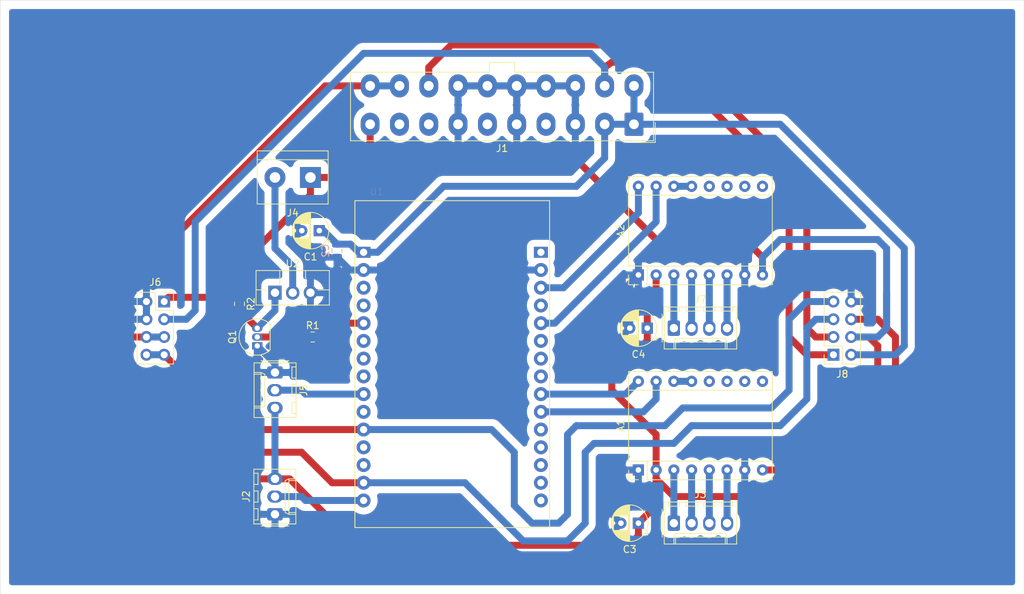
<source format=kicad_pcb>
(kicad_pcb (version 20171130) (host pcbnew "(5.1.5)-3")

  (general
    (thickness 1.6)
    (drawings 4)
    (tracks 188)
    (zones 0)
    (modules 19)
    (nets 57)
  )

  (page A4)
  (layers
    (0 F.Cu signal)
    (31 B.Cu signal)
    (32 B.Adhes user)
    (33 F.Adhes user)
    (34 B.Paste user)
    (35 F.Paste user)
    (36 B.SilkS user)
    (37 F.SilkS user)
    (38 B.Mask user)
    (39 F.Mask user)
    (40 Dwgs.User user)
    (41 Cmts.User user)
    (42 Eco1.User user)
    (43 Eco2.User user)
    (44 Edge.Cuts user)
    (45 Margin user)
    (46 B.CrtYd user)
    (47 F.CrtYd user)
    (48 B.Fab user)
    (49 F.Fab user)
  )

  (setup
    (last_trace_width 1)
    (trace_clearance 0.2)
    (zone_clearance 0.508)
    (zone_45_only no)
    (trace_min 0.2)
    (via_size 0.8)
    (via_drill 0.4)
    (via_min_size 0.4)
    (via_min_drill 0.3)
    (uvia_size 0.3)
    (uvia_drill 0.1)
    (uvias_allowed no)
    (uvia_min_size 0.2)
    (uvia_min_drill 0.1)
    (edge_width 0.05)
    (segment_width 0.2)
    (pcb_text_width 0.3)
    (pcb_text_size 1.5 1.5)
    (mod_edge_width 0.12)
    (mod_text_size 1 1)
    (mod_text_width 0.15)
    (pad_size 1.524 1.524)
    (pad_drill 0.762)
    (pad_to_mask_clearance 0.051)
    (solder_mask_min_width 0.25)
    (aux_axis_origin 0 0)
    (visible_elements 7FFFFFFF)
    (pcbplotparams
      (layerselection 0x010fc_fffffffe)
      (usegerberextensions false)
      (usegerberattributes false)
      (usegerberadvancedattributes false)
      (creategerberjobfile false)
      (excludeedgelayer true)
      (linewidth 0.100000)
      (plotframeref false)
      (viasonmask false)
      (mode 1)
      (useauxorigin false)
      (hpglpennumber 1)
      (hpglpenspeed 20)
      (hpglpendiameter 15.000000)
      (psnegative false)
      (psa4output false)
      (plotreference true)
      (plotvalue true)
      (plotinvisibletext false)
      (padsonsilk false)
      (subtractmaskfromsilk false)
      (outputformat 1)
      (mirror false)
      (drillshape 0)
      (scaleselection 1)
      (outputdirectory ""))
  )

  (net 0 "")
  (net 1 "Net-(J1-Pad9)")
  (net 2 "Net-(J1-Pad8)")
  (net 3 Dir_M1)
  (net 4 +12V)
  (net 5 Step_M1)
  (net 6 GND)
  (net 7 "Net-(A1-Pad13)")
  (net 8 "Net-(A1-Pad6)")
  (net 9 "Net-(A1-Pad5)")
  (net 10 "Net-(A1-Pad12)")
  (net 11 "Net-(A1-Pad4)")
  (net 12 "Net-(A1-Pad11)")
  (net 13 "Net-(A1-Pad3)")
  (net 14 "Net-(A1-Pad10)")
  (net 15 +5V)
  (net 16 "Net-(A1-Pad9)")
  (net 17 Dir_M2)
  (net 18 Step_M2)
  (net 19 "Net-(A2-Pad13)")
  (net 20 "Net-(A2-Pad6)")
  (net 21 "Net-(A2-Pad5)")
  (net 22 "Net-(A2-Pad12)")
  (net 23 "Net-(A2-Pad4)")
  (net 24 "Net-(A2-Pad11)")
  (net 25 "Net-(A2-Pad3)")
  (net 26 "Net-(A2-Pad10)")
  (net 27 "Net-(A2-Pad9)")
  (net 28 +3V3)
  (net 29 -5V)
  (net 30 -12V)
  (net 31 SigLS_1)
  (net 32 "Net-(J4-Pad2)")
  (net 33 SigLS_2)
  (net 34 I2C_SDA)
  (net 35 I2C_SCL)
  (net 36 "Net-(Q1-Pad3)")
  (net 37 "Net-(Q1-Pad2)")
  (net 38 ValvulaG)
  (net 39 "Net-(U1-Pad15)")
  (net 40 "Net-(U1-Pad14)")
  (net 41 "Net-(U1-Pad13)")
  (net 42 "Net-(U1-Pad12)")
  (net 43 "Net-(U1-Pad11)")
  (net 44 "Net-(U1-Pad8)")
  (net 45 "Net-(U1-Pad4)")
  (net 46 "Net-(U1-Pad1)")
  (net 47 "Net-(U1-Pad28)")
  (net 48 "Net-(U1-Pad27)")
  (net 49 "Net-(U1-Pad22)")
  (net 50 "Net-(U1-Pad21)")
  (net 51 "Net-(U1-Pad19)")
  (net 52 "Net-(U1-Pad18)")
  (net 53 "Net-(U1-Pad23)")
  (net 54 "Net-(U1-Pad7)")
  (net 55 "Net-(U1-Pad6)")
  (net 56 "Net-(U1-Pad25)")

  (net_class Default "Esta es la clase de red por defecto."
    (clearance 0.2)
    (trace_width 1)
    (via_dia 0.8)
    (via_drill 0.4)
    (uvia_dia 0.3)
    (uvia_drill 0.1)
    (add_net +12V)
    (add_net +3V3)
    (add_net +5V)
    (add_net -12V)
    (add_net -5V)
    (add_net Dir_M1)
    (add_net Dir_M2)
    (add_net GND)
    (add_net I2C_SCL)
    (add_net I2C_SDA)
    (add_net "Net-(A1-Pad10)")
    (add_net "Net-(A1-Pad11)")
    (add_net "Net-(A1-Pad12)")
    (add_net "Net-(A1-Pad13)")
    (add_net "Net-(A1-Pad3)")
    (add_net "Net-(A1-Pad4)")
    (add_net "Net-(A1-Pad5)")
    (add_net "Net-(A1-Pad6)")
    (add_net "Net-(A1-Pad9)")
    (add_net "Net-(A2-Pad10)")
    (add_net "Net-(A2-Pad11)")
    (add_net "Net-(A2-Pad12)")
    (add_net "Net-(A2-Pad13)")
    (add_net "Net-(A2-Pad3)")
    (add_net "Net-(A2-Pad4)")
    (add_net "Net-(A2-Pad5)")
    (add_net "Net-(A2-Pad6)")
    (add_net "Net-(A2-Pad9)")
    (add_net "Net-(J1-Pad8)")
    (add_net "Net-(J1-Pad9)")
    (add_net "Net-(J4-Pad2)")
    (add_net "Net-(Q1-Pad2)")
    (add_net "Net-(Q1-Pad3)")
    (add_net "Net-(U1-Pad1)")
    (add_net "Net-(U1-Pad11)")
    (add_net "Net-(U1-Pad12)")
    (add_net "Net-(U1-Pad13)")
    (add_net "Net-(U1-Pad14)")
    (add_net "Net-(U1-Pad15)")
    (add_net "Net-(U1-Pad18)")
    (add_net "Net-(U1-Pad19)")
    (add_net "Net-(U1-Pad21)")
    (add_net "Net-(U1-Pad22)")
    (add_net "Net-(U1-Pad23)")
    (add_net "Net-(U1-Pad25)")
    (add_net "Net-(U1-Pad27)")
    (add_net "Net-(U1-Pad28)")
    (add_net "Net-(U1-Pad4)")
    (add_net "Net-(U1-Pad6)")
    (add_net "Net-(U1-Pad7)")
    (add_net "Net-(U1-Pad8)")
    (add_net SigLS_1)
    (add_net SigLS_2)
    (add_net Step_M1)
    (add_net Step_M2)
    (add_net ValvulaG)
  )

  (module Connector_Molex:Molex_KK-254_AE-6410-03A_1x03_P2.54mm_Vertical (layer F.Cu) (tedit 5B78013E) (tstamp 5EA41C9C)
    (at 115.57 86.36 270)
    (descr "Molex KK-254 Interconnect System, old/engineering part number: AE-6410-03A example for new part number: 22-27-2031, 3 Pins (http://www.molex.com/pdm_docs/sd/022272021_sd.pdf), generated with kicad-footprint-generator")
    (tags "connector Molex KK-254 side entry")
    (path /5EA0AFC4)
    (fp_text reference J5 (at 2.54 -4.12 90) (layer F.SilkS)
      (effects (font (size 1 1) (thickness 0.15)))
    )
    (fp_text value "Limit_Switch 2" (at 2.54 4.08 90) (layer F.Fab)
      (effects (font (size 1 1) (thickness 0.15)))
    )
    (fp_text user %R (at 2.54 -2.22 90) (layer F.Fab)
      (effects (font (size 1 1) (thickness 0.15)))
    )
    (fp_line (start 6.85 -3.42) (end -1.77 -3.42) (layer F.CrtYd) (width 0.05))
    (fp_line (start 6.85 3.38) (end 6.85 -3.42) (layer F.CrtYd) (width 0.05))
    (fp_line (start -1.77 3.38) (end 6.85 3.38) (layer F.CrtYd) (width 0.05))
    (fp_line (start -1.77 -3.42) (end -1.77 3.38) (layer F.CrtYd) (width 0.05))
    (fp_line (start 5.88 -2.43) (end 5.88 -3.03) (layer F.SilkS) (width 0.12))
    (fp_line (start 4.28 -2.43) (end 5.88 -2.43) (layer F.SilkS) (width 0.12))
    (fp_line (start 4.28 -3.03) (end 4.28 -2.43) (layer F.SilkS) (width 0.12))
    (fp_line (start 3.34 -2.43) (end 3.34 -3.03) (layer F.SilkS) (width 0.12))
    (fp_line (start 1.74 -2.43) (end 3.34 -2.43) (layer F.SilkS) (width 0.12))
    (fp_line (start 1.74 -3.03) (end 1.74 -2.43) (layer F.SilkS) (width 0.12))
    (fp_line (start 0.8 -2.43) (end 0.8 -3.03) (layer F.SilkS) (width 0.12))
    (fp_line (start -0.8 -2.43) (end 0.8 -2.43) (layer F.SilkS) (width 0.12))
    (fp_line (start -0.8 -3.03) (end -0.8 -2.43) (layer F.SilkS) (width 0.12))
    (fp_line (start 4.83 2.99) (end 4.83 1.99) (layer F.SilkS) (width 0.12))
    (fp_line (start 0.25 2.99) (end 0.25 1.99) (layer F.SilkS) (width 0.12))
    (fp_line (start 4.83 1.46) (end 5.08 1.99) (layer F.SilkS) (width 0.12))
    (fp_line (start 0.25 1.46) (end 4.83 1.46) (layer F.SilkS) (width 0.12))
    (fp_line (start 0 1.99) (end 0.25 1.46) (layer F.SilkS) (width 0.12))
    (fp_line (start 5.08 1.99) (end 5.08 2.99) (layer F.SilkS) (width 0.12))
    (fp_line (start 0 1.99) (end 5.08 1.99) (layer F.SilkS) (width 0.12))
    (fp_line (start 0 2.99) (end 0 1.99) (layer F.SilkS) (width 0.12))
    (fp_line (start -0.562893 0) (end -1.27 0.5) (layer F.Fab) (width 0.1))
    (fp_line (start -1.27 -0.5) (end -0.562893 0) (layer F.Fab) (width 0.1))
    (fp_line (start -1.67 -2) (end -1.67 2) (layer F.SilkS) (width 0.12))
    (fp_line (start 6.46 -3.03) (end -1.38 -3.03) (layer F.SilkS) (width 0.12))
    (fp_line (start 6.46 2.99) (end 6.46 -3.03) (layer F.SilkS) (width 0.12))
    (fp_line (start -1.38 2.99) (end 6.46 2.99) (layer F.SilkS) (width 0.12))
    (fp_line (start -1.38 -3.03) (end -1.38 2.99) (layer F.SilkS) (width 0.12))
    (fp_line (start 6.35 -2.92) (end -1.27 -2.92) (layer F.Fab) (width 0.1))
    (fp_line (start 6.35 2.88) (end 6.35 -2.92) (layer F.Fab) (width 0.1))
    (fp_line (start -1.27 2.88) (end 6.35 2.88) (layer F.Fab) (width 0.1))
    (fp_line (start -1.27 -2.92) (end -1.27 2.88) (layer F.Fab) (width 0.1))
    (pad 3 thru_hole oval (at 5.08 0 270) (size 1.74 2.2) (drill 1.2) (layers *.Cu *.Mask)
      (net 15 +5V))
    (pad 2 thru_hole oval (at 2.54 0 270) (size 1.74 2.2) (drill 1.2) (layers *.Cu *.Mask)
      (net 33 SigLS_2))
    (pad 1 thru_hole roundrect (at 0 0 270) (size 1.74 2.2) (drill 1.2) (layers *.Cu *.Mask) (roundrect_rratio 0.143678)
      (net 6 GND))
    (model ${KISYS3DMOD}/Connector_Molex.3dshapes/Molex_KK-254_AE-6410-03A_1x03_P2.54mm_Vertical.wrl
      (at (xyz 0 0 0))
      (scale (xyz 1 1 1))
      (rotate (xyz 0 0 0))
    )
  )

  (module Connector_PinSocket_2.54mm:PinSocket_2x04_P2.54mm_Vertical (layer F.Cu) (tedit 5A19A422) (tstamp 5EA1E4D0)
    (at 195.58 83.82 180)
    (descr "Through hole straight socket strip, 2x04, 2.54mm pitch, double cols (from Kicad 4.0.7), script generated")
    (tags "Through hole socket strip THT 2x04 2.54mm double row")
    (path /5EB6C41A)
    (fp_text reference J8 (at -1.27 -2.77) (layer F.SilkS)
      (effects (font (size 1 1) (thickness 0.15)))
    )
    (fp_text value Board2Board_2 (at -1.27 10.39) (layer F.Fab)
      (effects (font (size 1 1) (thickness 0.15)))
    )
    (fp_text user %R (at -1.27 3.81 90) (layer F.Fab)
      (effects (font (size 1 1) (thickness 0.15)))
    )
    (fp_line (start -4.34 9.4) (end -4.34 -1.8) (layer F.CrtYd) (width 0.05))
    (fp_line (start 1.76 9.4) (end -4.34 9.4) (layer F.CrtYd) (width 0.05))
    (fp_line (start 1.76 -1.8) (end 1.76 9.4) (layer F.CrtYd) (width 0.05))
    (fp_line (start -4.34 -1.8) (end 1.76 -1.8) (layer F.CrtYd) (width 0.05))
    (fp_line (start 0 -1.33) (end 1.33 -1.33) (layer F.SilkS) (width 0.12))
    (fp_line (start 1.33 -1.33) (end 1.33 0) (layer F.SilkS) (width 0.12))
    (fp_line (start -1.27 -1.33) (end -1.27 1.27) (layer F.SilkS) (width 0.12))
    (fp_line (start -1.27 1.27) (end 1.33 1.27) (layer F.SilkS) (width 0.12))
    (fp_line (start 1.33 1.27) (end 1.33 8.95) (layer F.SilkS) (width 0.12))
    (fp_line (start -3.87 8.95) (end 1.33 8.95) (layer F.SilkS) (width 0.12))
    (fp_line (start -3.87 -1.33) (end -3.87 8.95) (layer F.SilkS) (width 0.12))
    (fp_line (start -3.87 -1.33) (end -1.27 -1.33) (layer F.SilkS) (width 0.12))
    (fp_line (start -3.81 8.89) (end -3.81 -1.27) (layer F.Fab) (width 0.1))
    (fp_line (start 1.27 8.89) (end -3.81 8.89) (layer F.Fab) (width 0.1))
    (fp_line (start 1.27 -0.27) (end 1.27 8.89) (layer F.Fab) (width 0.1))
    (fp_line (start 0.27 -1.27) (end 1.27 -0.27) (layer F.Fab) (width 0.1))
    (fp_line (start -3.81 -1.27) (end 0.27 -1.27) (layer F.Fab) (width 0.1))
    (pad 8 thru_hole oval (at -2.54 7.62 180) (size 1.7 1.7) (drill 1) (layers *.Cu *.Mask)
      (net 6 GND))
    (pad 7 thru_hole oval (at 0 7.62 180) (size 1.7 1.7) (drill 1) (layers *.Cu *.Mask)
      (net 34 I2C_SDA))
    (pad 6 thru_hole oval (at -2.54 5.08 180) (size 1.7 1.7) (drill 1) (layers *.Cu *.Mask)
      (net 15 +5V))
    (pad 5 thru_hole oval (at 0 5.08 180) (size 1.7 1.7) (drill 1) (layers *.Cu *.Mask)
      (net 35 I2C_SCL))
    (pad 4 thru_hole oval (at -2.54 2.54 180) (size 1.7 1.7) (drill 1) (layers *.Cu *.Mask)
      (net 4 +12V))
    (pad 3 thru_hole oval (at 0 2.54 180) (size 1.7 1.7) (drill 1) (layers *.Cu *.Mask)
      (net 29 -5V))
    (pad 2 thru_hole oval (at -2.54 0 180) (size 1.7 1.7) (drill 1) (layers *.Cu *.Mask)
      (net 28 +3V3))
    (pad 1 thru_hole rect (at 0 0 180) (size 1.7 1.7) (drill 1) (layers *.Cu *.Mask)
      (net 30 -12V))
    (model ${KISYS3DMOD}/Connector_PinSocket_2.54mm.3dshapes/PinSocket_2x04_P2.54mm_Vertical.wrl
      (at (xyz 0 0 0))
      (scale (xyz 1 1 1))
      (rotate (xyz 0 0 0))
    )
  )

  (module Connector_Molex:Molex_Mini-Fit_Jr_5566-20A_2x10_P4.20mm_Vertical (layer F.Cu) (tedit 5B781992) (tstamp 5EA1E3D7)
    (at 167.005 50.8 180)
    (descr "Molex Mini-Fit Jr. Power Connectors, old mpn/engineering number: 5566-20A, example for new mpn: 39-28-x20x, 10 Pins per row, Mounting:  (http://www.molex.com/pdm_docs/sd/039281043_sd.pdf), generated with kicad-footprint-generator")
    (tags "connector Molex Mini-Fit_Jr side entry")
    (path /5EAF8D09)
    (fp_text reference J1 (at 18.9 -3.45) (layer F.SilkS)
      (effects (font (size 1 1) (thickness 0.15)))
    )
    (fp_text value ATX-20 (at 18.9 9.95) (layer F.Fab)
      (effects (font (size 1 1) (thickness 0.15)))
    )
    (fp_text user %R (at 18.9 -1.55) (layer F.Fab)
      (effects (font (size 1 1) (thickness 0.15)))
    )
    (fp_line (start 41 -2.75) (end -3.2 -2.75) (layer F.CrtYd) (width 0.05))
    (fp_line (start 41 9.25) (end 41 -2.75) (layer F.CrtYd) (width 0.05))
    (fp_line (start -3.2 9.25) (end 41 9.25) (layer F.CrtYd) (width 0.05))
    (fp_line (start -3.2 -2.75) (end -3.2 9.25) (layer F.CrtYd) (width 0.05))
    (fp_line (start -3.05 -2.6) (end -3.05 0.25) (layer F.Fab) (width 0.1))
    (fp_line (start -0.2 -2.6) (end -3.05 -2.6) (layer F.Fab) (width 0.1))
    (fp_line (start -3.05 -2.6) (end -3.05 0.25) (layer F.SilkS) (width 0.12))
    (fp_line (start -0.2 -2.6) (end -3.05 -2.6) (layer F.SilkS) (width 0.12))
    (fp_line (start 20.71 8.86) (end 18.9 8.86) (layer F.SilkS) (width 0.12))
    (fp_line (start 20.71 7.46) (end 20.71 8.86) (layer F.SilkS) (width 0.12))
    (fp_line (start 40.61 7.46) (end 20.71 7.46) (layer F.SilkS) (width 0.12))
    (fp_line (start 40.61 -2.36) (end 40.61 7.46) (layer F.SilkS) (width 0.12))
    (fp_line (start 18.9 -2.36) (end 40.61 -2.36) (layer F.SilkS) (width 0.12))
    (fp_line (start 17.09 8.86) (end 18.9 8.86) (layer F.SilkS) (width 0.12))
    (fp_line (start 17.09 7.46) (end 17.09 8.86) (layer F.SilkS) (width 0.12))
    (fp_line (start -2.81 7.46) (end 17.09 7.46) (layer F.SilkS) (width 0.12))
    (fp_line (start -2.81 -2.36) (end -2.81 7.46) (layer F.SilkS) (width 0.12))
    (fp_line (start 18.9 -2.36) (end -2.81 -2.36) (layer F.SilkS) (width 0.12))
    (fp_line (start 39.45 2.3) (end 36.15 2.3) (layer F.Fab) (width 0.1))
    (fp_line (start 39.45 -0.175) (end 39.45 2.3) (layer F.Fab) (width 0.1))
    (fp_line (start 38.625 -1) (end 39.45 -0.175) (layer F.Fab) (width 0.1))
    (fp_line (start 36.975 -1) (end 38.625 -1) (layer F.Fab) (width 0.1))
    (fp_line (start 36.15 -0.175) (end 36.975 -1) (layer F.Fab) (width 0.1))
    (fp_line (start 36.15 2.3) (end 36.15 -0.175) (layer F.Fab) (width 0.1))
    (fp_line (start 39.45 3.2) (end 36.15 3.2) (layer F.Fab) (width 0.1))
    (fp_line (start 39.45 6.5) (end 39.45 3.2) (layer F.Fab) (width 0.1))
    (fp_line (start 36.15 6.5) (end 39.45 6.5) (layer F.Fab) (width 0.1))
    (fp_line (start 36.15 3.2) (end 36.15 6.5) (layer F.Fab) (width 0.1))
    (fp_line (start 35.25 6.5) (end 31.95 6.5) (layer F.Fab) (width 0.1))
    (fp_line (start 35.25 4.025) (end 35.25 6.5) (layer F.Fab) (width 0.1))
    (fp_line (start 34.425 3.2) (end 35.25 4.025) (layer F.Fab) (width 0.1))
    (fp_line (start 32.775 3.2) (end 34.425 3.2) (layer F.Fab) (width 0.1))
    (fp_line (start 31.95 4.025) (end 32.775 3.2) (layer F.Fab) (width 0.1))
    (fp_line (start 31.95 6.5) (end 31.95 4.025) (layer F.Fab) (width 0.1))
    (fp_line (start 35.25 -1) (end 31.95 -1) (layer F.Fab) (width 0.1))
    (fp_line (start 35.25 2.3) (end 35.25 -1) (layer F.Fab) (width 0.1))
    (fp_line (start 31.95 2.3) (end 35.25 2.3) (layer F.Fab) (width 0.1))
    (fp_line (start 31.95 -1) (end 31.95 2.3) (layer F.Fab) (width 0.1))
    (fp_line (start 31.05 6.5) (end 27.75 6.5) (layer F.Fab) (width 0.1))
    (fp_line (start 31.05 4.025) (end 31.05 6.5) (layer F.Fab) (width 0.1))
    (fp_line (start 30.225 3.2) (end 31.05 4.025) (layer F.Fab) (width 0.1))
    (fp_line (start 28.575 3.2) (end 30.225 3.2) (layer F.Fab) (width 0.1))
    (fp_line (start 27.75 4.025) (end 28.575 3.2) (layer F.Fab) (width 0.1))
    (fp_line (start 27.75 6.5) (end 27.75 4.025) (layer F.Fab) (width 0.1))
    (fp_line (start 31.05 -1) (end 27.75 -1) (layer F.Fab) (width 0.1))
    (fp_line (start 31.05 2.3) (end 31.05 -1) (layer F.Fab) (width 0.1))
    (fp_line (start 27.75 2.3) (end 31.05 2.3) (layer F.Fab) (width 0.1))
    (fp_line (start 27.75 -1) (end 27.75 2.3) (layer F.Fab) (width 0.1))
    (fp_line (start 26.85 2.3) (end 23.55 2.3) (layer F.Fab) (width 0.1))
    (fp_line (start 26.85 -0.175) (end 26.85 2.3) (layer F.Fab) (width 0.1))
    (fp_line (start 26.025 -1) (end 26.85 -0.175) (layer F.Fab) (width 0.1))
    (fp_line (start 24.375 -1) (end 26.025 -1) (layer F.Fab) (width 0.1))
    (fp_line (start 23.55 -0.175) (end 24.375 -1) (layer F.Fab) (width 0.1))
    (fp_line (start 23.55 2.3) (end 23.55 -0.175) (layer F.Fab) (width 0.1))
    (fp_line (start 26.85 3.2) (end 23.55 3.2) (layer F.Fab) (width 0.1))
    (fp_line (start 26.85 6.5) (end 26.85 3.2) (layer F.Fab) (width 0.1))
    (fp_line (start 23.55 6.5) (end 26.85 6.5) (layer F.Fab) (width 0.1))
    (fp_line (start 23.55 3.2) (end 23.55 6.5) (layer F.Fab) (width 0.1))
    (fp_line (start 22.65 2.3) (end 19.35 2.3) (layer F.Fab) (width 0.1))
    (fp_line (start 22.65 -0.175) (end 22.65 2.3) (layer F.Fab) (width 0.1))
    (fp_line (start 21.825 -1) (end 22.65 -0.175) (layer F.Fab) (width 0.1))
    (fp_line (start 20.175 -1) (end 21.825 -1) (layer F.Fab) (width 0.1))
    (fp_line (start 19.35 -0.175) (end 20.175 -1) (layer F.Fab) (width 0.1))
    (fp_line (start 19.35 2.3) (end 19.35 -0.175) (layer F.Fab) (width 0.1))
    (fp_line (start 22.65 3.2) (end 19.35 3.2) (layer F.Fab) (width 0.1))
    (fp_line (start 22.65 6.5) (end 22.65 3.2) (layer F.Fab) (width 0.1))
    (fp_line (start 19.35 6.5) (end 22.65 6.5) (layer F.Fab) (width 0.1))
    (fp_line (start 19.35 3.2) (end 19.35 6.5) (layer F.Fab) (width 0.1))
    (fp_line (start 18.45 6.5) (end 15.15 6.5) (layer F.Fab) (width 0.1))
    (fp_line (start 18.45 4.025) (end 18.45 6.5) (layer F.Fab) (width 0.1))
    (fp_line (start 17.625 3.2) (end 18.45 4.025) (layer F.Fab) (width 0.1))
    (fp_line (start 15.975 3.2) (end 17.625 3.2) (layer F.Fab) (width 0.1))
    (fp_line (start 15.15 4.025) (end 15.975 3.2) (layer F.Fab) (width 0.1))
    (fp_line (start 15.15 6.5) (end 15.15 4.025) (layer F.Fab) (width 0.1))
    (fp_line (start 18.45 -1) (end 15.15 -1) (layer F.Fab) (width 0.1))
    (fp_line (start 18.45 2.3) (end 18.45 -1) (layer F.Fab) (width 0.1))
    (fp_line (start 15.15 2.3) (end 18.45 2.3) (layer F.Fab) (width 0.1))
    (fp_line (start 15.15 -1) (end 15.15 2.3) (layer F.Fab) (width 0.1))
    (fp_line (start 14.25 6.5) (end 10.95 6.5) (layer F.Fab) (width 0.1))
    (fp_line (start 14.25 4.025) (end 14.25 6.5) (layer F.Fab) (width 0.1))
    (fp_line (start 13.425 3.2) (end 14.25 4.025) (layer F.Fab) (width 0.1))
    (fp_line (start 11.775 3.2) (end 13.425 3.2) (layer F.Fab) (width 0.1))
    (fp_line (start 10.95 4.025) (end 11.775 3.2) (layer F.Fab) (width 0.1))
    (fp_line (start 10.95 6.5) (end 10.95 4.025) (layer F.Fab) (width 0.1))
    (fp_line (start 14.25 -1) (end 10.95 -1) (layer F.Fab) (width 0.1))
    (fp_line (start 14.25 2.3) (end 14.25 -1) (layer F.Fab) (width 0.1))
    (fp_line (start 10.95 2.3) (end 14.25 2.3) (layer F.Fab) (width 0.1))
    (fp_line (start 10.95 -1) (end 10.95 2.3) (layer F.Fab) (width 0.1))
    (fp_line (start 10.05 2.3) (end 6.75 2.3) (layer F.Fab) (width 0.1))
    (fp_line (start 10.05 -0.175) (end 10.05 2.3) (layer F.Fab) (width 0.1))
    (fp_line (start 9.225 -1) (end 10.05 -0.175) (layer F.Fab) (width 0.1))
    (fp_line (start 7.575 -1) (end 9.225 -1) (layer F.Fab) (width 0.1))
    (fp_line (start 6.75 -0.175) (end 7.575 -1) (layer F.Fab) (width 0.1))
    (fp_line (start 6.75 2.3) (end 6.75 -0.175) (layer F.Fab) (width 0.1))
    (fp_line (start 10.05 3.2) (end 6.75 3.2) (layer F.Fab) (width 0.1))
    (fp_line (start 10.05 6.5) (end 10.05 3.2) (layer F.Fab) (width 0.1))
    (fp_line (start 6.75 6.5) (end 10.05 6.5) (layer F.Fab) (width 0.1))
    (fp_line (start 6.75 3.2) (end 6.75 6.5) (layer F.Fab) (width 0.1))
    (fp_line (start 5.85 2.3) (end 2.55 2.3) (layer F.Fab) (width 0.1))
    (fp_line (start 5.85 -0.175) (end 5.85 2.3) (layer F.Fab) (width 0.1))
    (fp_line (start 5.025 -1) (end 5.85 -0.175) (layer F.Fab) (width 0.1))
    (fp_line (start 3.375 -1) (end 5.025 -1) (layer F.Fab) (width 0.1))
    (fp_line (start 2.55 -0.175) (end 3.375 -1) (layer F.Fab) (width 0.1))
    (fp_line (start 2.55 2.3) (end 2.55 -0.175) (layer F.Fab) (width 0.1))
    (fp_line (start 5.85 3.2) (end 2.55 3.2) (layer F.Fab) (width 0.1))
    (fp_line (start 5.85 6.5) (end 5.85 3.2) (layer F.Fab) (width 0.1))
    (fp_line (start 2.55 6.5) (end 5.85 6.5) (layer F.Fab) (width 0.1))
    (fp_line (start 2.55 3.2) (end 2.55 6.5) (layer F.Fab) (width 0.1))
    (fp_line (start 1.65 6.5) (end -1.65 6.5) (layer F.Fab) (width 0.1))
    (fp_line (start 1.65 4.025) (end 1.65 6.5) (layer F.Fab) (width 0.1))
    (fp_line (start 0.825 3.2) (end 1.65 4.025) (layer F.Fab) (width 0.1))
    (fp_line (start -0.825 3.2) (end 0.825 3.2) (layer F.Fab) (width 0.1))
    (fp_line (start -1.65 4.025) (end -0.825 3.2) (layer F.Fab) (width 0.1))
    (fp_line (start -1.65 6.5) (end -1.65 4.025) (layer F.Fab) (width 0.1))
    (fp_line (start 1.65 -1) (end -1.65 -1) (layer F.Fab) (width 0.1))
    (fp_line (start 1.65 2.3) (end 1.65 -1) (layer F.Fab) (width 0.1))
    (fp_line (start -1.65 2.3) (end 1.65 2.3) (layer F.Fab) (width 0.1))
    (fp_line (start -1.65 -1) (end -1.65 2.3) (layer F.Fab) (width 0.1))
    (fp_line (start 20.6 8.75) (end 20.6 7.35) (layer F.Fab) (width 0.1))
    (fp_line (start 17.2 8.75) (end 20.6 8.75) (layer F.Fab) (width 0.1))
    (fp_line (start 17.2 7.35) (end 17.2 8.75) (layer F.Fab) (width 0.1))
    (fp_line (start 40.5 -2.25) (end -2.7 -2.25) (layer F.Fab) (width 0.1))
    (fp_line (start 40.5 7.35) (end 40.5 -2.25) (layer F.Fab) (width 0.1))
    (fp_line (start -2.7 7.35) (end 40.5 7.35) (layer F.Fab) (width 0.1))
    (fp_line (start -2.7 -2.25) (end -2.7 7.35) (layer F.Fab) (width 0.1))
    (pad 20 thru_hole oval (at 37.8 5.5 180) (size 2.7 3.3) (drill 1.4) (layers *.Cu *.Mask)
      (net 15 +5V))
    (pad 19 thru_hole oval (at 33.6 5.5 180) (size 2.7 3.3) (drill 1.4) (layers *.Cu *.Mask)
      (net 15 +5V))
    (pad 18 thru_hole oval (at 29.4 5.5 180) (size 2.7 3.3) (drill 1.4) (layers *.Cu *.Mask)
      (net 29 -5V))
    (pad 17 thru_hole oval (at 25.2 5.5 180) (size 2.7 3.3) (drill 1.4) (layers *.Cu *.Mask)
      (net 6 GND))
    (pad 16 thru_hole oval (at 21 5.5 180) (size 2.7 3.3) (drill 1.4) (layers *.Cu *.Mask)
      (net 6 GND))
    (pad 15 thru_hole oval (at 16.8 5.5 180) (size 2.7 3.3) (drill 1.4) (layers *.Cu *.Mask)
      (net 6 GND))
    (pad 14 thru_hole oval (at 12.6 5.5 180) (size 2.7 3.3) (drill 1.4) (layers *.Cu *.Mask)
      (net 6 GND))
    (pad 13 thru_hole oval (at 8.4 5.5 180) (size 2.7 3.3) (drill 1.4) (layers *.Cu *.Mask)
      (net 6 GND))
    (pad 12 thru_hole oval (at 4.2 5.5 180) (size 2.7 3.3) (drill 1.4) (layers *.Cu *.Mask)
      (net 30 -12V))
    (pad 11 thru_hole oval (at 0 5.5 180) (size 2.7 3.3) (drill 1.4) (layers *.Cu *.Mask)
      (net 28 +3V3))
    (pad 10 thru_hole oval (at 37.8 0 180) (size 2.7 3.3) (drill 1.4) (layers *.Cu *.Mask)
      (net 4 +12V))
    (pad 9 thru_hole oval (at 33.6 0 180) (size 2.7 3.3) (drill 1.4) (layers *.Cu *.Mask)
      (net 1 "Net-(J1-Pad9)"))
    (pad 8 thru_hole oval (at 29.4 0 180) (size 2.7 3.3) (drill 1.4) (layers *.Cu *.Mask)
      (net 2 "Net-(J1-Pad8)"))
    (pad 7 thru_hole oval (at 25.2 0 180) (size 2.7 3.3) (drill 1.4) (layers *.Cu *.Mask)
      (net 6 GND))
    (pad 6 thru_hole oval (at 21 0 180) (size 2.7 3.3) (drill 1.4) (layers *.Cu *.Mask)
      (net 15 +5V))
    (pad 5 thru_hole oval (at 16.8 0 180) (size 2.7 3.3) (drill 1.4) (layers *.Cu *.Mask)
      (net 6 GND))
    (pad 4 thru_hole oval (at 12.6 0 180) (size 2.7 3.3) (drill 1.4) (layers *.Cu *.Mask)
      (net 15 +5V))
    (pad 3 thru_hole oval (at 8.4 0 180) (size 2.7 3.3) (drill 1.4) (layers *.Cu *.Mask)
      (net 6 GND))
    (pad 2 thru_hole oval (at 4.2 0 180) (size 2.7 3.3) (drill 1.4) (layers *.Cu *.Mask)
      (net 28 +3V3))
    (pad 1 thru_hole roundrect (at 0 0 180) (size 2.7 3.3) (drill 1.4) (layers *.Cu *.Mask) (roundrect_rratio 0.09259299999999999)
      (net 28 +3V3))
    (model ${KISYS3DMOD}/Connector_Molex.3dshapes/Molex_Mini-Fit_Jr_5566-20A_2x10_P4.20mm_Vertical.wrl
      (at (xyz 0 0 0))
      (scale (xyz 1 1 1))
      (rotate (xyz 0 0 0))
    )
  )

  (module Module:Pololu_Breakout-16_15.2x20.3mm (layer F.Cu) (tedit 58AB602C) (tstamp 5EA1E0D0)
    (at 167.64 100.33 90)
    (descr "Pololu Breakout 16-pin 15.2x20.3mm 0.6x0.8\\")
    (tags "Pololu Breakout")
    (path /5EA032AC)
    (fp_text reference A1 (at 6.35 -2.54 90) (layer F.SilkS)
      (effects (font (size 1 1) (thickness 0.15)))
    )
    (fp_text value Driver1_A4988 (at 3.81 20.17 90) (layer F.Fab)
      (effects (font (size 1 1) (thickness 0.15)))
    )
    (fp_line (start 14.21 19.3) (end -1.53 19.3) (layer F.CrtYd) (width 0.05))
    (fp_line (start 14.21 19.3) (end 14.21 -1.52) (layer F.CrtYd) (width 0.05))
    (fp_line (start -1.53 -1.52) (end -1.53 19.3) (layer F.CrtYd) (width 0.05))
    (fp_line (start -1.53 -1.52) (end 14.21 -1.52) (layer F.CrtYd) (width 0.05))
    (fp_line (start -1.27 19.05) (end -1.27 0) (layer F.Fab) (width 0.1))
    (fp_line (start 13.97 19.05) (end -1.27 19.05) (layer F.Fab) (width 0.1))
    (fp_line (start 13.97 -1.27) (end 13.97 19.05) (layer F.Fab) (width 0.1))
    (fp_line (start 0 -1.27) (end 13.97 -1.27) (layer F.Fab) (width 0.1))
    (fp_line (start -1.27 0) (end 0 -1.27) (layer F.Fab) (width 0.1))
    (fp_line (start 14.1 -1.4) (end 1.27 -1.4) (layer F.SilkS) (width 0.12))
    (fp_line (start 14.1 19.18) (end 14.1 -1.4) (layer F.SilkS) (width 0.12))
    (fp_line (start -1.4 19.18) (end 14.1 19.18) (layer F.SilkS) (width 0.12))
    (fp_line (start -1.4 1.27) (end -1.4 19.18) (layer F.SilkS) (width 0.12))
    (fp_line (start 1.27 1.27) (end -1.4 1.27) (layer F.SilkS) (width 0.12))
    (fp_line (start 1.27 -1.4) (end 1.27 1.27) (layer F.SilkS) (width 0.12))
    (fp_line (start -1.4 -1.4) (end -1.4 0) (layer F.SilkS) (width 0.12))
    (fp_line (start 0 -1.4) (end -1.4 -1.4) (layer F.SilkS) (width 0.12))
    (fp_line (start 1.27 1.27) (end 1.27 19.18) (layer F.SilkS) (width 0.12))
    (fp_line (start 11.43 -1.4) (end 11.43 19.18) (layer F.SilkS) (width 0.12))
    (fp_text user %R (at 6.35 0 90) (layer F.Fab)
      (effects (font (size 1 1) (thickness 0.15)))
    )
    (pad 16 thru_hole oval (at 12.7 0 90) (size 1.6 1.6) (drill 0.8) (layers *.Cu *.Mask)
      (net 3 Dir_M1))
    (pad 8 thru_hole oval (at 0 17.78 90) (size 1.6 1.6) (drill 0.8) (layers *.Cu *.Mask)
      (net 4 +12V))
    (pad 15 thru_hole oval (at 12.7 2.54 90) (size 1.6 1.6) (drill 0.8) (layers *.Cu *.Mask)
      (net 5 Step_M1))
    (pad 7 thru_hole oval (at 0 15.24 90) (size 1.6 1.6) (drill 0.8) (layers *.Cu *.Mask)
      (net 6 GND))
    (pad 14 thru_hole oval (at 12.7 5.08 90) (size 1.6 1.6) (drill 0.8) (layers *.Cu *.Mask)
      (net 7 "Net-(A1-Pad13)"))
    (pad 6 thru_hole oval (at 0 12.7 90) (size 1.6 1.6) (drill 0.8) (layers *.Cu *.Mask)
      (net 8 "Net-(A1-Pad6)"))
    (pad 13 thru_hole oval (at 12.7 7.62 90) (size 1.6 1.6) (drill 0.8) (layers *.Cu *.Mask)
      (net 7 "Net-(A1-Pad13)"))
    (pad 5 thru_hole oval (at 0 10.16 90) (size 1.6 1.6) (drill 0.8) (layers *.Cu *.Mask)
      (net 9 "Net-(A1-Pad5)"))
    (pad 12 thru_hole oval (at 12.7 10.16 90) (size 1.6 1.6) (drill 0.8) (layers *.Cu *.Mask)
      (net 10 "Net-(A1-Pad12)"))
    (pad 4 thru_hole oval (at 0 7.62 90) (size 1.6 1.6) (drill 0.8) (layers *.Cu *.Mask)
      (net 11 "Net-(A1-Pad4)"))
    (pad 11 thru_hole oval (at 12.7 12.7 90) (size 1.6 1.6) (drill 0.8) (layers *.Cu *.Mask)
      (net 12 "Net-(A1-Pad11)"))
    (pad 3 thru_hole oval (at 0 5.08 90) (size 1.6 1.6) (drill 0.8) (layers *.Cu *.Mask)
      (net 13 "Net-(A1-Pad3)"))
    (pad 10 thru_hole oval (at 12.7 15.24 90) (size 1.6 1.6) (drill 0.8) (layers *.Cu *.Mask)
      (net 14 "Net-(A1-Pad10)"))
    (pad 2 thru_hole oval (at 0 2.54 90) (size 1.6 1.6) (drill 0.8) (layers *.Cu *.Mask)
      (net 15 +5V))
    (pad 9 thru_hole oval (at 12.7 17.78 90) (size 1.6 1.6) (drill 0.8) (layers *.Cu *.Mask)
      (net 16 "Net-(A1-Pad9)"))
    (pad 1 thru_hole rect (at 0 0 90) (size 1.6 1.6) (drill 0.8) (layers *.Cu *.Mask)
      (net 6 GND))
    (model ${KISYS3DMOD}/Module.3dshapes/Pololu_Breakout-16_15.2x20.3mm.wrl
      (at (xyz 0 0 0))
      (scale (xyz 1 1 1))
      (rotate (xyz 0 0 0))
    )
  )

  (module Package_TO_SOT_THT:TO-220F-3_Vertical (layer F.Cu) (tedit 5AC8BA0D) (tstamp 5EA1E5A5)
    (at 115.57 74.93)
    (descr "TO-220F-3, Vertical, RM 2.54mm, see http://www.st.com/resource/en/datasheet/stp20nm60.pdf")
    (tags "TO-220F-3 Vertical RM 2.54mm")
    (path /5EB4F496)
    (fp_text reference U2 (at 2.54 -4.1675) (layer F.SilkS)
      (effects (font (size 1 1) (thickness 0.15)))
    )
    (fp_text value IRFZ44N (at 2.54 2.9025) (layer F.Fab)
      (effects (font (size 1 1) (thickness 0.15)))
    )
    (fp_text user %R (at 2.54 -4.1675) (layer F.Fab)
      (effects (font (size 1 1) (thickness 0.15)))
    )
    (fp_line (start 7.92 -3.3) (end -2.84 -3.3) (layer F.CrtYd) (width 0.05))
    (fp_line (start 7.92 1.91) (end 7.92 -3.3) (layer F.CrtYd) (width 0.05))
    (fp_line (start -2.84 1.91) (end 7.92 1.91) (layer F.CrtYd) (width 0.05))
    (fp_line (start -2.84 -3.3) (end -2.84 1.91) (layer F.CrtYd) (width 0.05))
    (fp_line (start 4.391 -3.168) (end 4.391 -1.15) (layer F.SilkS) (width 0.12))
    (fp_line (start 0.69 -3.168) (end 0.69 -1.15) (layer F.SilkS) (width 0.12))
    (fp_line (start 6.183 -0.408) (end 7.79 -0.408) (layer F.SilkS) (width 0.12))
    (fp_line (start 3.643 -0.408) (end 3.978 -0.408) (layer F.SilkS) (width 0.12))
    (fp_line (start 1.103 -0.408) (end 1.438 -0.408) (layer F.SilkS) (width 0.12))
    (fp_line (start -2.71 -0.408) (end -1.103 -0.408) (layer F.SilkS) (width 0.12))
    (fp_line (start 7.79 -3.168) (end 7.79 1.773) (layer F.SilkS) (width 0.12))
    (fp_line (start -2.71 -3.168) (end -2.71 1.773) (layer F.SilkS) (width 0.12))
    (fp_line (start -2.71 1.773) (end 7.79 1.773) (layer F.SilkS) (width 0.12))
    (fp_line (start -2.71 -3.168) (end 7.79 -3.168) (layer F.SilkS) (width 0.12))
    (fp_line (start 4.39 -3.0475) (end 4.39 -0.5275) (layer F.Fab) (width 0.1))
    (fp_line (start 0.69 -3.0475) (end 0.69 -0.5275) (layer F.Fab) (width 0.1))
    (fp_line (start -2.59 -0.5275) (end 7.67 -0.5275) (layer F.Fab) (width 0.1))
    (fp_line (start 7.67 -3.0475) (end -2.59 -3.0475) (layer F.Fab) (width 0.1))
    (fp_line (start 7.67 1.6525) (end 7.67 -3.0475) (layer F.Fab) (width 0.1))
    (fp_line (start -2.59 1.6525) (end 7.67 1.6525) (layer F.Fab) (width 0.1))
    (fp_line (start -2.59 -3.0475) (end -2.59 1.6525) (layer F.Fab) (width 0.1))
    (pad 3 thru_hole oval (at 5.08 0) (size 1.905 2) (drill 1.2) (layers *.Cu *.Mask)
      (net 6 GND))
    (pad 2 thru_hole oval (at 2.54 0) (size 1.905 2) (drill 1.2) (layers *.Cu *.Mask)
      (net 32 "Net-(J4-Pad2)"))
    (pad 1 thru_hole rect (at 0 0) (size 1.905 2) (drill 1.2) (layers *.Cu *.Mask)
      (net 36 "Net-(Q1-Pad3)"))
    (model ${KISYS3DMOD}/Package_TO_SOT_THT.3dshapes/TO-220F-3_Vertical.wrl
      (at (xyz 0 0 0))
      (scale (xyz 1 1 1))
      (rotate (xyz 0 0 0))
    )
  )

  (module ESP32-DEVKITC-32D:MODULE_ESP32-DEVKITC-30 (layer F.Cu) (tedit 5EA11394) (tstamp 5EA1E588)
    (at 140.97 88.9)
    (path /5EA796EF)
    (fp_text reference U1 (at -10.829175 -28.446045) (layer F.SilkS)
      (effects (font (size 1.000386 1.000386) (thickness 0.015)))
    )
    (fp_text value DOIT_ESP32-DEVKIT (at 0.4445 21.717) (layer F.Fab)
      (effects (font (size 1.001047 1.001047) (thickness 0.015)))
    )
    (fp_circle (center -14.6 -19.9) (end -14.46 -19.9) (layer F.Fab) (width 0.28))
    (fp_circle (center -14.6 -19.9) (end -14.46 -19.9) (layer F.Fab) (width 0.28))
    (fp_line (start -14.2 20.32) (end -14.2 -27.4) (layer F.CrtYd) (width 0.05))
    (fp_line (start 14.224 20.32) (end -14.176 20.32) (layer F.CrtYd) (width 0.05))
    (fp_line (start 14.2 -27.4) (end 14.2 20.32) (layer F.CrtYd) (width 0.05))
    (fp_line (start -14.2 -27.4) (end 14.2 -27.4) (layer F.CrtYd) (width 0.05))
    (fp_line (start 13.9935 19.685) (end -13.9065 19.685) (layer F.SilkS) (width 0.127))
    (fp_line (start 13.95 -27.15) (end 13.95 19.685) (layer F.SilkS) (width 0.127))
    (fp_line (start -13.95 -27.15) (end 13.95 -27.15) (layer F.SilkS) (width 0.127))
    (fp_line (start -13.95 19.685) (end -13.95 -27.15) (layer F.SilkS) (width 0.127))
    (fp_line (start -13.95 19.685) (end -13.95 -27.15) (layer F.Fab) (width 0.127))
    (fp_line (start 13.9935 19.685) (end -13.9065 19.685) (layer F.Fab) (width 0.127))
    (fp_line (start 13.95 -27.15) (end 13.95 19.685) (layer F.Fab) (width 0.127))
    (fp_line (start -13.95 -27.15) (end 13.95 -27.15) (layer F.Fab) (width 0.127))
    (pad 15 thru_hole circle (at 12.7 15.8) (size 2 2) (drill 1.04) (layers *.Cu *.Mask)
      (net 39 "Net-(U1-Pad15)"))
    (pad 14 thru_hole circle (at 12.7 13.26) (size 2 2) (drill 1.04) (layers *.Cu *.Mask)
      (net 40 "Net-(U1-Pad14)"))
    (pad 13 thru_hole circle (at 12.7 10.72) (size 2 2) (drill 1.04) (layers *.Cu *.Mask)
      (net 41 "Net-(U1-Pad13)"))
    (pad 12 thru_hole circle (at 12.7 8.18) (size 2 2) (drill 1.04) (layers *.Cu *.Mask)
      (net 42 "Net-(U1-Pad12)"))
    (pad 11 thru_hole circle (at 12.7 5.64) (size 2 2) (drill 1.04) (layers *.Cu *.Mask)
      (net 43 "Net-(U1-Pad11)"))
    (pad 10 thru_hole circle (at 12.7 3.1) (size 2 2) (drill 1.04) (layers *.Cu *.Mask)
      (net 5 Step_M1))
    (pad 9 thru_hole circle (at 12.7 0.56) (size 2 2) (drill 1.04) (layers *.Cu *.Mask)
      (net 3 Dir_M1))
    (pad 8 thru_hole circle (at 12.7 -1.98) (size 2 2) (drill 1.04) (layers *.Cu *.Mask)
      (net 44 "Net-(U1-Pad8)"))
    (pad 7 thru_hole circle (at 12.7 -4.52) (size 2 2) (drill 1.04) (layers *.Cu *.Mask)
      (net 54 "Net-(U1-Pad7)"))
    (pad 6 thru_hole circle (at 12.7 -7.06) (size 2 2) (drill 1.04) (layers *.Cu *.Mask)
      (net 55 "Net-(U1-Pad6)"))
    (pad 5 thru_hole circle (at 12.7 -9.6) (size 2 2) (drill 1.04) (layers *.Cu *.Mask)
      (net 18 Step_M2))
    (pad 4 thru_hole circle (at 12.7 -12.14) (size 2 2) (drill 1.04) (layers *.Cu *.Mask)
      (net 45 "Net-(U1-Pad4)"))
    (pad 3 thru_hole circle (at 12.7 -14.68) (size 2 2) (drill 1.04) (layers *.Cu *.Mask)
      (net 17 Dir_M2))
    (pad 2 thru_hole circle (at 12.7 -17.22) (size 2 2) (drill 1.04) (layers *.Cu *.Mask)
      (net 6 GND))
    (pad 1 thru_hole rect (at 12.7 -19.76) (size 2 1.56) (drill 1.04) (layers *.Cu *.Mask)
      (net 46 "Net-(U1-Pad1)"))
    (pad 30 thru_hole circle (at -12.7 15.8) (size 2 2) (drill 1.04) (layers *.Cu *.Mask)
      (net 31 SigLS_1))
    (pad 29 thru_hole circle (at -12.7 13.26) (size 2 2) (drill 1.04) (layers *.Cu *.Mask)
      (net 35 I2C_SCL))
    (pad 28 thru_hole circle (at -12.7 10.72) (size 2 2) (drill 1.04) (layers *.Cu *.Mask)
      (net 47 "Net-(U1-Pad28)"))
    (pad 27 thru_hole circle (at -12.7 8.18) (size 2 2) (drill 1.04) (layers *.Cu *.Mask)
      (net 48 "Net-(U1-Pad27)"))
    (pad 26 thru_hole circle (at -12.7 5.64) (size 2 2) (drill 1.04) (layers *.Cu *.Mask)
      (net 34 I2C_SDA))
    (pad 25 thru_hole circle (at -12.7 3.1) (size 2 2) (drill 1.04) (layers *.Cu *.Mask)
      (net 56 "Net-(U1-Pad25)"))
    (pad 24 thru_hole circle (at -12.7 0.56) (size 2 2) (drill 1.04) (layers *.Cu *.Mask)
      (net 33 SigLS_2))
    (pad 23 thru_hole circle (at -12.7 -1.98) (size 2 2) (drill 1.04) (layers *.Cu *.Mask)
      (net 53 "Net-(U1-Pad23)"))
    (pad 22 thru_hole circle (at -12.7 -4.52) (size 2 2) (drill 1.04) (layers *.Cu *.Mask)
      (net 49 "Net-(U1-Pad22)"))
    (pad 21 thru_hole circle (at -12.7 -7.06) (size 2 2) (drill 1.04) (layers *.Cu *.Mask)
      (net 50 "Net-(U1-Pad21)"))
    (pad 20 thru_hole circle (at -12.7 -9.6) (size 2 2) (drill 1.04) (layers *.Cu *.Mask)
      (net 38 ValvulaG))
    (pad 19 thru_hole circle (at -12.7 -12.14) (size 2 2) (drill 1.04) (layers *.Cu *.Mask)
      (net 51 "Net-(U1-Pad19)"))
    (pad 18 thru_hole circle (at -12.7 -14.68) (size 2 2) (drill 1.04) (layers *.Cu *.Mask)
      (net 52 "Net-(U1-Pad18)"))
    (pad 17 thru_hole circle (at -12.7 -17.22) (size 2 2) (drill 1.04) (layers *.Cu *.Mask)
      (net 6 GND))
    (pad 16 thru_hole rect (at -12.7 -19.76) (size 2 1.56) (drill 1.04) (layers *.Cu *.Mask)
      (net 28 +3V3))
  )

  (module Resistor_SMD:R_0805_2012Metric (layer F.Cu) (tedit 5B36C52B) (tstamp 5EA22343)
    (at 110.49 76.5325 270)
    (descr "Resistor SMD 0805 (2012 Metric), square (rectangular) end terminal, IPC_7351 nominal, (Body size source: https://docs.google.com/spreadsheets/d/1BsfQQcO9C6DZCsRaXUlFlo91Tg2WpOkGARC1WS5S8t0/edit?usp=sharing), generated with kicad-footprint-generator")
    (tags resistor)
    (path /5EA158F3)
    (attr smd)
    (fp_text reference R2 (at 0 -1.65 270) (layer F.SilkS)
      (effects (font (size 1 1) (thickness 0.15)))
    )
    (fp_text value 1M (at 0 1.65 270) (layer F.Fab)
      (effects (font (size 1 1) (thickness 0.15)))
    )
    (fp_text user %R (at 0 0) (layer F.Fab)
      (effects (font (size 0.5 0.5) (thickness 0.08)))
    )
    (fp_line (start 1.68 0.95) (end -1.68 0.95) (layer F.CrtYd) (width 0.05))
    (fp_line (start 1.68 -0.95) (end 1.68 0.95) (layer F.CrtYd) (width 0.05))
    (fp_line (start -1.68 -0.95) (end 1.68 -0.95) (layer F.CrtYd) (width 0.05))
    (fp_line (start -1.68 0.95) (end -1.68 -0.95) (layer F.CrtYd) (width 0.05))
    (fp_line (start -0.258578 0.71) (end 0.258578 0.71) (layer F.SilkS) (width 0.12))
    (fp_line (start -0.258578 -0.71) (end 0.258578 -0.71) (layer F.SilkS) (width 0.12))
    (fp_line (start 1 0.6) (end -1 0.6) (layer F.Fab) (width 0.1))
    (fp_line (start 1 -0.6) (end 1 0.6) (layer F.Fab) (width 0.1))
    (fp_line (start -1 -0.6) (end 1 -0.6) (layer F.Fab) (width 0.1))
    (fp_line (start -1 0.6) (end -1 -0.6) (layer F.Fab) (width 0.1))
    (pad 2 smd roundrect (at 0.9375 0 270) (size 0.975 1.4) (layers F.Cu F.Paste F.Mask) (roundrect_rratio 0.25)
      (net 36 "Net-(Q1-Pad3)"))
    (pad 1 smd roundrect (at -0.9375 0 270) (size 0.975 1.4) (layers F.Cu F.Paste F.Mask) (roundrect_rratio 0.25)
      (net 4 +12V))
    (model ${KISYS3DMOD}/Resistor_SMD.3dshapes/R_0805_2012Metric.wrl
      (at (xyz 0 0 0))
      (scale (xyz 1 1 1))
      (rotate (xyz 0 0 0))
    )
  )

  (module Resistor_SMD:R_0805_2012Metric (layer F.Cu) (tedit 5B36C52B) (tstamp 5EA222C1)
    (at 120.9825 81.28)
    (descr "Resistor SMD 0805 (2012 Metric), square (rectangular) end terminal, IPC_7351 nominal, (Body size source: https://docs.google.com/spreadsheets/d/1BsfQQcO9C6DZCsRaXUlFlo91Tg2WpOkGARC1WS5S8t0/edit?usp=sharing), generated with kicad-footprint-generator")
    (tags resistor)
    (path /5EA163BA)
    (attr smd)
    (fp_text reference R1 (at 0 -1.65) (layer F.SilkS)
      (effects (font (size 1 1) (thickness 0.15)))
    )
    (fp_text value 1K (at 0 1.65) (layer F.Fab)
      (effects (font (size 1 1) (thickness 0.15)))
    )
    (fp_text user %R (at 0 0) (layer F.Fab)
      (effects (font (size 0.5 0.5) (thickness 0.08)))
    )
    (fp_line (start 1.68 0.95) (end -1.68 0.95) (layer F.CrtYd) (width 0.05))
    (fp_line (start 1.68 -0.95) (end 1.68 0.95) (layer F.CrtYd) (width 0.05))
    (fp_line (start -1.68 -0.95) (end 1.68 -0.95) (layer F.CrtYd) (width 0.05))
    (fp_line (start -1.68 0.95) (end -1.68 -0.95) (layer F.CrtYd) (width 0.05))
    (fp_line (start -0.258578 0.71) (end 0.258578 0.71) (layer F.SilkS) (width 0.12))
    (fp_line (start -0.258578 -0.71) (end 0.258578 -0.71) (layer F.SilkS) (width 0.12))
    (fp_line (start 1 0.6) (end -1 0.6) (layer F.Fab) (width 0.1))
    (fp_line (start 1 -0.6) (end 1 0.6) (layer F.Fab) (width 0.1))
    (fp_line (start -1 -0.6) (end 1 -0.6) (layer F.Fab) (width 0.1))
    (fp_line (start -1 0.6) (end -1 -0.6) (layer F.Fab) (width 0.1))
    (pad 2 smd roundrect (at 0.9375 0) (size 0.975 1.4) (layers F.Cu F.Paste F.Mask) (roundrect_rratio 0.25)
      (net 38 ValvulaG))
    (pad 1 smd roundrect (at -0.9375 0) (size 0.975 1.4) (layers F.Cu F.Paste F.Mask) (roundrect_rratio 0.25)
      (net 37 "Net-(Q1-Pad2)"))
    (model ${KISYS3DMOD}/Resistor_SMD.3dshapes/R_0805_2012Metric.wrl
      (at (xyz 0 0 0))
      (scale (xyz 1 1 1))
      (rotate (xyz 0 0 0))
    )
  )

  (module Package_TO_SOT_THT:TO-92_Inline (layer F.Cu) (tedit 5A1DD157) (tstamp 5EA1E536)
    (at 113.03 82.55 90)
    (descr "TO-92 leads in-line, narrow, oval pads, drill 0.75mm (see NXP sot054_po.pdf)")
    (tags "to-92 sc-43 sc-43a sot54 PA33 transistor")
    (path /5EB50F04)
    (fp_text reference Q1 (at 1.27 -3.56 90) (layer F.SilkS)
      (effects (font (size 1 1) (thickness 0.15)))
    )
    (fp_text value 2N7000 (at 1.27 2.79 90) (layer F.Fab)
      (effects (font (size 1 1) (thickness 0.15)))
    )
    (fp_arc (start 1.27 0) (end 1.27 -2.6) (angle 135) (layer F.SilkS) (width 0.12))
    (fp_arc (start 1.27 0) (end 1.27 -2.48) (angle -135) (layer F.Fab) (width 0.1))
    (fp_arc (start 1.27 0) (end 1.27 -2.6) (angle -135) (layer F.SilkS) (width 0.12))
    (fp_arc (start 1.27 0) (end 1.27 -2.48) (angle 135) (layer F.Fab) (width 0.1))
    (fp_line (start 4 2.01) (end -1.46 2.01) (layer F.CrtYd) (width 0.05))
    (fp_line (start 4 2.01) (end 4 -2.73) (layer F.CrtYd) (width 0.05))
    (fp_line (start -1.46 -2.73) (end -1.46 2.01) (layer F.CrtYd) (width 0.05))
    (fp_line (start -1.46 -2.73) (end 4 -2.73) (layer F.CrtYd) (width 0.05))
    (fp_line (start -0.5 1.75) (end 3 1.75) (layer F.Fab) (width 0.1))
    (fp_line (start -0.53 1.85) (end 3.07 1.85) (layer F.SilkS) (width 0.12))
    (fp_text user %R (at 1.27 -3.56 90) (layer F.Fab)
      (effects (font (size 1 1) (thickness 0.15)))
    )
    (pad 1 thru_hole rect (at 0 0 90) (size 1.05 1.5) (drill 0.75) (layers *.Cu *.Mask)
      (net 6 GND))
    (pad 3 thru_hole oval (at 2.54 0 90) (size 1.05 1.5) (drill 0.75) (layers *.Cu *.Mask)
      (net 36 "Net-(Q1-Pad3)"))
    (pad 2 thru_hole oval (at 1.27 0 90) (size 1.05 1.5) (drill 0.75) (layers *.Cu *.Mask)
      (net 37 "Net-(Q1-Pad2)"))
    (model ${KISYS3DMOD}/Package_TO_SOT_THT.3dshapes/TO-92_Inline.wrl
      (at (xyz 0 0 0))
      (scale (xyz 1 1 1))
      (rotate (xyz 0 0 0))
    )
  )

  (module Connector_Molex:Molex_KK-254_AE-6410-04A_1x04_P2.54mm_Vertical (layer F.Cu) (tedit 5B78013E) (tstamp 5EA1E4B2)
    (at 172.72 80.01)
    (descr "Molex KK-254 Interconnect System, old/engineering part number: AE-6410-04A example for new part number: 22-27-2041, 4 Pins (http://www.molex.com/pdm_docs/sd/022272021_sd.pdf), generated with kicad-footprint-generator")
    (tags "connector Molex KK-254 side entry")
    (path /5EA07257)
    (fp_text reference J7 (at 3.81 -4.12) (layer F.SilkS)
      (effects (font (size 1 1) (thickness 0.15)))
    )
    (fp_text value "Stepper 2" (at 3.81 4.08) (layer F.Fab)
      (effects (font (size 1 1) (thickness 0.15)))
    )
    (fp_text user %R (at 3.81 -2.22) (layer F.Fab)
      (effects (font (size 1 1) (thickness 0.15)))
    )
    (fp_line (start 9.39 -3.42) (end -1.77 -3.42) (layer F.CrtYd) (width 0.05))
    (fp_line (start 9.39 3.38) (end 9.39 -3.42) (layer F.CrtYd) (width 0.05))
    (fp_line (start -1.77 3.38) (end 9.39 3.38) (layer F.CrtYd) (width 0.05))
    (fp_line (start -1.77 -3.42) (end -1.77 3.38) (layer F.CrtYd) (width 0.05))
    (fp_line (start 8.42 -2.43) (end 8.42 -3.03) (layer F.SilkS) (width 0.12))
    (fp_line (start 6.82 -2.43) (end 8.42 -2.43) (layer F.SilkS) (width 0.12))
    (fp_line (start 6.82 -3.03) (end 6.82 -2.43) (layer F.SilkS) (width 0.12))
    (fp_line (start 5.88 -2.43) (end 5.88 -3.03) (layer F.SilkS) (width 0.12))
    (fp_line (start 4.28 -2.43) (end 5.88 -2.43) (layer F.SilkS) (width 0.12))
    (fp_line (start 4.28 -3.03) (end 4.28 -2.43) (layer F.SilkS) (width 0.12))
    (fp_line (start 3.34 -2.43) (end 3.34 -3.03) (layer F.SilkS) (width 0.12))
    (fp_line (start 1.74 -2.43) (end 3.34 -2.43) (layer F.SilkS) (width 0.12))
    (fp_line (start 1.74 -3.03) (end 1.74 -2.43) (layer F.SilkS) (width 0.12))
    (fp_line (start 0.8 -2.43) (end 0.8 -3.03) (layer F.SilkS) (width 0.12))
    (fp_line (start -0.8 -2.43) (end 0.8 -2.43) (layer F.SilkS) (width 0.12))
    (fp_line (start -0.8 -3.03) (end -0.8 -2.43) (layer F.SilkS) (width 0.12))
    (fp_line (start 7.37 2.99) (end 7.37 1.99) (layer F.SilkS) (width 0.12))
    (fp_line (start 0.25 2.99) (end 0.25 1.99) (layer F.SilkS) (width 0.12))
    (fp_line (start 7.37 1.46) (end 7.62 1.99) (layer F.SilkS) (width 0.12))
    (fp_line (start 0.25 1.46) (end 7.37 1.46) (layer F.SilkS) (width 0.12))
    (fp_line (start 0 1.99) (end 0.25 1.46) (layer F.SilkS) (width 0.12))
    (fp_line (start 7.62 1.99) (end 7.62 2.99) (layer F.SilkS) (width 0.12))
    (fp_line (start 0 1.99) (end 7.62 1.99) (layer F.SilkS) (width 0.12))
    (fp_line (start 0 2.99) (end 0 1.99) (layer F.SilkS) (width 0.12))
    (fp_line (start -0.562893 0) (end -1.27 0.5) (layer F.Fab) (width 0.1))
    (fp_line (start -1.27 -0.5) (end -0.562893 0) (layer F.Fab) (width 0.1))
    (fp_line (start -1.67 -2) (end -1.67 2) (layer F.SilkS) (width 0.12))
    (fp_line (start 9 -3.03) (end -1.38 -3.03) (layer F.SilkS) (width 0.12))
    (fp_line (start 9 2.99) (end 9 -3.03) (layer F.SilkS) (width 0.12))
    (fp_line (start -1.38 2.99) (end 9 2.99) (layer F.SilkS) (width 0.12))
    (fp_line (start -1.38 -3.03) (end -1.38 2.99) (layer F.SilkS) (width 0.12))
    (fp_line (start 8.89 -2.92) (end -1.27 -2.92) (layer F.Fab) (width 0.1))
    (fp_line (start 8.89 2.88) (end 8.89 -2.92) (layer F.Fab) (width 0.1))
    (fp_line (start -1.27 2.88) (end 8.89 2.88) (layer F.Fab) (width 0.1))
    (fp_line (start -1.27 -2.92) (end -1.27 2.88) (layer F.Fab) (width 0.1))
    (pad 4 thru_hole oval (at 7.62 0) (size 1.74 2.2) (drill 1.2) (layers *.Cu *.Mask)
      (net 20 "Net-(A2-Pad6)"))
    (pad 3 thru_hole oval (at 5.08 0) (size 1.74 2.2) (drill 1.2) (layers *.Cu *.Mask)
      (net 21 "Net-(A2-Pad5)"))
    (pad 2 thru_hole oval (at 2.54 0) (size 1.74 2.2) (drill 1.2) (layers *.Cu *.Mask)
      (net 23 "Net-(A2-Pad4)"))
    (pad 1 thru_hole roundrect (at 0 0) (size 1.74 2.2) (drill 1.2) (layers *.Cu *.Mask) (roundrect_rratio 0.143678)
      (net 25 "Net-(A2-Pad3)"))
    (model ${KISYS3DMOD}/Connector_Molex.3dshapes/Molex_KK-254_AE-6410-04A_1x04_P2.54mm_Vertical.wrl
      (at (xyz 0 0 0))
      (scale (xyz 1 1 1))
      (rotate (xyz 0 0 0))
    )
  )

  (module Connector_PinSocket_2.54mm:PinSocket_2x04_P2.54mm_Vertical (layer F.Cu) (tedit 5A19A422) (tstamp 5EA43128)
    (at 99.695 76.2)
    (descr "Through hole straight socket strip, 2x04, 2.54mm pitch, double cols (from Kicad 4.0.7), script generated")
    (tags "Through hole socket strip THT 2x04 2.54mm double row")
    (path /5EA0D0C9)
    (fp_text reference J6 (at -1.27 -2.77) (layer F.SilkS)
      (effects (font (size 1 1) (thickness 0.15)))
    )
    (fp_text value Board2Board_1 (at -1.27 10.39) (layer F.Fab)
      (effects (font (size 1 1) (thickness 0.15)))
    )
    (fp_text user %R (at -1.27 3.81 90) (layer F.Fab)
      (effects (font (size 1 1) (thickness 0.15)))
    )
    (fp_line (start -4.34 9.4) (end -4.34 -1.8) (layer F.CrtYd) (width 0.05))
    (fp_line (start 1.76 9.4) (end -4.34 9.4) (layer F.CrtYd) (width 0.05))
    (fp_line (start 1.76 -1.8) (end 1.76 9.4) (layer F.CrtYd) (width 0.05))
    (fp_line (start -4.34 -1.8) (end 1.76 -1.8) (layer F.CrtYd) (width 0.05))
    (fp_line (start 0 -1.33) (end 1.33 -1.33) (layer F.SilkS) (width 0.12))
    (fp_line (start 1.33 -1.33) (end 1.33 0) (layer F.SilkS) (width 0.12))
    (fp_line (start -1.27 -1.33) (end -1.27 1.27) (layer F.SilkS) (width 0.12))
    (fp_line (start -1.27 1.27) (end 1.33 1.27) (layer F.SilkS) (width 0.12))
    (fp_line (start 1.33 1.27) (end 1.33 8.95) (layer F.SilkS) (width 0.12))
    (fp_line (start -3.87 8.95) (end 1.33 8.95) (layer F.SilkS) (width 0.12))
    (fp_line (start -3.87 -1.33) (end -3.87 8.95) (layer F.SilkS) (width 0.12))
    (fp_line (start -3.87 -1.33) (end -1.27 -1.33) (layer F.SilkS) (width 0.12))
    (fp_line (start -3.81 8.89) (end -3.81 -1.27) (layer F.Fab) (width 0.1))
    (fp_line (start 1.27 8.89) (end -3.81 8.89) (layer F.Fab) (width 0.1))
    (fp_line (start 1.27 -0.27) (end 1.27 8.89) (layer F.Fab) (width 0.1))
    (fp_line (start 0.27 -1.27) (end 1.27 -0.27) (layer F.Fab) (width 0.1))
    (fp_line (start -3.81 -1.27) (end 0.27 -1.27) (layer F.Fab) (width 0.1))
    (pad 8 thru_hole oval (at -2.54 7.62) (size 1.7 1.7) (drill 1) (layers *.Cu *.Mask)
      (net 34 I2C_SDA))
    (pad 7 thru_hole oval (at 0 7.62) (size 1.7 1.7) (drill 1) (layers *.Cu *.Mask)
      (net 34 I2C_SDA))
    (pad 6 thru_hole oval (at -2.54 5.08) (size 1.7 1.7) (drill 1) (layers *.Cu *.Mask)
      (net 35 I2C_SCL))
    (pad 5 thru_hole oval (at 0 5.08) (size 1.7 1.7) (drill 1) (layers *.Cu *.Mask)
      (net 35 I2C_SCL))
    (pad 4 thru_hole oval (at -2.54 2.54) (size 1.7 1.7) (drill 1) (layers *.Cu *.Mask)
      (net 6 GND))
    (pad 3 thru_hole oval (at 0 2.54) (size 1.7 1.7) (drill 1) (layers *.Cu *.Mask)
      (net 30 -12V))
    (pad 2 thru_hole oval (at -2.54 0) (size 1.7 1.7) (drill 1) (layers *.Cu *.Mask)
      (net 6 GND))
    (pad 1 thru_hole rect (at 0 0) (size 1.7 1.7) (drill 1) (layers *.Cu *.Mask)
      (net 4 +12V))
    (model ${KISYS3DMOD}/Connector_PinSocket_2.54mm.3dshapes/PinSocket_2x04_P2.54mm_Vertical.wrl
      (at (xyz 0 0 0))
      (scale (xyz 1 1 1))
      (rotate (xyz 0 0 0))
    )
  )

  (module TerminalBlock:TerminalBlock_bornier-2_P5.08mm (layer F.Cu) (tedit 59FF03AB) (tstamp 5EA1E440)
    (at 120.65 58.42 180)
    (descr "simple 2-pin terminal block, pitch 5.08mm, revamped version of bornier2")
    (tags "terminal block bornier2")
    (path /5EA059B3)
    (fp_text reference J4 (at 2.54 -5.08) (layer F.SilkS)
      (effects (font (size 1 1) (thickness 0.15)))
    )
    (fp_text value Valvula (at 2.54 5.08) (layer F.Fab)
      (effects (font (size 1 1) (thickness 0.15)))
    )
    (fp_line (start 7.79 4) (end -2.71 4) (layer F.CrtYd) (width 0.05))
    (fp_line (start 7.79 4) (end 7.79 -4) (layer F.CrtYd) (width 0.05))
    (fp_line (start -2.71 -4) (end -2.71 4) (layer F.CrtYd) (width 0.05))
    (fp_line (start -2.71 -4) (end 7.79 -4) (layer F.CrtYd) (width 0.05))
    (fp_line (start -2.54 3.81) (end 7.62 3.81) (layer F.SilkS) (width 0.12))
    (fp_line (start -2.54 -3.81) (end -2.54 3.81) (layer F.SilkS) (width 0.12))
    (fp_line (start 7.62 -3.81) (end -2.54 -3.81) (layer F.SilkS) (width 0.12))
    (fp_line (start 7.62 3.81) (end 7.62 -3.81) (layer F.SilkS) (width 0.12))
    (fp_line (start 7.62 2.54) (end -2.54 2.54) (layer F.SilkS) (width 0.12))
    (fp_line (start 7.54 -3.75) (end -2.46 -3.75) (layer F.Fab) (width 0.1))
    (fp_line (start 7.54 3.75) (end 7.54 -3.75) (layer F.Fab) (width 0.1))
    (fp_line (start -2.46 3.75) (end 7.54 3.75) (layer F.Fab) (width 0.1))
    (fp_line (start -2.46 -3.75) (end -2.46 3.75) (layer F.Fab) (width 0.1))
    (fp_line (start -2.41 2.55) (end 7.49 2.55) (layer F.Fab) (width 0.1))
    (fp_text user %R (at 2.54 0) (layer F.Fab)
      (effects (font (size 1 1) (thickness 0.15)))
    )
    (pad 2 thru_hole circle (at 5.08 0 180) (size 3 3) (drill 1.52) (layers *.Cu *.Mask)
      (net 32 "Net-(J4-Pad2)"))
    (pad 1 thru_hole rect (at 0 0 180) (size 3 3) (drill 1.52) (layers *.Cu *.Mask)
      (net 4 +12V))
    (model ${KISYS3DMOD}/TerminalBlock.3dshapes/TerminalBlock_bornier-2_P5.08mm.wrl
      (offset (xyz 2.539999961853027 0 0))
      (scale (xyz 1 1 1))
      (rotate (xyz 0 0 0))
    )
  )

  (module Connector_Molex:Molex_KK-254_AE-6410-04A_1x04_P2.54mm_Vertical (layer F.Cu) (tedit 5B78013E) (tstamp 5EA1E42B)
    (at 172.72 107.95)
    (descr "Molex KK-254 Interconnect System, old/engineering part number: AE-6410-04A example for new part number: 22-27-2041, 4 Pins (http://www.molex.com/pdm_docs/sd/022272021_sd.pdf), generated with kicad-footprint-generator")
    (tags "connector Molex KK-254 side entry")
    (path /5EA064DF)
    (fp_text reference J3 (at 3.81 -4.12) (layer F.SilkS)
      (effects (font (size 1 1) (thickness 0.15)))
    )
    (fp_text value "Stepper 1" (at 3.81 4.08) (layer F.Fab)
      (effects (font (size 1 1) (thickness 0.15)))
    )
    (fp_text user %R (at 3.81 -2.22 270) (layer F.Fab)
      (effects (font (size 1 1) (thickness 0.15)))
    )
    (fp_line (start 9.39 -3.42) (end -1.77 -3.42) (layer F.CrtYd) (width 0.05))
    (fp_line (start 9.39 3.38) (end 9.39 -3.42) (layer F.CrtYd) (width 0.05))
    (fp_line (start -1.77 3.38) (end 9.39 3.38) (layer F.CrtYd) (width 0.05))
    (fp_line (start -1.77 -3.42) (end -1.77 3.38) (layer F.CrtYd) (width 0.05))
    (fp_line (start 8.42 -2.43) (end 8.42 -3.03) (layer F.SilkS) (width 0.12))
    (fp_line (start 6.82 -2.43) (end 8.42 -2.43) (layer F.SilkS) (width 0.12))
    (fp_line (start 6.82 -3.03) (end 6.82 -2.43) (layer F.SilkS) (width 0.12))
    (fp_line (start 5.88 -2.43) (end 5.88 -3.03) (layer F.SilkS) (width 0.12))
    (fp_line (start 4.28 -2.43) (end 5.88 -2.43) (layer F.SilkS) (width 0.12))
    (fp_line (start 4.28 -3.03) (end 4.28 -2.43) (layer F.SilkS) (width 0.12))
    (fp_line (start 3.34 -2.43) (end 3.34 -3.03) (layer F.SilkS) (width 0.12))
    (fp_line (start 1.74 -2.43) (end 3.34 -2.43) (layer F.SilkS) (width 0.12))
    (fp_line (start 1.74 -3.03) (end 1.74 -2.43) (layer F.SilkS) (width 0.12))
    (fp_line (start 0.8 -2.43) (end 0.8 -3.03) (layer F.SilkS) (width 0.12))
    (fp_line (start -0.8 -2.43) (end 0.8 -2.43) (layer F.SilkS) (width 0.12))
    (fp_line (start -0.8 -3.03) (end -0.8 -2.43) (layer F.SilkS) (width 0.12))
    (fp_line (start 7.37 2.99) (end 7.37 1.99) (layer F.SilkS) (width 0.12))
    (fp_line (start 0.25 2.99) (end 0.25 1.99) (layer F.SilkS) (width 0.12))
    (fp_line (start 7.37 1.46) (end 7.62 1.99) (layer F.SilkS) (width 0.12))
    (fp_line (start 0.25 1.46) (end 7.37 1.46) (layer F.SilkS) (width 0.12))
    (fp_line (start 0 1.99) (end 0.25 1.46) (layer F.SilkS) (width 0.12))
    (fp_line (start 7.62 1.99) (end 7.62 2.99) (layer F.SilkS) (width 0.12))
    (fp_line (start 0 1.99) (end 7.62 1.99) (layer F.SilkS) (width 0.12))
    (fp_line (start 0 2.99) (end 0 1.99) (layer F.SilkS) (width 0.12))
    (fp_line (start -0.562893 0) (end -1.27 0.5) (layer F.Fab) (width 0.1))
    (fp_line (start -1.27 -0.5) (end -0.562893 0) (layer F.Fab) (width 0.1))
    (fp_line (start -1.67 -2) (end -1.67 2) (layer F.SilkS) (width 0.12))
    (fp_line (start 9 -3.03) (end -1.38 -3.03) (layer F.SilkS) (width 0.12))
    (fp_line (start 9 2.99) (end 9 -3.03) (layer F.SilkS) (width 0.12))
    (fp_line (start -1.38 2.99) (end 9 2.99) (layer F.SilkS) (width 0.12))
    (fp_line (start -1.38 -3.03) (end -1.38 2.99) (layer F.SilkS) (width 0.12))
    (fp_line (start 8.89 -2.92) (end -1.27 -2.92) (layer F.Fab) (width 0.1))
    (fp_line (start 8.89 2.88) (end 8.89 -2.92) (layer F.Fab) (width 0.1))
    (fp_line (start -1.27 2.88) (end 8.89 2.88) (layer F.Fab) (width 0.1))
    (fp_line (start -1.27 -2.92) (end -1.27 2.88) (layer F.Fab) (width 0.1))
    (pad 4 thru_hole oval (at 7.62 0) (size 1.74 2.2) (drill 1.2) (layers *.Cu *.Mask)
      (net 8 "Net-(A1-Pad6)"))
    (pad 3 thru_hole oval (at 5.08 0) (size 1.74 2.2) (drill 1.2) (layers *.Cu *.Mask)
      (net 9 "Net-(A1-Pad5)"))
    (pad 2 thru_hole oval (at 2.54 0) (size 1.74 2.2) (drill 1.2) (layers *.Cu *.Mask)
      (net 11 "Net-(A1-Pad4)"))
    (pad 1 thru_hole roundrect (at 0 0) (size 1.74 2.2) (drill 1.2) (layers *.Cu *.Mask) (roundrect_rratio 0.143678)
      (net 13 "Net-(A1-Pad3)"))
    (model ${KISYS3DMOD}/Connector_Molex.3dshapes/Molex_KK-254_AE-6410-04A_1x04_P2.54mm_Vertical.wrl
      (at (xyz 0 0 0))
      (scale (xyz 1 1 1))
      (rotate (xyz 0 0 0))
    )
  )

  (module Connector_Molex:Molex_KK-254_AE-6410-03A_1x03_P2.54mm_Vertical (layer F.Cu) (tedit 5B78013E) (tstamp 5EA1E3FF)
    (at 115.57 106.68 90)
    (descr "Molex KK-254 Interconnect System, old/engineering part number: AE-6410-03A example for new part number: 22-27-2031, 3 Pins (http://www.molex.com/pdm_docs/sd/022272021_sd.pdf), generated with kicad-footprint-generator")
    (tags "connector Molex KK-254 side entry")
    (path /5EA0A520)
    (fp_text reference J2 (at 2.54 -4.12 90) (layer F.SilkS)
      (effects (font (size 1 1) (thickness 0.15)))
    )
    (fp_text value "Limit_Switch 1" (at 2.54 4.08 90) (layer F.Fab)
      (effects (font (size 1 1) (thickness 0.15)))
    )
    (fp_text user %R (at 2.54 -2.22 90) (layer F.Fab)
      (effects (font (size 1 1) (thickness 0.15)))
    )
    (fp_line (start 6.85 -3.42) (end -1.77 -3.42) (layer F.CrtYd) (width 0.05))
    (fp_line (start 6.85 3.38) (end 6.85 -3.42) (layer F.CrtYd) (width 0.05))
    (fp_line (start -1.77 3.38) (end 6.85 3.38) (layer F.CrtYd) (width 0.05))
    (fp_line (start -1.77 -3.42) (end -1.77 3.38) (layer F.CrtYd) (width 0.05))
    (fp_line (start 5.88 -2.43) (end 5.88 -3.03) (layer F.SilkS) (width 0.12))
    (fp_line (start 4.28 -2.43) (end 5.88 -2.43) (layer F.SilkS) (width 0.12))
    (fp_line (start 4.28 -3.03) (end 4.28 -2.43) (layer F.SilkS) (width 0.12))
    (fp_line (start 3.34 -2.43) (end 3.34 -3.03) (layer F.SilkS) (width 0.12))
    (fp_line (start 1.74 -2.43) (end 3.34 -2.43) (layer F.SilkS) (width 0.12))
    (fp_line (start 1.74 -3.03) (end 1.74 -2.43) (layer F.SilkS) (width 0.12))
    (fp_line (start 0.8 -2.43) (end 0.8 -3.03) (layer F.SilkS) (width 0.12))
    (fp_line (start -0.8 -2.43) (end 0.8 -2.43) (layer F.SilkS) (width 0.12))
    (fp_line (start -0.8 -3.03) (end -0.8 -2.43) (layer F.SilkS) (width 0.12))
    (fp_line (start 4.83 2.99) (end 4.83 1.99) (layer F.SilkS) (width 0.12))
    (fp_line (start 0.25 2.99) (end 0.25 1.99) (layer F.SilkS) (width 0.12))
    (fp_line (start 4.83 1.46) (end 5.08 1.99) (layer F.SilkS) (width 0.12))
    (fp_line (start 0.25 1.46) (end 4.83 1.46) (layer F.SilkS) (width 0.12))
    (fp_line (start 0 1.99) (end 0.25 1.46) (layer F.SilkS) (width 0.12))
    (fp_line (start 5.08 1.99) (end 5.08 2.99) (layer F.SilkS) (width 0.12))
    (fp_line (start 0 1.99) (end 5.08 1.99) (layer F.SilkS) (width 0.12))
    (fp_line (start 0 2.99) (end 0 1.99) (layer F.SilkS) (width 0.12))
    (fp_line (start -0.562893 0) (end -1.27 0.5) (layer F.Fab) (width 0.1))
    (fp_line (start -1.27 -0.5) (end -0.562893 0) (layer F.Fab) (width 0.1))
    (fp_line (start -1.67 -2) (end -1.67 2) (layer F.SilkS) (width 0.12))
    (fp_line (start 6.46 -3.03) (end -1.38 -3.03) (layer F.SilkS) (width 0.12))
    (fp_line (start 6.46 2.99) (end 6.46 -3.03) (layer F.SilkS) (width 0.12))
    (fp_line (start -1.38 2.99) (end 6.46 2.99) (layer F.SilkS) (width 0.12))
    (fp_line (start -1.38 -3.03) (end -1.38 2.99) (layer F.SilkS) (width 0.12))
    (fp_line (start 6.35 -2.92) (end -1.27 -2.92) (layer F.Fab) (width 0.1))
    (fp_line (start 6.35 2.88) (end 6.35 -2.92) (layer F.Fab) (width 0.1))
    (fp_line (start -1.27 2.88) (end 6.35 2.88) (layer F.Fab) (width 0.1))
    (fp_line (start -1.27 -2.92) (end -1.27 2.88) (layer F.Fab) (width 0.1))
    (pad 3 thru_hole oval (at 5.08 0 90) (size 1.74 2.2) (drill 1.2) (layers *.Cu *.Mask)
      (net 15 +5V))
    (pad 2 thru_hole oval (at 2.54 0 90) (size 1.74 2.2) (drill 1.2) (layers *.Cu *.Mask)
      (net 31 SigLS_1))
    (pad 1 thru_hole roundrect (at 0 0 90) (size 1.74 2.2) (drill 1.2) (layers *.Cu *.Mask) (roundrect_rratio 0.143678)
      (net 6 GND))
    (model ${KISYS3DMOD}/Connector_Molex.3dshapes/Molex_KK-254_AE-6410-03A_1x03_P2.54mm_Vertical.wrl
      (at (xyz 0 0 0))
      (scale (xyz 1 1 1))
      (rotate (xyz 0 0 0))
    )
  )

  (module Capacitor_THT:CP_Radial_D5.0mm_P2.50mm (layer F.Cu) (tedit 5AE50EF0) (tstamp 5EA1E2BD)
    (at 168.91 80.01 180)
    (descr "CP, Radial series, Radial, pin pitch=2.50mm, , diameter=5mm, Electrolytic Capacitor")
    (tags "CP Radial series Radial pin pitch 2.50mm  diameter 5mm Electrolytic Capacitor")
    (path /5EC90FA4)
    (fp_text reference C4 (at 1.25 -3.75) (layer F.SilkS)
      (effects (font (size 1 1) (thickness 0.15)))
    )
    (fp_text value 100uF (at 1.25 3.75) (layer F.Fab)
      (effects (font (size 1 1) (thickness 0.15)))
    )
    (fp_text user %R (at -6.999775 1.38) (layer F.Fab)
      (effects (font (size 1 1) (thickness 0.15)))
    )
    (fp_line (start -1.304775 -1.725) (end -1.304775 -1.225) (layer F.SilkS) (width 0.12))
    (fp_line (start -1.554775 -1.475) (end -1.054775 -1.475) (layer F.SilkS) (width 0.12))
    (fp_line (start 3.851 -0.284) (end 3.851 0.284) (layer F.SilkS) (width 0.12))
    (fp_line (start 3.811 -0.518) (end 3.811 0.518) (layer F.SilkS) (width 0.12))
    (fp_line (start 3.771 -0.677) (end 3.771 0.677) (layer F.SilkS) (width 0.12))
    (fp_line (start 3.731 -0.805) (end 3.731 0.805) (layer F.SilkS) (width 0.12))
    (fp_line (start 3.691 -0.915) (end 3.691 0.915) (layer F.SilkS) (width 0.12))
    (fp_line (start 3.651 -1.011) (end 3.651 1.011) (layer F.SilkS) (width 0.12))
    (fp_line (start 3.611 -1.098) (end 3.611 1.098) (layer F.SilkS) (width 0.12))
    (fp_line (start 3.571 -1.178) (end 3.571 1.178) (layer F.SilkS) (width 0.12))
    (fp_line (start 3.531 1.04) (end 3.531 1.251) (layer F.SilkS) (width 0.12))
    (fp_line (start 3.531 -1.251) (end 3.531 -1.04) (layer F.SilkS) (width 0.12))
    (fp_line (start 3.491 1.04) (end 3.491 1.319) (layer F.SilkS) (width 0.12))
    (fp_line (start 3.491 -1.319) (end 3.491 -1.04) (layer F.SilkS) (width 0.12))
    (fp_line (start 3.451 1.04) (end 3.451 1.383) (layer F.SilkS) (width 0.12))
    (fp_line (start 3.451 -1.383) (end 3.451 -1.04) (layer F.SilkS) (width 0.12))
    (fp_line (start 3.411 1.04) (end 3.411 1.443) (layer F.SilkS) (width 0.12))
    (fp_line (start 3.411 -1.443) (end 3.411 -1.04) (layer F.SilkS) (width 0.12))
    (fp_line (start 3.371 1.04) (end 3.371 1.5) (layer F.SilkS) (width 0.12))
    (fp_line (start 3.371 -1.5) (end 3.371 -1.04) (layer F.SilkS) (width 0.12))
    (fp_line (start 3.331 1.04) (end 3.331 1.554) (layer F.SilkS) (width 0.12))
    (fp_line (start 3.331 -1.554) (end 3.331 -1.04) (layer F.SilkS) (width 0.12))
    (fp_line (start 3.291 1.04) (end 3.291 1.605) (layer F.SilkS) (width 0.12))
    (fp_line (start 3.291 -1.605) (end 3.291 -1.04) (layer F.SilkS) (width 0.12))
    (fp_line (start 3.251 1.04) (end 3.251 1.653) (layer F.SilkS) (width 0.12))
    (fp_line (start 3.251 -1.653) (end 3.251 -1.04) (layer F.SilkS) (width 0.12))
    (fp_line (start 3.211 1.04) (end 3.211 1.699) (layer F.SilkS) (width 0.12))
    (fp_line (start 3.211 -1.699) (end 3.211 -1.04) (layer F.SilkS) (width 0.12))
    (fp_line (start 3.171 1.04) (end 3.171 1.743) (layer F.SilkS) (width 0.12))
    (fp_line (start 3.171 -1.743) (end 3.171 -1.04) (layer F.SilkS) (width 0.12))
    (fp_line (start 3.131 1.04) (end 3.131 1.785) (layer F.SilkS) (width 0.12))
    (fp_line (start 3.131 -1.785) (end 3.131 -1.04) (layer F.SilkS) (width 0.12))
    (fp_line (start 3.091 1.04) (end 3.091 1.826) (layer F.SilkS) (width 0.12))
    (fp_line (start 3.091 -1.826) (end 3.091 -1.04) (layer F.SilkS) (width 0.12))
    (fp_line (start 3.051 1.04) (end 3.051 1.864) (layer F.SilkS) (width 0.12))
    (fp_line (start 3.051 -1.864) (end 3.051 -1.04) (layer F.SilkS) (width 0.12))
    (fp_line (start 3.011 1.04) (end 3.011 1.901) (layer F.SilkS) (width 0.12))
    (fp_line (start 3.011 -1.901) (end 3.011 -1.04) (layer F.SilkS) (width 0.12))
    (fp_line (start 2.971 1.04) (end 2.971 1.937) (layer F.SilkS) (width 0.12))
    (fp_line (start 2.971 -1.937) (end 2.971 -1.04) (layer F.SilkS) (width 0.12))
    (fp_line (start 2.931 1.04) (end 2.931 1.971) (layer F.SilkS) (width 0.12))
    (fp_line (start 2.931 -1.971) (end 2.931 -1.04) (layer F.SilkS) (width 0.12))
    (fp_line (start 2.891 1.04) (end 2.891 2.004) (layer F.SilkS) (width 0.12))
    (fp_line (start 2.891 -2.004) (end 2.891 -1.04) (layer F.SilkS) (width 0.12))
    (fp_line (start 2.851 1.04) (end 2.851 2.035) (layer F.SilkS) (width 0.12))
    (fp_line (start 2.851 -2.035) (end 2.851 -1.04) (layer F.SilkS) (width 0.12))
    (fp_line (start 2.811 1.04) (end 2.811 2.065) (layer F.SilkS) (width 0.12))
    (fp_line (start 2.811 -2.065) (end 2.811 -1.04) (layer F.SilkS) (width 0.12))
    (fp_line (start 2.771 1.04) (end 2.771 2.095) (layer F.SilkS) (width 0.12))
    (fp_line (start 2.771 -2.095) (end 2.771 -1.04) (layer F.SilkS) (width 0.12))
    (fp_line (start 2.731 1.04) (end 2.731 2.122) (layer F.SilkS) (width 0.12))
    (fp_line (start 2.731 -2.122) (end 2.731 -1.04) (layer F.SilkS) (width 0.12))
    (fp_line (start 2.691 1.04) (end 2.691 2.149) (layer F.SilkS) (width 0.12))
    (fp_line (start 2.691 -2.149) (end 2.691 -1.04) (layer F.SilkS) (width 0.12))
    (fp_line (start 2.651 1.04) (end 2.651 2.175) (layer F.SilkS) (width 0.12))
    (fp_line (start 2.651 -2.175) (end 2.651 -1.04) (layer F.SilkS) (width 0.12))
    (fp_line (start 2.611 1.04) (end 2.611 2.2) (layer F.SilkS) (width 0.12))
    (fp_line (start 2.611 -2.2) (end 2.611 -1.04) (layer F.SilkS) (width 0.12))
    (fp_line (start 2.571 1.04) (end 2.571 2.224) (layer F.SilkS) (width 0.12))
    (fp_line (start 2.571 -2.224) (end 2.571 -1.04) (layer F.SilkS) (width 0.12))
    (fp_line (start 2.531 1.04) (end 2.531 2.247) (layer F.SilkS) (width 0.12))
    (fp_line (start 2.531 -2.247) (end 2.531 -1.04) (layer F.SilkS) (width 0.12))
    (fp_line (start 2.491 1.04) (end 2.491 2.268) (layer F.SilkS) (width 0.12))
    (fp_line (start 2.491 -2.268) (end 2.491 -1.04) (layer F.SilkS) (width 0.12))
    (fp_line (start 2.451 1.04) (end 2.451 2.29) (layer F.SilkS) (width 0.12))
    (fp_line (start 2.451 -2.29) (end 2.451 -1.04) (layer F.SilkS) (width 0.12))
    (fp_line (start 2.411 1.04) (end 2.411 2.31) (layer F.SilkS) (width 0.12))
    (fp_line (start 2.411 -2.31) (end 2.411 -1.04) (layer F.SilkS) (width 0.12))
    (fp_line (start 2.371 1.04) (end 2.371 2.329) (layer F.SilkS) (width 0.12))
    (fp_line (start 2.371 -2.329) (end 2.371 -1.04) (layer F.SilkS) (width 0.12))
    (fp_line (start 2.331 1.04) (end 2.331 2.348) (layer F.SilkS) (width 0.12))
    (fp_line (start 2.331 -2.348) (end 2.331 -1.04) (layer F.SilkS) (width 0.12))
    (fp_line (start 2.291 1.04) (end 2.291 2.365) (layer F.SilkS) (width 0.12))
    (fp_line (start 2.291 -2.365) (end 2.291 -1.04) (layer F.SilkS) (width 0.12))
    (fp_line (start 2.251 1.04) (end 2.251 2.382) (layer F.SilkS) (width 0.12))
    (fp_line (start 2.251 -2.382) (end 2.251 -1.04) (layer F.SilkS) (width 0.12))
    (fp_line (start 2.211 1.04) (end 2.211 2.398) (layer F.SilkS) (width 0.12))
    (fp_line (start 2.211 -2.398) (end 2.211 -1.04) (layer F.SilkS) (width 0.12))
    (fp_line (start 2.171 1.04) (end 2.171 2.414) (layer F.SilkS) (width 0.12))
    (fp_line (start 2.171 -2.414) (end 2.171 -1.04) (layer F.SilkS) (width 0.12))
    (fp_line (start 2.131 1.04) (end 2.131 2.428) (layer F.SilkS) (width 0.12))
    (fp_line (start 2.131 -2.428) (end 2.131 -1.04) (layer F.SilkS) (width 0.12))
    (fp_line (start 2.091 1.04) (end 2.091 2.442) (layer F.SilkS) (width 0.12))
    (fp_line (start 2.091 -2.442) (end 2.091 -1.04) (layer F.SilkS) (width 0.12))
    (fp_line (start 2.051 1.04) (end 2.051 2.455) (layer F.SilkS) (width 0.12))
    (fp_line (start 2.051 -2.455) (end 2.051 -1.04) (layer F.SilkS) (width 0.12))
    (fp_line (start 2.011 1.04) (end 2.011 2.468) (layer F.SilkS) (width 0.12))
    (fp_line (start 2.011 -2.468) (end 2.011 -1.04) (layer F.SilkS) (width 0.12))
    (fp_line (start 1.971 1.04) (end 1.971 2.48) (layer F.SilkS) (width 0.12))
    (fp_line (start 1.971 -2.48) (end 1.971 -1.04) (layer F.SilkS) (width 0.12))
    (fp_line (start 1.93 1.04) (end 1.93 2.491) (layer F.SilkS) (width 0.12))
    (fp_line (start 1.93 -2.491) (end 1.93 -1.04) (layer F.SilkS) (width 0.12))
    (fp_line (start 1.89 1.04) (end 1.89 2.501) (layer F.SilkS) (width 0.12))
    (fp_line (start 1.89 -2.501) (end 1.89 -1.04) (layer F.SilkS) (width 0.12))
    (fp_line (start 1.85 1.04) (end 1.85 2.511) (layer F.SilkS) (width 0.12))
    (fp_line (start 1.85 -2.511) (end 1.85 -1.04) (layer F.SilkS) (width 0.12))
    (fp_line (start 1.81 1.04) (end 1.81 2.52) (layer F.SilkS) (width 0.12))
    (fp_line (start 1.81 -2.52) (end 1.81 -1.04) (layer F.SilkS) (width 0.12))
    (fp_line (start 1.77 1.04) (end 1.77 2.528) (layer F.SilkS) (width 0.12))
    (fp_line (start 1.77 -2.528) (end 1.77 -1.04) (layer F.SilkS) (width 0.12))
    (fp_line (start 1.73 1.04) (end 1.73 2.536) (layer F.SilkS) (width 0.12))
    (fp_line (start 1.73 -2.536) (end 1.73 -1.04) (layer F.SilkS) (width 0.12))
    (fp_line (start 1.69 1.04) (end 1.69 2.543) (layer F.SilkS) (width 0.12))
    (fp_line (start 1.69 -2.543) (end 1.69 -1.04) (layer F.SilkS) (width 0.12))
    (fp_line (start 1.65 1.04) (end 1.65 2.55) (layer F.SilkS) (width 0.12))
    (fp_line (start 1.65 -2.55) (end 1.65 -1.04) (layer F.SilkS) (width 0.12))
    (fp_line (start 1.61 1.04) (end 1.61 2.556) (layer F.SilkS) (width 0.12))
    (fp_line (start 1.61 -2.556) (end 1.61 -1.04) (layer F.SilkS) (width 0.12))
    (fp_line (start 1.57 1.04) (end 1.57 2.561) (layer F.SilkS) (width 0.12))
    (fp_line (start 1.57 -2.561) (end 1.57 -1.04) (layer F.SilkS) (width 0.12))
    (fp_line (start 1.53 1.04) (end 1.53 2.565) (layer F.SilkS) (width 0.12))
    (fp_line (start 1.53 -2.565) (end 1.53 -1.04) (layer F.SilkS) (width 0.12))
    (fp_line (start 1.49 1.04) (end 1.49 2.569) (layer F.SilkS) (width 0.12))
    (fp_line (start 1.49 -2.569) (end 1.49 -1.04) (layer F.SilkS) (width 0.12))
    (fp_line (start 1.45 -2.573) (end 1.45 2.573) (layer F.SilkS) (width 0.12))
    (fp_line (start 1.41 -2.576) (end 1.41 2.576) (layer F.SilkS) (width 0.12))
    (fp_line (start 1.37 -2.578) (end 1.37 2.578) (layer F.SilkS) (width 0.12))
    (fp_line (start 1.33 -2.579) (end 1.33 2.579) (layer F.SilkS) (width 0.12))
    (fp_line (start 1.29 -2.58) (end 1.29 2.58) (layer F.SilkS) (width 0.12))
    (fp_line (start 1.25 -2.58) (end 1.25 2.58) (layer F.SilkS) (width 0.12))
    (fp_line (start -0.633605 -1.3375) (end -0.633605 -0.8375) (layer F.Fab) (width 0.1))
    (fp_line (start -0.883605 -1.0875) (end -0.383605 -1.0875) (layer F.Fab) (width 0.1))
    (fp_circle (center 1.25 0) (end 4 0) (layer F.CrtYd) (width 0.05))
    (fp_circle (center 1.25 0) (end 3.87 0) (layer F.SilkS) (width 0.12))
    (fp_circle (center 1.25 0) (end 3.75 0) (layer F.Fab) (width 0.1))
    (pad 2 thru_hole circle (at 2.5 0 180) (size 1.6 1.6) (drill 0.8) (layers *.Cu *.Mask)
      (net 6 GND))
    (pad 1 thru_hole rect (at 0 0 180) (size 1.6 1.6) (drill 0.8) (layers *.Cu *.Mask)
      (net 15 +5V))
    (model ${KISYS3DMOD}/Capacitor_THT.3dshapes/CP_Radial_D5.0mm_P2.50mm.wrl
      (at (xyz 0 0 0))
      (scale (xyz 1 1 1))
      (rotate (xyz 0 0 0))
    )
  )

  (module Capacitor_THT:CP_Radial_D5.0mm_P2.50mm (layer F.Cu) (tedit 5AE50EF0) (tstamp 5EA3CDCB)
    (at 167.64 107.95 180)
    (descr "CP, Radial series, Radial, pin pitch=2.50mm, , diameter=5mm, Electrolytic Capacitor")
    (tags "CP Radial series Radial pin pitch 2.50mm  diameter 5mm Electrolytic Capacitor")
    (path /5EA2699A)
    (fp_text reference C3 (at 1.25 -3.75) (layer F.SilkS)
      (effects (font (size 1 1) (thickness 0.15)))
    )
    (fp_text value 100uF (at 1.25 3.75) (layer F.Fab)
      (effects (font (size 1 1) (thickness 0.15)))
    )
    (fp_text user %R (at 1.25 0) (layer F.Fab)
      (effects (font (size 1 1) (thickness 0.15)))
    )
    (fp_line (start -1.304775 -1.725) (end -1.304775 -1.225) (layer F.SilkS) (width 0.12))
    (fp_line (start -1.554775 -1.475) (end -1.054775 -1.475) (layer F.SilkS) (width 0.12))
    (fp_line (start 3.851 -0.284) (end 3.851 0.284) (layer F.SilkS) (width 0.12))
    (fp_line (start 3.811 -0.518) (end 3.811 0.518) (layer F.SilkS) (width 0.12))
    (fp_line (start 3.771 -0.677) (end 3.771 0.677) (layer F.SilkS) (width 0.12))
    (fp_line (start 3.731 -0.805) (end 3.731 0.805) (layer F.SilkS) (width 0.12))
    (fp_line (start 3.691 -0.915) (end 3.691 0.915) (layer F.SilkS) (width 0.12))
    (fp_line (start 3.651 -1.011) (end 3.651 1.011) (layer F.SilkS) (width 0.12))
    (fp_line (start 3.611 -1.098) (end 3.611 1.098) (layer F.SilkS) (width 0.12))
    (fp_line (start 3.571 -1.178) (end 3.571 1.178) (layer F.SilkS) (width 0.12))
    (fp_line (start 3.531 1.04) (end 3.531 1.251) (layer F.SilkS) (width 0.12))
    (fp_line (start 3.531 -1.251) (end 3.531 -1.04) (layer F.SilkS) (width 0.12))
    (fp_line (start 3.491 1.04) (end 3.491 1.319) (layer F.SilkS) (width 0.12))
    (fp_line (start 3.491 -1.319) (end 3.491 -1.04) (layer F.SilkS) (width 0.12))
    (fp_line (start 3.451 1.04) (end 3.451 1.383) (layer F.SilkS) (width 0.12))
    (fp_line (start 3.451 -1.383) (end 3.451 -1.04) (layer F.SilkS) (width 0.12))
    (fp_line (start 3.411 1.04) (end 3.411 1.443) (layer F.SilkS) (width 0.12))
    (fp_line (start 3.411 -1.443) (end 3.411 -1.04) (layer F.SilkS) (width 0.12))
    (fp_line (start 3.371 1.04) (end 3.371 1.5) (layer F.SilkS) (width 0.12))
    (fp_line (start 3.371 -1.5) (end 3.371 -1.04) (layer F.SilkS) (width 0.12))
    (fp_line (start 3.331 1.04) (end 3.331 1.554) (layer F.SilkS) (width 0.12))
    (fp_line (start 3.331 -1.554) (end 3.331 -1.04) (layer F.SilkS) (width 0.12))
    (fp_line (start 3.291 1.04) (end 3.291 1.605) (layer F.SilkS) (width 0.12))
    (fp_line (start 3.291 -1.605) (end 3.291 -1.04) (layer F.SilkS) (width 0.12))
    (fp_line (start 3.251 1.04) (end 3.251 1.653) (layer F.SilkS) (width 0.12))
    (fp_line (start 3.251 -1.653) (end 3.251 -1.04) (layer F.SilkS) (width 0.12))
    (fp_line (start 3.211 1.04) (end 3.211 1.699) (layer F.SilkS) (width 0.12))
    (fp_line (start 3.211 -1.699) (end 3.211 -1.04) (layer F.SilkS) (width 0.12))
    (fp_line (start 3.171 1.04) (end 3.171 1.743) (layer F.SilkS) (width 0.12))
    (fp_line (start 3.171 -1.743) (end 3.171 -1.04) (layer F.SilkS) (width 0.12))
    (fp_line (start 3.131 1.04) (end 3.131 1.785) (layer F.SilkS) (width 0.12))
    (fp_line (start 3.131 -1.785) (end 3.131 -1.04) (layer F.SilkS) (width 0.12))
    (fp_line (start 3.091 1.04) (end 3.091 1.826) (layer F.SilkS) (width 0.12))
    (fp_line (start 3.091 -1.826) (end 3.091 -1.04) (layer F.SilkS) (width 0.12))
    (fp_line (start 3.051 1.04) (end 3.051 1.864) (layer F.SilkS) (width 0.12))
    (fp_line (start 3.051 -1.864) (end 3.051 -1.04) (layer F.SilkS) (width 0.12))
    (fp_line (start 3.011 1.04) (end 3.011 1.901) (layer F.SilkS) (width 0.12))
    (fp_line (start 3.011 -1.901) (end 3.011 -1.04) (layer F.SilkS) (width 0.12))
    (fp_line (start 2.971 1.04) (end 2.971 1.937) (layer F.SilkS) (width 0.12))
    (fp_line (start 2.971 -1.937) (end 2.971 -1.04) (layer F.SilkS) (width 0.12))
    (fp_line (start 2.931 1.04) (end 2.931 1.971) (layer F.SilkS) (width 0.12))
    (fp_line (start 2.931 -1.971) (end 2.931 -1.04) (layer F.SilkS) (width 0.12))
    (fp_line (start 2.891 1.04) (end 2.891 2.004) (layer F.SilkS) (width 0.12))
    (fp_line (start 2.891 -2.004) (end 2.891 -1.04) (layer F.SilkS) (width 0.12))
    (fp_line (start 2.851 1.04) (end 2.851 2.035) (layer F.SilkS) (width 0.12))
    (fp_line (start 2.851 -2.035) (end 2.851 -1.04) (layer F.SilkS) (width 0.12))
    (fp_line (start 2.811 1.04) (end 2.811 2.065) (layer F.SilkS) (width 0.12))
    (fp_line (start 2.811 -2.065) (end 2.811 -1.04) (layer F.SilkS) (width 0.12))
    (fp_line (start 2.771 1.04) (end 2.771 2.095) (layer F.SilkS) (width 0.12))
    (fp_line (start 2.771 -2.095) (end 2.771 -1.04) (layer F.SilkS) (width 0.12))
    (fp_line (start 2.731 1.04) (end 2.731 2.122) (layer F.SilkS) (width 0.12))
    (fp_line (start 2.731 -2.122) (end 2.731 -1.04) (layer F.SilkS) (width 0.12))
    (fp_line (start 2.691 1.04) (end 2.691 2.149) (layer F.SilkS) (width 0.12))
    (fp_line (start 2.691 -2.149) (end 2.691 -1.04) (layer F.SilkS) (width 0.12))
    (fp_line (start 2.651 1.04) (end 2.651 2.175) (layer F.SilkS) (width 0.12))
    (fp_line (start 2.651 -2.175) (end 2.651 -1.04) (layer F.SilkS) (width 0.12))
    (fp_line (start 2.611 1.04) (end 2.611 2.2) (layer F.SilkS) (width 0.12))
    (fp_line (start 2.611 -2.2) (end 2.611 -1.04) (layer F.SilkS) (width 0.12))
    (fp_line (start 2.571 1.04) (end 2.571 2.224) (layer F.SilkS) (width 0.12))
    (fp_line (start 2.571 -2.224) (end 2.571 -1.04) (layer F.SilkS) (width 0.12))
    (fp_line (start 2.531 1.04) (end 2.531 2.247) (layer F.SilkS) (width 0.12))
    (fp_line (start 2.531 -2.247) (end 2.531 -1.04) (layer F.SilkS) (width 0.12))
    (fp_line (start 2.491 1.04) (end 2.491 2.268) (layer F.SilkS) (width 0.12))
    (fp_line (start 2.491 -2.268) (end 2.491 -1.04) (layer F.SilkS) (width 0.12))
    (fp_line (start 2.451 1.04) (end 2.451 2.29) (layer F.SilkS) (width 0.12))
    (fp_line (start 2.451 -2.29) (end 2.451 -1.04) (layer F.SilkS) (width 0.12))
    (fp_line (start 2.411 1.04) (end 2.411 2.31) (layer F.SilkS) (width 0.12))
    (fp_line (start 2.411 -2.31) (end 2.411 -1.04) (layer F.SilkS) (width 0.12))
    (fp_line (start 2.371 1.04) (end 2.371 2.329) (layer F.SilkS) (width 0.12))
    (fp_line (start 2.371 -2.329) (end 2.371 -1.04) (layer F.SilkS) (width 0.12))
    (fp_line (start 2.331 1.04) (end 2.331 2.348) (layer F.SilkS) (width 0.12))
    (fp_line (start 2.331 -2.348) (end 2.331 -1.04) (layer F.SilkS) (width 0.12))
    (fp_line (start 2.291 1.04) (end 2.291 2.365) (layer F.SilkS) (width 0.12))
    (fp_line (start 2.291 -2.365) (end 2.291 -1.04) (layer F.SilkS) (width 0.12))
    (fp_line (start 2.251 1.04) (end 2.251 2.382) (layer F.SilkS) (width 0.12))
    (fp_line (start 2.251 -2.382) (end 2.251 -1.04) (layer F.SilkS) (width 0.12))
    (fp_line (start 2.211 1.04) (end 2.211 2.398) (layer F.SilkS) (width 0.12))
    (fp_line (start 2.211 -2.398) (end 2.211 -1.04) (layer F.SilkS) (width 0.12))
    (fp_line (start 2.171 1.04) (end 2.171 2.414) (layer F.SilkS) (width 0.12))
    (fp_line (start 2.171 -2.414) (end 2.171 -1.04) (layer F.SilkS) (width 0.12))
    (fp_line (start 2.131 1.04) (end 2.131 2.428) (layer F.SilkS) (width 0.12))
    (fp_line (start 2.131 -2.428) (end 2.131 -1.04) (layer F.SilkS) (width 0.12))
    (fp_line (start 2.091 1.04) (end 2.091 2.442) (layer F.SilkS) (width 0.12))
    (fp_line (start 2.091 -2.442) (end 2.091 -1.04) (layer F.SilkS) (width 0.12))
    (fp_line (start 2.051 1.04) (end 2.051 2.455) (layer F.SilkS) (width 0.12))
    (fp_line (start 2.051 -2.455) (end 2.051 -1.04) (layer F.SilkS) (width 0.12))
    (fp_line (start 2.011 1.04) (end 2.011 2.468) (layer F.SilkS) (width 0.12))
    (fp_line (start 2.011 -2.468) (end 2.011 -1.04) (layer F.SilkS) (width 0.12))
    (fp_line (start 1.971 1.04) (end 1.971 2.48) (layer F.SilkS) (width 0.12))
    (fp_line (start 1.971 -2.48) (end 1.971 -1.04) (layer F.SilkS) (width 0.12))
    (fp_line (start 1.93 1.04) (end 1.93 2.491) (layer F.SilkS) (width 0.12))
    (fp_line (start 1.93 -2.491) (end 1.93 -1.04) (layer F.SilkS) (width 0.12))
    (fp_line (start 1.89 1.04) (end 1.89 2.501) (layer F.SilkS) (width 0.12))
    (fp_line (start 1.89 -2.501) (end 1.89 -1.04) (layer F.SilkS) (width 0.12))
    (fp_line (start 1.85 1.04) (end 1.85 2.511) (layer F.SilkS) (width 0.12))
    (fp_line (start 1.85 -2.511) (end 1.85 -1.04) (layer F.SilkS) (width 0.12))
    (fp_line (start 1.81 1.04) (end 1.81 2.52) (layer F.SilkS) (width 0.12))
    (fp_line (start 1.81 -2.52) (end 1.81 -1.04) (layer F.SilkS) (width 0.12))
    (fp_line (start 1.77 1.04) (end 1.77 2.528) (layer F.SilkS) (width 0.12))
    (fp_line (start 1.77 -2.528) (end 1.77 -1.04) (layer F.SilkS) (width 0.12))
    (fp_line (start 1.73 1.04) (end 1.73 2.536) (layer F.SilkS) (width 0.12))
    (fp_line (start 1.73 -2.536) (end 1.73 -1.04) (layer F.SilkS) (width 0.12))
    (fp_line (start 1.69 1.04) (end 1.69 2.543) (layer F.SilkS) (width 0.12))
    (fp_line (start 1.69 -2.543) (end 1.69 -1.04) (layer F.SilkS) (width 0.12))
    (fp_line (start 1.65 1.04) (end 1.65 2.55) (layer F.SilkS) (width 0.12))
    (fp_line (start 1.65 -2.55) (end 1.65 -1.04) (layer F.SilkS) (width 0.12))
    (fp_line (start 1.61 1.04) (end 1.61 2.556) (layer F.SilkS) (width 0.12))
    (fp_line (start 1.61 -2.556) (end 1.61 -1.04) (layer F.SilkS) (width 0.12))
    (fp_line (start 1.57 1.04) (end 1.57 2.561) (layer F.SilkS) (width 0.12))
    (fp_line (start 1.57 -2.561) (end 1.57 -1.04) (layer F.SilkS) (width 0.12))
    (fp_line (start 1.53 1.04) (end 1.53 2.565) (layer F.SilkS) (width 0.12))
    (fp_line (start 1.53 -2.565) (end 1.53 -1.04) (layer F.SilkS) (width 0.12))
    (fp_line (start 1.49 1.04) (end 1.49 2.569) (layer F.SilkS) (width 0.12))
    (fp_line (start 1.49 -2.569) (end 1.49 -1.04) (layer F.SilkS) (width 0.12))
    (fp_line (start 1.45 -2.573) (end 1.45 2.573) (layer F.SilkS) (width 0.12))
    (fp_line (start 1.41 -2.576) (end 1.41 2.576) (layer F.SilkS) (width 0.12))
    (fp_line (start 1.37 -2.578) (end 1.37 2.578) (layer F.SilkS) (width 0.12))
    (fp_line (start 1.33 -2.579) (end 1.33 2.579) (layer F.SilkS) (width 0.12))
    (fp_line (start 1.29 -2.58) (end 1.29 2.58) (layer F.SilkS) (width 0.12))
    (fp_line (start 1.25 -2.58) (end 1.25 2.58) (layer F.SilkS) (width 0.12))
    (fp_line (start -0.633605 -1.3375) (end -0.633605 -0.8375) (layer F.Fab) (width 0.1))
    (fp_line (start -0.883605 -1.0875) (end -0.383605 -1.0875) (layer F.Fab) (width 0.1))
    (fp_circle (center 1.25 0) (end 4 0) (layer F.CrtYd) (width 0.05))
    (fp_circle (center 1.25 0) (end 3.87 0) (layer F.SilkS) (width 0.12))
    (fp_circle (center 1.25 0) (end 3.75 0) (layer F.Fab) (width 0.1))
    (pad 2 thru_hole circle (at 2.5 0 180) (size 1.6 1.6) (drill 0.8) (layers *.Cu *.Mask)
      (net 6 GND))
    (pad 1 thru_hole rect (at 0 0 180) (size 1.6 1.6) (drill 0.8) (layers *.Cu *.Mask)
      (net 15 +5V))
    (model ${KISYS3DMOD}/Capacitor_THT.3dshapes/CP_Radial_D5.0mm_P2.50mm.wrl
      (at (xyz 0 0 0))
      (scale (xyz 1 1 1))
      (rotate (xyz 0 0 0))
    )
  )

  (module Capacitor_SMD:C_0805_2012Metric (layer B.Cu) (tedit 5B36C52B) (tstamp 5EA40A33)
    (at 124.46 68.9125 270)
    (descr "Capacitor SMD 0805 (2012 Metric), square (rectangular) end terminal, IPC_7351 nominal, (Body size source: https://docs.google.com/spreadsheets/d/1BsfQQcO9C6DZCsRaXUlFlo91Tg2WpOkGARC1WS5S8t0/edit?usp=sharing), generated with kicad-footprint-generator")
    (tags capacitor)
    (path /5EB2FD30)
    (attr smd)
    (fp_text reference C2 (at 0 1.65 90) (layer B.SilkS)
      (effects (font (size 1 1) (thickness 0.15)) (justify mirror))
    )
    (fp_text value 100nF (at 0 -1.65 90) (layer B.Fab)
      (effects (font (size 1 1) (thickness 0.15)) (justify mirror))
    )
    (fp_text user %R (at 0 0) (layer B.Fab)
      (effects (font (size 0.5 0.5) (thickness 0.08)) (justify mirror))
    )
    (fp_line (start 1.68 -0.95) (end -1.68 -0.95) (layer B.CrtYd) (width 0.05))
    (fp_line (start 1.68 0.95) (end 1.68 -0.95) (layer B.CrtYd) (width 0.05))
    (fp_line (start -1.68 0.95) (end 1.68 0.95) (layer B.CrtYd) (width 0.05))
    (fp_line (start -1.68 -0.95) (end -1.68 0.95) (layer B.CrtYd) (width 0.05))
    (fp_line (start -0.258578 -0.71) (end 0.258578 -0.71) (layer B.SilkS) (width 0.12))
    (fp_line (start -0.258578 0.71) (end 0.258578 0.71) (layer B.SilkS) (width 0.12))
    (fp_line (start 1 -0.6) (end -1 -0.6) (layer B.Fab) (width 0.1))
    (fp_line (start 1 0.6) (end 1 -0.6) (layer B.Fab) (width 0.1))
    (fp_line (start -1 0.6) (end 1 0.6) (layer B.Fab) (width 0.1))
    (fp_line (start -1 -0.6) (end -1 0.6) (layer B.Fab) (width 0.1))
    (pad 2 smd roundrect (at 0.9375 0 270) (size 0.975 1.4) (layers B.Cu B.Paste B.Mask) (roundrect_rratio 0.25)
      (net 6 GND))
    (pad 1 smd roundrect (at -0.9375 0 270) (size 0.975 1.4) (layers B.Cu B.Paste B.Mask) (roundrect_rratio 0.25)
      (net 28 +3V3))
    (model ${KISYS3DMOD}/Capacitor_SMD.3dshapes/C_0805_2012Metric.wrl
      (at (xyz 0 0 0))
      (scale (xyz 1 1 1))
      (rotate (xyz 0 0 0))
    )
  )

  (module Capacitor_THT:CP_Radial_D5.0mm_P2.50mm (layer F.Cu) (tedit 5AE50EF0) (tstamp 5EA2B9CB)
    (at 121.92 66.04 180)
    (descr "CP, Radial series, Radial, pin pitch=2.50mm, , diameter=5mm, Electrolytic Capacitor")
    (tags "CP Radial series Radial pin pitch 2.50mm  diameter 5mm Electrolytic Capacitor")
    (path /5EB2F77C)
    (fp_text reference C1 (at 1.25 -3.75) (layer F.SilkS)
      (effects (font (size 1 1) (thickness 0.15)))
    )
    (fp_text value 47uF (at 1.25 3.75) (layer F.Fab)
      (effects (font (size 1 1) (thickness 0.15)))
    )
    (fp_text user %R (at 1.25 0) (layer F.Fab)
      (effects (font (size 1 1) (thickness 0.15)))
    )
    (fp_line (start -1.304775 -1.725) (end -1.304775 -1.225) (layer F.SilkS) (width 0.12))
    (fp_line (start -1.554775 -1.475) (end -1.054775 -1.475) (layer F.SilkS) (width 0.12))
    (fp_line (start 3.851 -0.284) (end 3.851 0.284) (layer F.SilkS) (width 0.12))
    (fp_line (start 3.811 -0.518) (end 3.811 0.518) (layer F.SilkS) (width 0.12))
    (fp_line (start 3.771 -0.677) (end 3.771 0.677) (layer F.SilkS) (width 0.12))
    (fp_line (start 3.731 -0.805) (end 3.731 0.805) (layer F.SilkS) (width 0.12))
    (fp_line (start 3.691 -0.915) (end 3.691 0.915) (layer F.SilkS) (width 0.12))
    (fp_line (start 3.651 -1.011) (end 3.651 1.011) (layer F.SilkS) (width 0.12))
    (fp_line (start 3.611 -1.098) (end 3.611 1.098) (layer F.SilkS) (width 0.12))
    (fp_line (start 3.571 -1.178) (end 3.571 1.178) (layer F.SilkS) (width 0.12))
    (fp_line (start 3.531 1.04) (end 3.531 1.251) (layer F.SilkS) (width 0.12))
    (fp_line (start 3.531 -1.251) (end 3.531 -1.04) (layer F.SilkS) (width 0.12))
    (fp_line (start 3.491 1.04) (end 3.491 1.319) (layer F.SilkS) (width 0.12))
    (fp_line (start 3.491 -1.319) (end 3.491 -1.04) (layer F.SilkS) (width 0.12))
    (fp_line (start 3.451 1.04) (end 3.451 1.383) (layer F.SilkS) (width 0.12))
    (fp_line (start 3.451 -1.383) (end 3.451 -1.04) (layer F.SilkS) (width 0.12))
    (fp_line (start 3.411 1.04) (end 3.411 1.443) (layer F.SilkS) (width 0.12))
    (fp_line (start 3.411 -1.443) (end 3.411 -1.04) (layer F.SilkS) (width 0.12))
    (fp_line (start 3.371 1.04) (end 3.371 1.5) (layer F.SilkS) (width 0.12))
    (fp_line (start 3.371 -1.5) (end 3.371 -1.04) (layer F.SilkS) (width 0.12))
    (fp_line (start 3.331 1.04) (end 3.331 1.554) (layer F.SilkS) (width 0.12))
    (fp_line (start 3.331 -1.554) (end 3.331 -1.04) (layer F.SilkS) (width 0.12))
    (fp_line (start 3.291 1.04) (end 3.291 1.605) (layer F.SilkS) (width 0.12))
    (fp_line (start 3.291 -1.605) (end 3.291 -1.04) (layer F.SilkS) (width 0.12))
    (fp_line (start 3.251 1.04) (end 3.251 1.653) (layer F.SilkS) (width 0.12))
    (fp_line (start 3.251 -1.653) (end 3.251 -1.04) (layer F.SilkS) (width 0.12))
    (fp_line (start 3.211 1.04) (end 3.211 1.699) (layer F.SilkS) (width 0.12))
    (fp_line (start 3.211 -1.699) (end 3.211 -1.04) (layer F.SilkS) (width 0.12))
    (fp_line (start 3.171 1.04) (end 3.171 1.743) (layer F.SilkS) (width 0.12))
    (fp_line (start 3.171 -1.743) (end 3.171 -1.04) (layer F.SilkS) (width 0.12))
    (fp_line (start 3.131 1.04) (end 3.131 1.785) (layer F.SilkS) (width 0.12))
    (fp_line (start 3.131 -1.785) (end 3.131 -1.04) (layer F.SilkS) (width 0.12))
    (fp_line (start 3.091 1.04) (end 3.091 1.826) (layer F.SilkS) (width 0.12))
    (fp_line (start 3.091 -1.826) (end 3.091 -1.04) (layer F.SilkS) (width 0.12))
    (fp_line (start 3.051 1.04) (end 3.051 1.864) (layer F.SilkS) (width 0.12))
    (fp_line (start 3.051 -1.864) (end 3.051 -1.04) (layer F.SilkS) (width 0.12))
    (fp_line (start 3.011 1.04) (end 3.011 1.901) (layer F.SilkS) (width 0.12))
    (fp_line (start 3.011 -1.901) (end 3.011 -1.04) (layer F.SilkS) (width 0.12))
    (fp_line (start 2.971 1.04) (end 2.971 1.937) (layer F.SilkS) (width 0.12))
    (fp_line (start 2.971 -1.937) (end 2.971 -1.04) (layer F.SilkS) (width 0.12))
    (fp_line (start 2.931 1.04) (end 2.931 1.971) (layer F.SilkS) (width 0.12))
    (fp_line (start 2.931 -1.971) (end 2.931 -1.04) (layer F.SilkS) (width 0.12))
    (fp_line (start 2.891 1.04) (end 2.891 2.004) (layer F.SilkS) (width 0.12))
    (fp_line (start 2.891 -2.004) (end 2.891 -1.04) (layer F.SilkS) (width 0.12))
    (fp_line (start 2.851 1.04) (end 2.851 2.035) (layer F.SilkS) (width 0.12))
    (fp_line (start 2.851 -2.035) (end 2.851 -1.04) (layer F.SilkS) (width 0.12))
    (fp_line (start 2.811 1.04) (end 2.811 2.065) (layer F.SilkS) (width 0.12))
    (fp_line (start 2.811 -2.065) (end 2.811 -1.04) (layer F.SilkS) (width 0.12))
    (fp_line (start 2.771 1.04) (end 2.771 2.095) (layer F.SilkS) (width 0.12))
    (fp_line (start 2.771 -2.095) (end 2.771 -1.04) (layer F.SilkS) (width 0.12))
    (fp_line (start 2.731 1.04) (end 2.731 2.122) (layer F.SilkS) (width 0.12))
    (fp_line (start 2.731 -2.122) (end 2.731 -1.04) (layer F.SilkS) (width 0.12))
    (fp_line (start 2.691 1.04) (end 2.691 2.149) (layer F.SilkS) (width 0.12))
    (fp_line (start 2.691 -2.149) (end 2.691 -1.04) (layer F.SilkS) (width 0.12))
    (fp_line (start 2.651 1.04) (end 2.651 2.175) (layer F.SilkS) (width 0.12))
    (fp_line (start 2.651 -2.175) (end 2.651 -1.04) (layer F.SilkS) (width 0.12))
    (fp_line (start 2.611 1.04) (end 2.611 2.2) (layer F.SilkS) (width 0.12))
    (fp_line (start 2.611 -2.2) (end 2.611 -1.04) (layer F.SilkS) (width 0.12))
    (fp_line (start 2.571 1.04) (end 2.571 2.224) (layer F.SilkS) (width 0.12))
    (fp_line (start 2.571 -2.224) (end 2.571 -1.04) (layer F.SilkS) (width 0.12))
    (fp_line (start 2.531 1.04) (end 2.531 2.247) (layer F.SilkS) (width 0.12))
    (fp_line (start 2.531 -2.247) (end 2.531 -1.04) (layer F.SilkS) (width 0.12))
    (fp_line (start 2.491 1.04) (end 2.491 2.268) (layer F.SilkS) (width 0.12))
    (fp_line (start 2.491 -2.268) (end 2.491 -1.04) (layer F.SilkS) (width 0.12))
    (fp_line (start 2.451 1.04) (end 2.451 2.29) (layer F.SilkS) (width 0.12))
    (fp_line (start 2.451 -2.29) (end 2.451 -1.04) (layer F.SilkS) (width 0.12))
    (fp_line (start 2.411 1.04) (end 2.411 2.31) (layer F.SilkS) (width 0.12))
    (fp_line (start 2.411 -2.31) (end 2.411 -1.04) (layer F.SilkS) (width 0.12))
    (fp_line (start 2.371 1.04) (end 2.371 2.329) (layer F.SilkS) (width 0.12))
    (fp_line (start 2.371 -2.329) (end 2.371 -1.04) (layer F.SilkS) (width 0.12))
    (fp_line (start 2.331 1.04) (end 2.331 2.348) (layer F.SilkS) (width 0.12))
    (fp_line (start 2.331 -2.348) (end 2.331 -1.04) (layer F.SilkS) (width 0.12))
    (fp_line (start 2.291 1.04) (end 2.291 2.365) (layer F.SilkS) (width 0.12))
    (fp_line (start 2.291 -2.365) (end 2.291 -1.04) (layer F.SilkS) (width 0.12))
    (fp_line (start 2.251 1.04) (end 2.251 2.382) (layer F.SilkS) (width 0.12))
    (fp_line (start 2.251 -2.382) (end 2.251 -1.04) (layer F.SilkS) (width 0.12))
    (fp_line (start 2.211 1.04) (end 2.211 2.398) (layer F.SilkS) (width 0.12))
    (fp_line (start 2.211 -2.398) (end 2.211 -1.04) (layer F.SilkS) (width 0.12))
    (fp_line (start 2.171 1.04) (end 2.171 2.414) (layer F.SilkS) (width 0.12))
    (fp_line (start 2.171 -2.414) (end 2.171 -1.04) (layer F.SilkS) (width 0.12))
    (fp_line (start 2.131 1.04) (end 2.131 2.428) (layer F.SilkS) (width 0.12))
    (fp_line (start 2.131 -2.428) (end 2.131 -1.04) (layer F.SilkS) (width 0.12))
    (fp_line (start 2.091 1.04) (end 2.091 2.442) (layer F.SilkS) (width 0.12))
    (fp_line (start 2.091 -2.442) (end 2.091 -1.04) (layer F.SilkS) (width 0.12))
    (fp_line (start 2.051 1.04) (end 2.051 2.455) (layer F.SilkS) (width 0.12))
    (fp_line (start 2.051 -2.455) (end 2.051 -1.04) (layer F.SilkS) (width 0.12))
    (fp_line (start 2.011 1.04) (end 2.011 2.468) (layer F.SilkS) (width 0.12))
    (fp_line (start 2.011 -2.468) (end 2.011 -1.04) (layer F.SilkS) (width 0.12))
    (fp_line (start 1.971 1.04) (end 1.971 2.48) (layer F.SilkS) (width 0.12))
    (fp_line (start 1.971 -2.48) (end 1.971 -1.04) (layer F.SilkS) (width 0.12))
    (fp_line (start 1.93 1.04) (end 1.93 2.491) (layer F.SilkS) (width 0.12))
    (fp_line (start 1.93 -2.491) (end 1.93 -1.04) (layer F.SilkS) (width 0.12))
    (fp_line (start 1.89 1.04) (end 1.89 2.501) (layer F.SilkS) (width 0.12))
    (fp_line (start 1.89 -2.501) (end 1.89 -1.04) (layer F.SilkS) (width 0.12))
    (fp_line (start 1.85 1.04) (end 1.85 2.511) (layer F.SilkS) (width 0.12))
    (fp_line (start 1.85 -2.511) (end 1.85 -1.04) (layer F.SilkS) (width 0.12))
    (fp_line (start 1.81 1.04) (end 1.81 2.52) (layer F.SilkS) (width 0.12))
    (fp_line (start 1.81 -2.52) (end 1.81 -1.04) (layer F.SilkS) (width 0.12))
    (fp_line (start 1.77 1.04) (end 1.77 2.528) (layer F.SilkS) (width 0.12))
    (fp_line (start 1.77 -2.528) (end 1.77 -1.04) (layer F.SilkS) (width 0.12))
    (fp_line (start 1.73 1.04) (end 1.73 2.536) (layer F.SilkS) (width 0.12))
    (fp_line (start 1.73 -2.536) (end 1.73 -1.04) (layer F.SilkS) (width 0.12))
    (fp_line (start 1.69 1.04) (end 1.69 2.543) (layer F.SilkS) (width 0.12))
    (fp_line (start 1.69 -2.543) (end 1.69 -1.04) (layer F.SilkS) (width 0.12))
    (fp_line (start 1.65 1.04) (end 1.65 2.55) (layer F.SilkS) (width 0.12))
    (fp_line (start 1.65 -2.55) (end 1.65 -1.04) (layer F.SilkS) (width 0.12))
    (fp_line (start 1.61 1.04) (end 1.61 2.556) (layer F.SilkS) (width 0.12))
    (fp_line (start 1.61 -2.556) (end 1.61 -1.04) (layer F.SilkS) (width 0.12))
    (fp_line (start 1.57 1.04) (end 1.57 2.561) (layer F.SilkS) (width 0.12))
    (fp_line (start 1.57 -2.561) (end 1.57 -1.04) (layer F.SilkS) (width 0.12))
    (fp_line (start 1.53 1.04) (end 1.53 2.565) (layer F.SilkS) (width 0.12))
    (fp_line (start 1.53 -2.565) (end 1.53 -1.04) (layer F.SilkS) (width 0.12))
    (fp_line (start 1.49 1.04) (end 1.49 2.569) (layer F.SilkS) (width 0.12))
    (fp_line (start 1.49 -2.569) (end 1.49 -1.04) (layer F.SilkS) (width 0.12))
    (fp_line (start 1.45 -2.573) (end 1.45 2.573) (layer F.SilkS) (width 0.12))
    (fp_line (start 1.41 -2.576) (end 1.41 2.576) (layer F.SilkS) (width 0.12))
    (fp_line (start 1.37 -2.578) (end 1.37 2.578) (layer F.SilkS) (width 0.12))
    (fp_line (start 1.33 -2.579) (end 1.33 2.579) (layer F.SilkS) (width 0.12))
    (fp_line (start 1.29 -2.58) (end 1.29 2.58) (layer F.SilkS) (width 0.12))
    (fp_line (start 1.25 -2.58) (end 1.25 2.58) (layer F.SilkS) (width 0.12))
    (fp_line (start -0.633605 -1.3375) (end -0.633605 -0.8375) (layer F.Fab) (width 0.1))
    (fp_line (start -0.883605 -1.0875) (end -0.383605 -1.0875) (layer F.Fab) (width 0.1))
    (fp_circle (center 1.25 0) (end 4 0) (layer F.CrtYd) (width 0.05))
    (fp_circle (center 1.25 0) (end 3.87 0) (layer F.SilkS) (width 0.12))
    (fp_circle (center 1.25 0) (end 3.75 0) (layer F.Fab) (width 0.1))
    (pad 2 thru_hole circle (at 2.5 0 180) (size 1.6 1.6) (drill 0.8) (layers *.Cu *.Mask)
      (net 6 GND))
    (pad 1 thru_hole rect (at 0 0 180) (size 1.6 1.6) (drill 0.8) (layers *.Cu *.Mask)
      (net 28 +3V3))
    (model ${KISYS3DMOD}/Capacitor_THT.3dshapes/CP_Radial_D5.0mm_P2.50mm.wrl
      (at (xyz 0 0 0))
      (scale (xyz 1 1 1))
      (rotate (xyz 0 0 0))
    )
  )

  (module Module:Pololu_Breakout-16_15.2x20.3mm (layer F.Cu) (tedit 58AB602C) (tstamp 5EA1E0F8)
    (at 167.64 72.39 90)
    (descr "Pololu Breakout 16-pin 15.2x20.3mm 0.6x0.8\\")
    (tags "Pololu Breakout")
    (path /5EA03D50)
    (fp_text reference A2 (at 6.35 -2.54 90) (layer F.SilkS)
      (effects (font (size 1 1) (thickness 0.15)))
    )
    (fp_text value Driver2_A4988 (at 6.35 20.17 90) (layer F.Fab)
      (effects (font (size 1 1) (thickness 0.15)))
    )
    (fp_line (start 14.21 19.3) (end -1.53 19.3) (layer F.CrtYd) (width 0.05))
    (fp_line (start 14.21 19.3) (end 14.21 -1.52) (layer F.CrtYd) (width 0.05))
    (fp_line (start -1.53 -1.52) (end -1.53 19.3) (layer F.CrtYd) (width 0.05))
    (fp_line (start -1.53 -1.52) (end 14.21 -1.52) (layer F.CrtYd) (width 0.05))
    (fp_line (start -1.27 19.05) (end -1.27 0) (layer F.Fab) (width 0.1))
    (fp_line (start 13.97 19.05) (end -1.27 19.05) (layer F.Fab) (width 0.1))
    (fp_line (start 13.97 -1.27) (end 13.97 19.05) (layer F.Fab) (width 0.1))
    (fp_line (start 0 -1.27) (end 13.97 -1.27) (layer F.Fab) (width 0.1))
    (fp_line (start -1.27 0) (end 0 -1.27) (layer F.Fab) (width 0.1))
    (fp_line (start 14.1 -1.4) (end 1.27 -1.4) (layer F.SilkS) (width 0.12))
    (fp_line (start 14.1 19.18) (end 14.1 -1.4) (layer F.SilkS) (width 0.12))
    (fp_line (start -1.4 19.18) (end 14.1 19.18) (layer F.SilkS) (width 0.12))
    (fp_line (start -1.4 1.27) (end -1.4 19.18) (layer F.SilkS) (width 0.12))
    (fp_line (start 1.27 1.27) (end -1.4 1.27) (layer F.SilkS) (width 0.12))
    (fp_line (start 1.27 -1.4) (end 1.27 1.27) (layer F.SilkS) (width 0.12))
    (fp_line (start -1.4 -1.4) (end -1.4 0) (layer F.SilkS) (width 0.12))
    (fp_line (start 0 -1.4) (end -1.4 -1.4) (layer F.SilkS) (width 0.12))
    (fp_line (start 1.27 1.27) (end 1.27 19.18) (layer F.SilkS) (width 0.12))
    (fp_line (start 11.43 -1.4) (end 11.43 19.18) (layer F.SilkS) (width 0.12))
    (fp_text user %R (at 6.35 0 90) (layer F.Fab)
      (effects (font (size 1 1) (thickness 0.15)))
    )
    (pad 16 thru_hole oval (at 12.7 0 90) (size 1.6 1.6) (drill 0.8) (layers *.Cu *.Mask)
      (net 17 Dir_M2))
    (pad 8 thru_hole oval (at 0 17.78 90) (size 1.6 1.6) (drill 0.8) (layers *.Cu *.Mask)
      (net 4 +12V))
    (pad 15 thru_hole oval (at 12.7 2.54 90) (size 1.6 1.6) (drill 0.8) (layers *.Cu *.Mask)
      (net 18 Step_M2))
    (pad 7 thru_hole oval (at 0 15.24 90) (size 1.6 1.6) (drill 0.8) (layers *.Cu *.Mask)
      (net 6 GND))
    (pad 14 thru_hole oval (at 12.7 5.08 90) (size 1.6 1.6) (drill 0.8) (layers *.Cu *.Mask)
      (net 19 "Net-(A2-Pad13)"))
    (pad 6 thru_hole oval (at 0 12.7 90) (size 1.6 1.6) (drill 0.8) (layers *.Cu *.Mask)
      (net 20 "Net-(A2-Pad6)"))
    (pad 13 thru_hole oval (at 12.7 7.62 90) (size 1.6 1.6) (drill 0.8) (layers *.Cu *.Mask)
      (net 19 "Net-(A2-Pad13)"))
    (pad 5 thru_hole oval (at 0 10.16 90) (size 1.6 1.6) (drill 0.8) (layers *.Cu *.Mask)
      (net 21 "Net-(A2-Pad5)"))
    (pad 12 thru_hole oval (at 12.7 10.16 90) (size 1.6 1.6) (drill 0.8) (layers *.Cu *.Mask)
      (net 22 "Net-(A2-Pad12)"))
    (pad 4 thru_hole oval (at 0 7.62 90) (size 1.6 1.6) (drill 0.8) (layers *.Cu *.Mask)
      (net 23 "Net-(A2-Pad4)"))
    (pad 11 thru_hole oval (at 12.7 12.7 90) (size 1.6 1.6) (drill 0.8) (layers *.Cu *.Mask)
      (net 24 "Net-(A2-Pad11)"))
    (pad 3 thru_hole oval (at 0 5.08 90) (size 1.6 1.6) (drill 0.8) (layers *.Cu *.Mask)
      (net 25 "Net-(A2-Pad3)"))
    (pad 10 thru_hole oval (at 12.7 15.24 90) (size 1.6 1.6) (drill 0.8) (layers *.Cu *.Mask)
      (net 26 "Net-(A2-Pad10)"))
    (pad 2 thru_hole oval (at 0 2.54 90) (size 1.6 1.6) (drill 0.8) (layers *.Cu *.Mask)
      (net 15 +5V))
    (pad 9 thru_hole oval (at 12.7 17.78 90) (size 1.6 1.6) (drill 0.8) (layers *.Cu *.Mask)
      (net 27 "Net-(A2-Pad9)"))
    (pad 1 thru_hole rect (at 0 0 90) (size 1.6 1.6) (drill 0.8) (layers *.Cu *.Mask)
      (net 6 GND))
    (model ${KISYS3DMOD}/Module.3dshapes/Pololu_Breakout-16_15.2x20.3mm.wrl
      (at (xyz 0 0 0))
      (scale (xyz 1 1 1))
      (rotate (xyz 0 0 0))
    )
  )

  (gr_line (start 76.2 118.11) (end 76.2 33.02) (layer Edge.Cuts) (width 0.05) (tstamp 5EA22DE4))
  (gr_line (start 222.885 118.11) (end 76.2 118.11) (layer Edge.Cuts) (width 0.05))
  (gr_line (start 222.885 33.02) (end 222.885 118.11) (layer Edge.Cuts) (width 0.05))
  (gr_line (start 76.2 33.02) (end 222.885 33.02) (layer Edge.Cuts) (width 0.05))

  (segment (start 165.81 89.46) (end 167.64 87.63) (width 1) (layer B.Cu) (net 3))
  (segment (start 153.67 89.46) (end 165.81 89.46) (width 1) (layer B.Cu) (net 3))
  (segment (start 100.3 75.595) (end 99.695 76.2) (width 1) (layer F.Cu) (net 4))
  (segment (start 110.49 75.595) (end 100.3 75.595) (width 1) (layer F.Cu) (net 4))
  (segment (start 110.49 71.08) (end 110.49 75.1075) (width 1) (layer F.Cu) (net 4))
  (segment (start 120.65 60.92) (end 110.49 71.08) (width 1) (layer F.Cu) (net 4))
  (segment (start 110.49 75.1075) (end 110.49 75.595) (width 1) (layer F.Cu) (net 4))
  (segment (start 120.65 58.42) (end 120.65 60.92) (width 1) (layer F.Cu) (net 4))
  (segment (start 201.93 81.28) (end 198.12 81.28) (width 1) (layer B.Cu) (net 4))
  (segment (start 203.2 80.01) (end 201.93 81.28) (width 1) (layer B.Cu) (net 4))
  (segment (start 203.2 74.93) (end 203.2 80.01) (width 1) (layer B.Cu) (net 4))
  (segment (start 185.42 100.33) (end 190.5 100.33) (width 1) (layer F.Cu) (net 4))
  (segment (start 190.5 100.33) (end 201.93 88.9) (width 1) (layer F.Cu) (net 4))
  (segment (start 201.93 88.9) (end 201.93 82.55) (width 1) (layer F.Cu) (net 4))
  (segment (start 200.66 81.28) (end 198.12 81.28) (width 1) (layer F.Cu) (net 4))
  (segment (start 201.93 82.55) (end 200.66 81.28) (width 1) (layer F.Cu) (net 4))
  (segment (start 185.42 72.39) (end 185.42 69.85) (width 1) (layer B.Cu) (net 4))
  (segment (start 185.42 69.85) (end 187.96 67.31) (width 1) (layer B.Cu) (net 4))
  (segment (start 187.96 67.31) (end 201.93 67.31) (width 1) (layer B.Cu) (net 4))
  (segment (start 201.93 67.31) (end 203.2 68.58) (width 1) (layer B.Cu) (net 4))
  (segment (start 203.2 68.58) (end 203.2 80.01) (width 1) (layer B.Cu) (net 4))
  (segment (start 131.635 55.88) (end 129.205 53.45) (width 1) (layer F.Cu) (net 4))
  (segment (start 185.42 69.85) (end 182.88 67.31) (width 1) (layer F.Cu) (net 4))
  (segment (start 158.75 55.88) (end 131.635 55.88) (width 1) (layer F.Cu) (net 4))
  (segment (start 182.88 67.31) (end 170.18 67.31) (width 1) (layer F.Cu) (net 4))
  (segment (start 185.42 72.39) (end 185.42 69.85) (width 1) (layer F.Cu) (net 4))
  (segment (start 170.18 67.31) (end 158.75 55.88) (width 1) (layer F.Cu) (net 4))
  (segment (start 123.15 58.42) (end 120.65 58.42) (width 1) (layer F.Cu) (net 4))
  (segment (start 129.205 53.45) (end 124.235 58.42) (width 1) (layer F.Cu) (net 4))
  (segment (start 124.235 58.42) (end 123.15 58.42) (width 1) (layer F.Cu) (net 4))
  (segment (start 129.205 50.8) (end 129.205 53.45) (width 1) (layer F.Cu) (net 4))
  (segment (start 153.67 92) (end 168.35 92) (width 1) (layer B.Cu) (net 5))
  (segment (start 170.18 90.17) (end 170.18 87.63) (width 1) (layer B.Cu) (net 5))
  (segment (start 168.35 92) (end 170.18 90.17) (width 1) (layer B.Cu) (net 5))
  (segment (start 150.205 50.8) (end 150.205 45.3) (width 1) (layer B.Cu) (net 6))
  (segment (start 141.805 45.3) (end 146.005 45.3) (width 1) (layer B.Cu) (net 6))
  (segment (start 146.005 45.3) (end 150.205 45.3) (width 1) (layer B.Cu) (net 6))
  (segment (start 150.205 45.3) (end 154.405 45.3) (width 1) (layer B.Cu) (net 6))
  (segment (start 154.405 45.3) (end 158.605 45.3) (width 1) (layer B.Cu) (net 6))
  (segment (start 141.805 50.8) (end 141.805 45.3) (width 1) (layer B.Cu) (net 6))
  (segment (start 158.605 50.8) (end 158.605 45.3) (width 1) (layer B.Cu) (net 6))
  (segment (start 97.155 78.74) (end 97.155 76.2) (width 1) (layer B.Cu) (net 6))
  (segment (start 126.29 71.68) (end 124.46 69.85) (width 1) (layer B.Cu) (net 6))
  (segment (start 128.27 71.68) (end 126.29 71.68) (width 1) (layer B.Cu) (net 6))
  (segment (start 115.57 85.09) (end 113.03 82.55) (width 1) (layer B.Cu) (net 6))
  (segment (start 115.57 86.36) (end 115.57 85.09) (width 1) (layer B.Cu) (net 6))
  (segment (start 153.67 71.68) (end 128.27 71.68) (width 1) (layer B.Cu) (net 6))
  (segment (start 166.41 73.62) (end 166.41 80.01) (width 1) (layer B.Cu) (net 6))
  (segment (start 167.64 72.39) (end 166.41 73.62) (width 1) (layer B.Cu) (net 6))
  (segment (start 172.72 87.63) (end 175.26 87.63) (width 1) (layer B.Cu) (net 7))
  (segment (start 180.34 107.95) (end 180.34 100.33) (width 1) (layer B.Cu) (net 8))
  (segment (start 177.8 107.95) (end 177.8 100.33) (width 1) (layer B.Cu) (net 9))
  (segment (start 175.26 107.95) (end 175.26 100.33) (width 1) (layer B.Cu) (net 11))
  (segment (start 172.72 107.95) (end 172.72 100.33) (width 1) (layer B.Cu) (net 13))
  (segment (start 129.205 45.3) (end 133.405 45.3) (width 1) (layer B.Cu) (net 15))
  (segment (start 170.18 72.39) (end 170.18 76.2) (width 1) (layer F.Cu) (net 15))
  (segment (start 168.91 77.47) (end 168.91 80.01) (width 1) (layer F.Cu) (net 15))
  (segment (start 170.18 76.2) (end 168.91 77.47) (width 1) (layer F.Cu) (net 15))
  (segment (start 168.91 81.81) (end 163.83 86.89) (width 1) (layer F.Cu) (net 15))
  (segment (start 163.83 86.89) (end 163.83 88.9) (width 1) (layer F.Cu) (net 15))
  (segment (start 170.18 95.25) (end 170.18 100.33) (width 1) (layer F.Cu) (net 15))
  (segment (start 163.83 88.9) (end 170.18 95.25) (width 1) (layer F.Cu) (net 15))
  (segment (start 170.18 105.41) (end 167.64 107.95) (width 1) (layer F.Cu) (net 15))
  (segment (start 168.91 81.81) (end 168.91 80.01) (width 1) (layer F.Cu) (net 15))
  (segment (start 115.57 91.44) (end 115.57 101.6) (width 1) (layer B.Cu) (net 15))
  (segment (start 198.12 78.74) (end 201.93 78.74) (width 1) (layer F.Cu) (net 15))
  (segment (start 201.93 78.74) (end 204.47 81.28) (width 1) (layer F.Cu) (net 15))
  (segment (start 204.47 81.28) (end 204.47 90.805) (width 1) (layer F.Cu) (net 15))
  (segment (start 204.47 90.805) (end 191.135 104.14) (width 1) (layer F.Cu) (net 15))
  (segment (start 191.135 104.14) (end 172.72 104.14) (width 1) (layer F.Cu) (net 15))
  (segment (start 172.72 104.14) (end 170.18 101.6) (width 1) (layer F.Cu) (net 15))
  (segment (start 170.18 100.33) (end 170.18 101.6) (width 1) (layer F.Cu) (net 15))
  (segment (start 170.18 101.6) (end 170.18 105.41) (width 1) (layer F.Cu) (net 15))
  (segment (start 129.205 45.3) (end 122.77 45.3) (width 1) (layer F.Cu) (net 15))
  (segment (start 122.77 45.3) (end 89.535 78.535) (width 1) (layer F.Cu) (net 15))
  (segment (start 89.535 78.535) (end 89.535 88.265) (width 1) (layer F.Cu) (net 15))
  (segment (start 102.87 101.6) (end 115.57 101.6) (width 1) (layer F.Cu) (net 15))
  (segment (start 89.535 88.265) (end 102.87 101.6) (width 1) (layer F.Cu) (net 15))
  (segment (start 167.64 109.75) (end 167.64 107.95) (width 1) (layer F.Cu) (net 15))
  (segment (start 166.265 111.125) (end 167.64 109.75) (width 1) (layer F.Cu) (net 15))
  (segment (start 127.195 111.125) (end 166.265 111.125) (width 1) (layer F.Cu) (net 15))
  (segment (start 117.67 101.6) (end 127.195 111.125) (width 1) (layer F.Cu) (net 15))
  (segment (start 115.57 101.6) (end 117.67 101.6) (width 1) (layer F.Cu) (net 15))
  (segment (start 153.67 74.22) (end 156.92 74.22) (width 1) (layer B.Cu) (net 17))
  (segment (start 167.64 63.5) (end 167.64 59.69) (width 1) (layer B.Cu) (net 17))
  (segment (start 156.92 74.22) (end 167.64 63.5) (width 1) (layer B.Cu) (net 17))
  (segment (start 153.67 79.3) (end 155.65 79.3) (width 1) (layer B.Cu) (net 18))
  (segment (start 170.18 64.77) (end 170.18 59.69) (width 1) (layer B.Cu) (net 18))
  (segment (start 155.65 79.3) (end 170.18 64.77) (width 1) (layer B.Cu) (net 18))
  (segment (start 172.72 59.69) (end 175.26 59.69) (width 1) (layer B.Cu) (net 19))
  (segment (start 180.34 80.01) (end 180.34 72.39) (width 1) (layer B.Cu) (net 20))
  (segment (start 177.8 80.01) (end 177.8 72.39) (width 1) (layer B.Cu) (net 21))
  (segment (start 175.26 80.01) (end 175.26 72.39) (width 1) (layer B.Cu) (net 23))
  (segment (start 172.72 80.01) (end 172.72 72.39) (width 1) (layer B.Cu) (net 25))
  (segment (start 130.27 69.14) (end 139.72 59.69) (width 1) (layer B.Cu) (net 28))
  (segment (start 128.27 69.14) (end 130.27 69.14) (width 1) (layer B.Cu) (net 28))
  (segment (start 139.72 59.69) (end 158.75 59.69) (width 1) (layer B.Cu) (net 28))
  (segment (start 162.805 55.635) (end 162.805 50.8) (width 1) (layer B.Cu) (net 28))
  (segment (start 158.75 59.69) (end 162.805 55.635) (width 1) (layer B.Cu) (net 28))
  (segment (start 167.005 45.3) (end 167.005 50.8) (width 1) (layer B.Cu) (net 28))
  (segment (start 162.805 50.8) (end 167.005 50.8) (width 1) (layer B.Cu) (net 28))
  (segment (start 128.27 69.14) (end 127.56 69.14) (width 1) (layer B.Cu) (net 28))
  (segment (start 126.395 67.975) (end 124.46 67.975) (width 1) (layer B.Cu) (net 28))
  (segment (start 127.56 69.14) (end 126.395 67.975) (width 1) (layer B.Cu) (net 28))
  (segment (start 122.525 66.04) (end 124.46 67.975) (width 1) (layer B.Cu) (net 28))
  (segment (start 121.92 66.04) (end 122.525 66.04) (width 1) (layer B.Cu) (net 28))
  (segment (start 167.005 50.8) (end 187.96 50.8) (width 1) (layer B.Cu) (net 28))
  (segment (start 187.96 50.8) (end 205.74 68.58) (width 1) (layer B.Cu) (net 28))
  (segment (start 205.74 68.58) (end 205.74 82.55) (width 1) (layer B.Cu) (net 28))
  (segment (start 204.47 83.82) (end 198.12 83.82) (width 1) (layer B.Cu) (net 28))
  (segment (start 205.74 82.55) (end 204.47 83.82) (width 1) (layer B.Cu) (net 28))
  (segment (start 195.58 81.28) (end 193.04 81.28) (width 1) (layer F.Cu) (net 29))
  (segment (start 193.04 81.28) (end 191.77 80.01) (width 1) (layer F.Cu) (net 29))
  (segment (start 137.605 42.65) (end 137.605 45.3) (width 1) (layer F.Cu) (net 29))
  (segment (start 140.81501 39.43999) (end 137.605 42.65) (width 1) (layer F.Cu) (net 29))
  (segment (start 171.94706 39.43999) (end 140.81501 39.43999) (width 1) (layer F.Cu) (net 29))
  (segment (start 191.77 59.26293) (end 171.94706 39.43999) (width 1) (layer F.Cu) (net 29))
  (segment (start 191.77 80.01) (end 191.77 59.26293) (width 1) (layer F.Cu) (net 29))
  (segment (start 189.23 81.28) (end 191.77 83.82) (width 1) (layer F.Cu) (net 30))
  (segment (start 162.805 42.65) (end 163.83 41.91) (width 1) (layer F.Cu) (net 30))
  (segment (start 171.45 41.91) (end 189.23 59.69) (width 1) (layer F.Cu) (net 30))
  (segment (start 191.77 83.82) (end 195.58 83.82) (width 1) (layer F.Cu) (net 30))
  (segment (start 162.805 45.3) (end 162.805 42.65) (width 1) (layer F.Cu) (net 30))
  (segment (start 163.83 41.91) (end 171.45 41.91) (width 1) (layer F.Cu) (net 30))
  (segment (start 189.23 59.69) (end 189.23 81.28) (width 1) (layer F.Cu) (net 30))
  (segment (start 162.805 42.65) (end 160.795 40.64) (width 1) (layer B.Cu) (net 30))
  (segment (start 162.805 45.3) (end 162.805 42.65) (width 1) (layer B.Cu) (net 30))
  (segment (start 160.795 40.64) (end 128.27 40.64) (width 1) (layer B.Cu) (net 30))
  (segment (start 128.27 40.64) (end 104.14 64.77) (width 1) (layer B.Cu) (net 30))
  (segment (start 104.14 64.77) (end 104.14 77.47) (width 1) (layer B.Cu) (net 30))
  (segment (start 102.87 78.74) (end 99.695 78.74) (width 1) (layer B.Cu) (net 30))
  (segment (start 104.14 77.47) (end 102.87 78.74) (width 1) (layer B.Cu) (net 30))
  (segment (start 128.27 104.7) (end 119.94 104.7) (width 1) (layer B.Cu) (net 31))
  (segment (start 119.38 104.14) (end 115.57 104.14) (width 1) (layer B.Cu) (net 31))
  (segment (start 119.94 104.7) (end 119.38 104.14) (width 1) (layer B.Cu) (net 31))
  (segment (start 115.57 62.23) (end 115.57 58.42) (width 1) (layer B.Cu) (net 32))
  (segment (start 118.11 74.93) (end 118.11 71.12) (width 1) (layer B.Cu) (net 32))
  (segment (start 115.57 68.58) (end 115.57 62.23) (width 1) (layer B.Cu) (net 32))
  (segment (start 118.11 71.12) (end 115.57 68.58) (width 1) (layer B.Cu) (net 32))
  (segment (start 128.27 89.46) (end 119.94 89.46) (width 1) (layer B.Cu) (net 33))
  (segment (start 119.38 88.9) (end 115.57 88.9) (width 1) (layer B.Cu) (net 33))
  (segment (start 119.94 89.46) (end 119.38 88.9) (width 1) (layer B.Cu) (net 33))
  (segment (start 149.86 97.79) (end 146.61 94.54) (width 1) (layer B.Cu) (net 34))
  (segment (start 149.86 105.41) (end 149.86 97.79) (width 1) (layer B.Cu) (net 34))
  (segment (start 156.21 107.95) (end 152.4 107.95) (width 1) (layer B.Cu) (net 34))
  (segment (start 146.61 94.54) (end 128.27 94.54) (width 1) (layer B.Cu) (net 34))
  (segment (start 152.4 107.95) (end 149.86 105.41) (width 1) (layer B.Cu) (net 34))
  (segment (start 157.48 106.68) (end 156.21 107.95) (width 1) (layer B.Cu) (net 34))
  (segment (start 157.48 95.25) (end 157.48 106.68) (width 1) (layer B.Cu) (net 34))
  (segment (start 158.75 93.98) (end 157.48 95.25) (width 1) (layer B.Cu) (net 34))
  (segment (start 158.75 93.98) (end 171.45 93.98) (width 1) (layer B.Cu) (net 34))
  (segment (start 171.45 93.98) (end 173.99 91.44) (width 1) (layer B.Cu) (net 34))
  (segment (start 173.99 91.44) (end 186.69 91.44) (width 1) (layer B.Cu) (net 34))
  (segment (start 186.69 91.44) (end 189.23 88.9) (width 1) (layer B.Cu) (net 34))
  (segment (start 189.23 88.9) (end 189.23 78.74) (width 1) (layer B.Cu) (net 34))
  (segment (start 191.77 76.2) (end 195.58 76.2) (width 1) (layer B.Cu) (net 34))
  (segment (start 189.23 78.74) (end 191.77 76.2) (width 1) (layer B.Cu) (net 34))
  (segment (start 97.155 83.82) (end 99.695 83.82) (width 1) (layer B.Cu) (net 34))
  (segment (start 110.415 94.54) (end 99.695 83.82) (width 1) (layer F.Cu) (net 34))
  (segment (start 128.27 94.54) (end 110.415 94.54) (width 1) (layer F.Cu) (net 34))
  (segment (start 160.02 97.79) (end 161.29 96.52) (width 1) (layer B.Cu) (net 35))
  (segment (start 142.8 102.16) (end 151.13 110.49) (width 1) (layer B.Cu) (net 35))
  (segment (start 128.27 102.16) (end 142.8 102.16) (width 1) (layer B.Cu) (net 35))
  (segment (start 157.48 110.49) (end 160.02 107.95) (width 1) (layer B.Cu) (net 35))
  (segment (start 160.02 107.95) (end 160.02 97.79) (width 1) (layer B.Cu) (net 35))
  (segment (start 161.29 96.52) (end 172.72 96.52) (width 1) (layer B.Cu) (net 35))
  (segment (start 172.72 96.52) (end 175.26 93.98) (width 1) (layer B.Cu) (net 35))
  (segment (start 175.26 93.98) (end 187.96 93.98) (width 1) (layer B.Cu) (net 35))
  (segment (start 187.96 93.98) (end 191.77 90.17) (width 1) (layer B.Cu) (net 35))
  (segment (start 191.77 90.17) (end 191.77 80.01) (width 1) (layer B.Cu) (net 35))
  (segment (start 193.04 78.74) (end 195.58 78.74) (width 1) (layer B.Cu) (net 35))
  (segment (start 191.77 80.01) (end 193.04 78.74) (width 1) (layer B.Cu) (net 35))
  (segment (start 119.38 97.79) (end 123.75 102.16) (width 1) (layer F.Cu) (net 35))
  (segment (start 123.75 102.16) (end 128.27 102.16) (width 1) (layer F.Cu) (net 35))
  (segment (start 93.98 81.28) (end 92.71 82.55) (width 1) (layer F.Cu) (net 35))
  (segment (start 92.71 86.36) (end 104.14 97.79) (width 1) (layer F.Cu) (net 35))
  (segment (start 97.155 81.28) (end 93.98 81.28) (width 1) (layer F.Cu) (net 35))
  (segment (start 92.71 82.55) (end 92.71 86.36) (width 1) (layer F.Cu) (net 35))
  (segment (start 104.14 97.79) (end 119.38 97.79) (width 1) (layer F.Cu) (net 35))
  (segment (start 97.155 81.28) (end 99.695 81.28) (width 1) (layer B.Cu) (net 35))
  (segment (start 151.13 110.49) (end 157.48 110.49) (width 1) (layer B.Cu) (net 35))
  (segment (start 115.57 77.47) (end 113.03 80.01) (width 1) (layer B.Cu) (net 36))
  (segment (start 115.57 74.93) (end 115.57 77.47) (width 1) (layer B.Cu) (net 36))
  (segment (start 113.03 80.01) (end 110.49 77.47) (width 1) (layer F.Cu) (net 36))
  (segment (start 120.045 81.28) (end 113.03 81.28) (width 1) (layer F.Cu) (net 37))
  (segment (start 121.92 81.28) (end 123.19 81.28) (width 1) (layer F.Cu) (net 38))
  (segment (start 125.17 79.3) (end 128.27 79.3) (width 1) (layer F.Cu) (net 38))
  (segment (start 123.19 81.28) (end 125.17 79.3) (width 1) (layer F.Cu) (net 38))

  (zone (net 6) (net_name GND) (layer B.Cu) (tstamp 0) (hatch edge 0.508)
    (connect_pads (clearance 1))
    (min_thickness 0.8)
    (fill yes (arc_segments 32) (thermal_gap 1) (thermal_bridge_width 1))
    (polygon
      (pts
        (xy 221.615 116.84) (xy 77.47 116.84) (xy 77.47 34.29) (xy 221.615 34.29)
      )
    )
    (filled_polygon
      (pts
        (xy 221.215 116.44) (xy 77.87 116.44) (xy 77.87 107.55) (xy 113.063226 107.55) (xy 113.090257 107.824448)
        (xy 113.17031 108.088349) (xy 113.30031 108.331562) (xy 113.475261 108.544739) (xy 113.688438 108.71969) (xy 113.931651 108.84969)
        (xy 114.195552 108.929743) (xy 114.47 108.956774) (xy 115.12 108.95) (xy 115.47 108.6) (xy 115.47 106.78)
        (xy 115.67 106.78) (xy 115.67 108.6) (xy 116.02 108.95) (xy 116.67 108.956774) (xy 116.944448 108.929743)
        (xy 117.208349 108.84969) (xy 117.451562 108.71969) (xy 117.664739 108.544739) (xy 117.83969 108.331562) (xy 117.96969 108.088349)
        (xy 118.049743 107.824448) (xy 118.076774 107.55) (xy 118.07 107.13) (xy 117.72 106.78) (xy 115.67 106.78)
        (xy 115.47 106.78) (xy 113.42 106.78) (xy 113.07 107.13) (xy 113.063226 107.55) (xy 77.87 107.55)
        (xy 77.87 81.058394) (xy 94.905 81.058394) (xy 94.905 81.501606) (xy 94.991466 81.936301) (xy 95.161076 82.345775)
        (xy 95.297535 82.55) (xy 95.161076 82.754225) (xy 94.991466 83.163699) (xy 94.905 83.598394) (xy 94.905 84.041606)
        (xy 94.991466 84.476301) (xy 95.161076 84.885775) (xy 95.407311 85.254292) (xy 95.720708 85.567689) (xy 96.089225 85.813924)
        (xy 96.498699 85.983534) (xy 96.933394 86.07) (xy 97.376606 86.07) (xy 97.811301 85.983534) (xy 98.220775 85.813924)
        (xy 98.361342 85.72) (xy 98.488658 85.72) (xy 98.629225 85.813924) (xy 99.038699 85.983534) (xy 99.473394 86.07)
        (xy 99.916606 86.07) (xy 100.351301 85.983534) (xy 100.760775 85.813924) (xy 101.129292 85.567689) (xy 101.442689 85.254292)
        (xy 101.688924 84.885775) (xy 101.858534 84.476301) (xy 101.945 84.041606) (xy 101.945 83.598394) (xy 101.858534 83.163699)
        (xy 101.688924 82.754225) (xy 101.552465 82.55) (xy 101.688924 82.345775) (xy 101.858534 81.936301) (xy 101.945 81.501606)
        (xy 101.945 81.058394) (xy 101.861776 80.64) (xy 102.776671 80.64) (xy 102.87 80.649192) (xy 102.963329 80.64)
        (xy 102.963337 80.64) (xy 103.242465 80.612508) (xy 103.600617 80.503864) (xy 103.930691 80.327436) (xy 104.220003 80.090003)
        (xy 104.279505 80.0175) (xy 105.417496 78.879508) (xy 105.490003 78.820003) (xy 105.727436 78.530691) (xy 105.903864 78.200617)
        (xy 105.951149 78.044739) (xy 106.012508 77.842466) (xy 106.025302 77.712564) (xy 106.04 77.563337) (xy 106.04 77.56333)
        (xy 106.049192 77.470001) (xy 106.04 77.376672) (xy 106.04 65.557005) (xy 112.706729 58.890276) (xy 112.781445 59.265899)
        (xy 113.000053 59.793665) (xy 113.317423 60.268642) (xy 113.67 60.621219) (xy 113.67 62.323336) (xy 113.670001 62.323346)
        (xy 113.67 68.48667) (xy 113.660808 68.58) (xy 113.67 68.673329) (xy 113.67 68.673336) (xy 113.697492 68.952464)
        (xy 113.806136 69.310616) (xy 113.982564 69.640691) (xy 114.219997 69.930003) (xy 114.292497 69.989502) (xy 116.210001 71.907006)
        (xy 116.210001 72.523226) (xy 114.6175 72.523226) (xy 114.343052 72.550257) (xy 114.079151 72.63031) (xy 113.835938 72.76031)
        (xy 113.622761 72.935261) (xy 113.44781 73.148438) (xy 113.31781 73.391651) (xy 113.237757 73.655552) (xy 113.210726 73.93)
        (xy 113.210726 75.93) (xy 113.237757 76.204448) (xy 113.31781 76.468349) (xy 113.44781 76.711562) (xy 113.535087 76.817908)
        (xy 112.158501 78.194494) (xy 112.06477 78.222927) (xy 111.730353 78.401677) (xy 111.437233 78.642233) (xy 111.196677 78.935353)
        (xy 111.017927 79.26977) (xy 110.907853 79.632634) (xy 110.870686 80.01) (xy 110.907853 80.387366) (xy 110.986006 80.645)
        (xy 110.907853 80.902634) (xy 110.870686 81.28) (xy 110.907853 81.657366) (xy 110.918189 81.691438) (xy 110.900257 81.750552)
        (xy 110.873226 82.025) (xy 110.88 82.1) (xy 111.23 82.45) (xy 111.274931 82.45) (xy 111.437233 82.647767)
        (xy 111.439954 82.65) (xy 111.23 82.65) (xy 110.88 83) (xy 110.873226 83.075) (xy 110.900257 83.349448)
        (xy 110.98031 83.613349) (xy 111.11031 83.856562) (xy 111.285261 84.069739) (xy 111.498438 84.24469) (xy 111.741651 84.37469)
        (xy 112.005552 84.454743) (xy 112.28 84.481774) (xy 112.58 84.475) (xy 112.93 84.125) (xy 112.93 83.205)
        (xy 113.13 83.205) (xy 113.13 84.125) (xy 113.48 84.475) (xy 113.499415 84.475438) (xy 113.475261 84.495261)
        (xy 113.30031 84.708438) (xy 113.17031 84.951651) (xy 113.090257 85.215552) (xy 113.063226 85.49) (xy 113.07 85.91)
        (xy 113.42 86.26) (xy 115.47 86.26) (xy 115.47 84.44) (xy 115.67 84.44) (xy 115.67 86.26)
        (xy 117.72 86.26) (xy 118.07 85.91) (xy 118.076774 85.49) (xy 118.049743 85.215552) (xy 117.96969 84.951651)
        (xy 117.83969 84.708438) (xy 117.664739 84.495261) (xy 117.451562 84.32031) (xy 117.208349 84.19031) (xy 116.944448 84.110257)
        (xy 116.67 84.083226) (xy 116.02 84.09) (xy 115.67 84.44) (xy 115.47 84.44) (xy 115.12 84.09)
        (xy 114.75469 84.086193) (xy 114.774739 84.069739) (xy 114.94969 83.856562) (xy 115.07969 83.613349) (xy 115.159743 83.349448)
        (xy 115.186774 83.075) (xy 115.18 83) (xy 114.83 82.65) (xy 114.620046 82.65) (xy 114.622767 82.647767)
        (xy 114.785069 82.45) (xy 114.83 82.45) (xy 115.18 82.1) (xy 115.186774 82.025) (xy 115.159743 81.750552)
        (xy 115.141811 81.691438) (xy 115.152147 81.657366) (xy 115.189314 81.28) (xy 115.152147 80.902634) (xy 115.075859 80.651146)
        (xy 116.847501 78.879504) (xy 116.920003 78.820003) (xy 117.157436 78.530691) (xy 117.333864 78.200617) (xy 117.381149 78.044739)
        (xy 117.442508 77.842466) (xy 117.455302 77.712564) (xy 117.47 77.563337) (xy 117.47 77.56333) (xy 117.479192 77.470001)
        (xy 117.47 77.376672) (xy 117.47 77.241713) (xy 117.64883 77.295961) (xy 118.11 77.341382) (xy 118.571171 77.295961)
        (xy 119.014618 77.161442) (xy 119.395326 76.957949) (xy 119.713247 77.134873) (xy 120.152129 77.276171) (xy 120.183552 77.283294)
        (xy 120.55 76.977502) (xy 120.55 75.03) (xy 120.75 75.03) (xy 120.75 76.977502) (xy 121.116448 77.283294)
        (xy 121.147871 77.276171) (xy 121.586753 77.134873) (xy 121.989636 76.910668) (xy 122.341038 76.612173) (xy 122.627454 76.250858)
        (xy 122.837878 75.840609) (xy 122.964223 75.397191) (xy 122.651385 75.03) (xy 120.75 75.03) (xy 120.55 75.03)
        (xy 120.53 75.03) (xy 120.53 74.83) (xy 120.55 74.83) (xy 120.55 72.882498) (xy 120.75 72.882498)
        (xy 120.75 74.83) (xy 122.651385 74.83) (xy 122.964223 74.462809) (xy 122.837878 74.019391) (xy 122.627454 73.609142)
        (xy 122.341038 73.247827) (xy 121.989636 72.949332) (xy 121.586753 72.725127) (xy 121.147871 72.583829) (xy 121.116448 72.576706)
        (xy 120.75 72.882498) (xy 120.55 72.882498) (xy 120.183552 72.576706) (xy 120.152129 72.583829) (xy 120.01 72.629587)
        (xy 120.01 71.213328) (xy 120.019192 71.119999) (xy 120.01 71.02667) (xy 120.01 71.026663) (xy 119.982508 70.747535)
        (xy 119.968563 70.701562) (xy 119.873864 70.389383) (xy 119.846132 70.3375) (xy 122.353226 70.3375) (xy 122.380257 70.611948)
        (xy 122.46031 70.875849) (xy 122.59031 71.119062) (xy 122.765261 71.332239) (xy 122.978438 71.50719) (xy 123.221651 71.63719)
        (xy 123.485552 71.717243) (xy 123.76 71.744274) (xy 124.01 71.7375) (xy 124.36 71.3875) (xy 124.36 69.9375)
        (xy 122.71 69.9375) (xy 122.36 70.2875) (xy 122.353226 70.3375) (xy 119.846132 70.3375) (xy 119.697436 70.059309)
        (xy 119.460003 69.769997) (xy 119.387501 69.710496) (xy 117.47 67.792995) (xy 117.47 67.061454) (xy 117.574603 67.257153)
        (xy 118.035516 67.283063) (xy 119.278579 66.04) (xy 118.035516 64.796937) (xy 117.574603 64.822847) (xy 117.47 65.021393)
        (xy 117.47 60.621219) (xy 117.799702 60.291517) (xy 117.85031 60.458349) (xy 117.98031 60.701562) (xy 118.155261 60.914739)
        (xy 118.368438 61.08969) (xy 118.611651 61.21969) (xy 118.875552 61.299743) (xy 119.15 61.326774) (xy 122.15 61.326774)
        (xy 122.424448 61.299743) (xy 122.688349 61.21969) (xy 122.931562 61.08969) (xy 123.144739 60.914739) (xy 123.31969 60.701562)
        (xy 123.44969 60.458349) (xy 123.529743 60.194448) (xy 123.556774 59.92) (xy 123.556774 56.92) (xy 123.529743 56.645552)
        (xy 123.44969 56.381651) (xy 123.31969 56.138438) (xy 123.144739 55.925261) (xy 122.931562 55.75031) (xy 122.688349 55.62031)
        (xy 122.424448 55.540257) (xy 122.15 55.513226) (xy 119.15 55.513226) (xy 118.875552 55.540257) (xy 118.611651 55.62031)
        (xy 118.368438 55.75031) (xy 118.155261 55.925261) (xy 117.98031 56.138438) (xy 117.85031 56.381651) (xy 117.799702 56.548483)
        (xy 117.418642 56.167423) (xy 116.943665 55.850053) (xy 116.415899 55.631445) (xy 116.040276 55.556729) (xy 126.455 45.142005)
        (xy 126.455 45.735097) (xy 126.49479 46.139093) (xy 126.652038 46.65747) (xy 126.907395 47.13521) (xy 127.251048 47.553951)
        (xy 127.669789 47.897605) (xy 127.954901 48.05) (xy 127.66979 48.202395) (xy 127.251049 48.546048) (xy 126.907395 48.964789)
        (xy 126.652038 49.442529) (xy 126.49479 49.960906) (xy 126.455 50.364902) (xy 126.455 51.235097) (xy 126.49479 51.639093)
        (xy 126.652038 52.15747) (xy 126.907395 52.63521) (xy 127.251048 53.053951) (xy 127.669789 53.397605) (xy 128.147529 53.652962)
        (xy 128.665906 53.81021) (xy 129.205 53.863306) (xy 129.744093 53.81021) (xy 130.26247 53.652962) (xy 130.74021 53.397605)
        (xy 131.158951 53.053952) (xy 131.305 52.875992) (xy 131.451048 53.053951) (xy 131.869789 53.397605) (xy 132.347529 53.652962)
        (xy 132.865906 53.81021) (xy 133.405 53.863306) (xy 133.944093 53.81021) (xy 134.46247 53.652962) (xy 134.94021 53.397605)
        (xy 135.358951 53.053952) (xy 135.505 52.875992) (xy 135.651048 53.053951) (xy 136.069789 53.397605) (xy 136.547529 53.652962)
        (xy 137.065906 53.81021) (xy 137.605 53.863306) (xy 138.144093 53.81021) (xy 138.66247 53.652962) (xy 139.14021 53.397605)
        (xy 139.558951 53.053952) (xy 139.712128 52.867306) (xy 139.931167 53.115254) (xy 140.360329 53.442098) (xy 140.845009 53.678937)
        (xy 141.276321 53.798703) (xy 141.705 53.497916) (xy 141.705 50.9) (xy 141.685 50.9) (xy 141.685 50.7)
        (xy 141.705 50.7) (xy 141.705 48.102084) (xy 141.63077 48.05) (xy 141.705 47.997916) (xy 141.705 45.4)
        (xy 141.905 45.4) (xy 141.905 47.997916) (xy 141.97923 48.05) (xy 141.905 48.102084) (xy 141.905 50.7)
        (xy 141.925 50.7) (xy 141.925 50.9) (xy 141.905 50.9) (xy 141.905 53.497916) (xy 142.333679 53.798703)
        (xy 142.764991 53.678937) (xy 143.249671 53.442098) (xy 143.678833 53.115254) (xy 143.897872 52.867306) (xy 144.051048 53.053951)
        (xy 144.469789 53.397605) (xy 144.947529 53.652962) (xy 145.465906 53.81021) (xy 146.005 53.863306) (xy 146.544093 53.81021)
        (xy 147.06247 53.652962) (xy 147.54021 53.397605) (xy 147.958951 53.053952) (xy 148.112128 52.867306) (xy 148.331167 53.115254)
        (xy 148.760329 53.442098) (xy 149.245009 53.678937) (xy 149.676321 53.798703) (xy 150.105 53.497916) (xy 150.105 50.9)
        (xy 150.085 50.9) (xy 150.085 50.7) (xy 150.105 50.7) (xy 150.105 48.102084) (xy 150.03077 48.05)
        (xy 150.105 47.997916) (xy 150.105 45.4) (xy 150.305 45.4) (xy 150.305 47.997916) (xy 150.37923 48.05)
        (xy 150.305 48.102084) (xy 150.305 50.7) (xy 150.325 50.7) (xy 150.325 50.9) (xy 150.305 50.9)
        (xy 150.305 53.497916) (xy 150.733679 53.798703) (xy 151.164991 53.678937) (xy 151.649671 53.442098) (xy 152.078833 53.115254)
        (xy 152.297872 52.867306) (xy 152.451048 53.053951) (xy 152.869789 53.397605) (xy 153.347529 53.652962) (xy 153.865906 53.81021)
        (xy 154.405 53.863306) (xy 154.944093 53.81021) (xy 155.46247 53.652962) (xy 155.94021 53.397605) (xy 156.358951 53.053952)
        (xy 156.512128 52.867306) (xy 156.731167 53.115254) (xy 157.160329 53.442098) (xy 157.645009 53.678937) (xy 158.076321 53.798703)
        (xy 158.505 53.497916) (xy 158.505 50.9) (xy 158.485 50.9) (xy 158.485 50.7) (xy 158.505 50.7)
        (xy 158.505 48.102084) (xy 158.43077 48.05) (xy 158.505 47.997916) (xy 158.505 45.4) (xy 154.505 45.4)
        (xy 154.505 45.42) (xy 154.305 45.42) (xy 154.305 45.4) (xy 150.305 45.4) (xy 150.105 45.4)
        (xy 146.105 45.4) (xy 146.105 45.42) (xy 145.905 45.42) (xy 145.905 45.4) (xy 141.905 45.4)
        (xy 141.705 45.4) (xy 141.685 45.4) (xy 141.685 45.2) (xy 141.705 45.2) (xy 141.705 45.18)
        (xy 141.905 45.18) (xy 141.905 45.2) (xy 145.905 45.2) (xy 145.905 45.18) (xy 146.105 45.18)
        (xy 146.105 45.2) (xy 150.105 45.2) (xy 150.105 45.18) (xy 150.305 45.18) (xy 150.305 45.2)
        (xy 154.305 45.2) (xy 154.305 45.18) (xy 154.505 45.18) (xy 154.505 45.2) (xy 158.505 45.2)
        (xy 158.505 45.18) (xy 158.705 45.18) (xy 158.705 45.2) (xy 158.725 45.2) (xy 158.725 45.4)
        (xy 158.705 45.4) (xy 158.705 47.997916) (xy 158.77923 48.05) (xy 158.705 48.102084) (xy 158.705 50.7)
        (xy 158.725 50.7) (xy 158.725 50.9) (xy 158.705 50.9) (xy 158.705 53.497916) (xy 159.133679 53.798703)
        (xy 159.564991 53.678937) (xy 160.049671 53.442098) (xy 160.478833 53.115254) (xy 160.697872 52.867306) (xy 160.851048 53.053951)
        (xy 160.905001 53.098229) (xy 160.905 54.847994) (xy 157.962995 57.79) (xy 139.813328 57.79) (xy 139.719999 57.780808)
        (xy 139.62667 57.79) (xy 139.626663 57.79) (xy 139.384604 57.813841) (xy 139.347534 57.817492) (xy 138.989383 57.926136)
        (xy 138.659309 58.102564) (xy 138.369997 58.339997) (xy 138.310498 58.412497) (xy 129.696587 67.026408) (xy 129.544448 66.980257)
        (xy 129.27 66.953226) (xy 128.060231 66.953226) (xy 127.804504 66.697499) (xy 127.745003 66.624997) (xy 127.455691 66.387564)
        (xy 127.125617 66.211136) (xy 126.767465 66.102492) (xy 126.488337 66.075) (xy 126.488329 66.075) (xy 126.395 66.065808)
        (xy 126.301671 66.075) (xy 125.247005 66.075) (xy 124.083278 64.911273) (xy 124.01969 64.701651) (xy 123.88969 64.458438)
        (xy 123.714739 64.245261) (xy 123.501562 64.07031) (xy 123.258349 63.94031) (xy 122.994448 63.860257) (xy 122.72 63.833226)
        (xy 121.12 63.833226) (xy 120.845552 63.860257) (xy 120.581651 63.94031) (xy 120.369609 64.053649) (xy 120.253746 63.992607)
        (xy 119.838299 63.869291) (xy 119.406777 63.829395) (xy 118.975764 63.874451) (xy 118.561822 64.002727) (xy 118.202847 64.194603)
        (xy 118.176937 64.655516) (xy 119.42 65.898579) (xy 119.434143 65.884437) (xy 119.575564 66.025858) (xy 119.561421 66.04)
        (xy 119.575564 66.054143) (xy 119.434143 66.195564) (xy 119.42 66.181421) (xy 118.176937 67.424484) (xy 118.202847 67.885397)
        (xy 118.586254 68.087393) (xy 119.001701 68.210709) (xy 119.433223 68.250605) (xy 119.864236 68.205549) (xy 120.278178 68.077273)
        (xy 120.371527 68.027377) (xy 120.581651 68.13969) (xy 120.845552 68.219743) (xy 121.12 68.246774) (xy 122.044769 68.246774)
        (xy 122.405055 68.60706) (xy 122.467072 68.811501) (xy 122.46031 68.824151) (xy 122.380257 69.088052) (xy 122.353226 69.3625)
        (xy 122.36 69.4125) (xy 122.71 69.7625) (xy 123.434311 69.7625) (xy 123.681749 69.83756) (xy 124.00375 69.869274)
        (xy 124.308527 69.869274) (xy 124.366663 69.875) (xy 124.36667 69.875) (xy 124.459999 69.884192) (xy 124.553328 69.875)
        (xy 124.58 69.875) (xy 124.58 69.9375) (xy 124.56 69.9375) (xy 124.56 71.3875) (xy 124.91 71.7375)
        (xy 125.16 71.744274) (xy 125.434448 71.717243) (xy 125.698349 71.63719) (xy 125.871959 71.544393) (xy 125.858393 71.685325)
        (xy 125.90577 72.155703) (xy 126.044003 72.607801) (xy 126.229231 72.95434) (xy 126.143147 73.083174) (xy 125.96223 73.519946)
        (xy 125.87 73.983621) (xy 125.87 74.456379) (xy 125.96223 74.920054) (xy 126.143147 75.356826) (xy 126.232131 75.49)
        (xy 126.143147 75.623174) (xy 125.96223 76.059946) (xy 125.87 76.523621) (xy 125.87 76.996379) (xy 125.96223 77.460054)
        (xy 126.143147 77.896826) (xy 126.232131 78.03) (xy 126.143147 78.163174) (xy 125.96223 78.599946) (xy 125.87 79.063621)
        (xy 125.87 79.536379) (xy 125.96223 80.000054) (xy 126.143147 80.436826) (xy 126.232131 80.57) (xy 126.143147 80.703174)
        (xy 125.96223 81.139946) (xy 125.87 81.603621) (xy 125.87 82.076379) (xy 125.96223 82.540054) (xy 126.143147 82.976826)
        (xy 126.232131 83.11) (xy 126.143147 83.243174) (xy 125.96223 83.679946) (xy 125.87 84.143621) (xy 125.87 84.616379)
        (xy 125.96223 85.080054) (xy 126.143147 85.516826) (xy 126.232131 85.65) (xy 126.143147 85.783174) (xy 125.96223 86.219946)
        (xy 125.87 86.683621) (xy 125.87 87.156379) (xy 125.950285 87.56) (xy 120.738212 87.56) (xy 120.730003 87.549997)
        (xy 120.440691 87.312564) (xy 120.110617 87.136136) (xy 119.752465 87.027492) (xy 119.473337 87) (xy 119.473329 87)
        (xy 119.38 86.990808) (xy 119.286671 87) (xy 118.073064 87) (xy 118.07 86.81) (xy 117.72 86.46)
        (xy 115.67 86.46) (xy 115.67 86.48) (xy 115.47 86.48) (xy 115.47 86.46) (xy 113.42 86.46)
        (xy 113.07 86.81) (xy 113.063226 87.23) (xy 113.090257 87.504448) (xy 113.17031 87.768349) (xy 113.270632 87.956039)
        (xy 113.232646 88.027106) (xy 113.102845 88.455002) (xy 113.059017 88.9) (xy 113.102845 89.344998) (xy 113.232646 89.772894)
        (xy 113.443432 90.167246) (xy 113.445692 90.17) (xy 113.443432 90.172754) (xy 113.232646 90.567106) (xy 113.102845 90.995002)
        (xy 113.059017 91.44) (xy 113.102845 91.884998) (xy 113.232646 92.312894) (xy 113.443432 92.707246) (xy 113.67 92.983321)
        (xy 113.670001 100.056678) (xy 113.443432 100.332754) (xy 113.232646 100.727106) (xy 113.102845 101.155002) (xy 113.059017 101.6)
        (xy 113.102845 102.044998) (xy 113.232646 102.472894) (xy 113.443432 102.867246) (xy 113.445692 102.87) (xy 113.443432 102.872754)
        (xy 113.232646 103.267106) (xy 113.102845 103.695002) (xy 113.059017 104.14) (xy 113.102845 104.584998) (xy 113.232646 105.012894)
        (xy 113.270632 105.083961) (xy 113.17031 105.271651) (xy 113.090257 105.535552) (xy 113.063226 105.81) (xy 113.07 106.23)
        (xy 113.42 106.58) (xy 115.47 106.58) (xy 115.47 106.56) (xy 115.67 106.56) (xy 115.67 106.58)
        (xy 117.72 106.58) (xy 118.07 106.23) (xy 118.073064 106.04) (xy 118.581788 106.04) (xy 118.589997 106.050003)
        (xy 118.879309 106.287436) (xy 119.209383 106.463864) (xy 119.567535 106.572508) (xy 119.846663 106.6) (xy 119.846671 106.6)
        (xy 119.94 106.609192) (xy 120.033329 106.6) (xy 126.793664 106.6) (xy 127.133174 106.826853) (xy 127.569946 107.00777)
        (xy 128.033621 107.1) (xy 128.506379 107.1) (xy 128.970054 107.00777) (xy 129.406826 106.826853) (xy 129.799911 106.564202)
        (xy 130.134202 106.229911) (xy 130.396853 105.836826) (xy 130.57777 105.400054) (xy 130.67 104.936379) (xy 130.67 104.463621)
        (xy 130.589715 104.06) (xy 142.012995 104.06) (xy 149.7205 111.767506) (xy 149.779997 111.840003) (xy 149.852494 111.8995)
        (xy 149.852496 111.899502) (xy 149.915918 111.951551) (xy 150.069309 112.077436) (xy 150.399383 112.253864) (xy 150.757535 112.362508)
        (xy 151.036663 112.39) (xy 151.036671 112.39) (xy 151.13 112.399192) (xy 151.223329 112.39) (xy 157.386671 112.39)
        (xy 157.48 112.399192) (xy 157.573329 112.39) (xy 157.573337 112.39) (xy 157.852465 112.362508) (xy 158.210617 112.253864)
        (xy 158.540691 112.077436) (xy 158.830003 111.840003) (xy 158.889504 111.767501) (xy 161.297503 109.359502) (xy 161.370003 109.300003)
        (xy 161.607436 109.010691) (xy 161.783864 108.680617) (xy 161.870737 108.394236) (xy 161.892508 108.322466) (xy 161.915264 108.091421)
        (xy 161.92 108.043337) (xy 161.92 108.04333) (xy 161.927889 107.963223) (xy 162.929395 107.963223) (xy 162.974451 108.394236)
        (xy 163.102727 108.808178) (xy 163.294603 109.167153) (xy 163.755516 109.193063) (xy 164.998579 107.95) (xy 163.755516 106.706937)
        (xy 163.294603 106.732847) (xy 163.092607 107.116254) (xy 162.969291 107.531701) (xy 162.929395 107.963223) (xy 161.927889 107.963223)
        (xy 161.929192 107.950001) (xy 161.92 107.856672) (xy 161.92 106.565516) (xy 163.896937 106.565516) (xy 165.14 107.808579)
        (xy 165.154143 107.794437) (xy 165.295564 107.935858) (xy 165.281421 107.95) (xy 165.295564 107.964143) (xy 165.154143 108.105564)
        (xy 165.14 108.091421) (xy 163.896937 109.334484) (xy 163.922847 109.795397) (xy 164.306254 109.997393) (xy 164.721701 110.120709)
        (xy 165.153223 110.160605) (xy 165.584236 110.115549) (xy 165.998178 109.987273) (xy 166.091527 109.937377) (xy 166.301651 110.04969)
        (xy 166.565552 110.129743) (xy 166.84 110.156774) (xy 168.44 110.156774) (xy 168.714448 110.129743) (xy 168.978349 110.04969)
        (xy 169.221562 109.91969) (xy 169.434739 109.744739) (xy 169.60969 109.531562) (xy 169.73969 109.288349) (xy 169.819743 109.024448)
        (xy 169.846774 108.75) (xy 169.846774 107.15) (xy 169.819743 106.875552) (xy 169.73969 106.611651) (xy 169.60969 106.368438)
        (xy 169.434739 106.155261) (xy 169.221562 105.98031) (xy 168.978349 105.85031) (xy 168.714448 105.770257) (xy 168.44 105.743226)
        (xy 166.84 105.743226) (xy 166.565552 105.770257) (xy 166.301651 105.85031) (xy 166.089609 105.963649) (xy 165.973746 105.902607)
        (xy 165.558299 105.779291) (xy 165.126777 105.739395) (xy 164.695764 105.784451) (xy 164.281822 105.912727) (xy 163.922847 106.104603)
        (xy 163.896937 106.565516) (xy 161.92 106.565516) (xy 161.92 101.13) (xy 165.433226 101.13) (xy 165.460257 101.404448)
        (xy 165.54031 101.668349) (xy 165.67031 101.911562) (xy 165.845261 102.124739) (xy 166.058438 102.29969) (xy 166.301651 102.42969)
        (xy 166.565552 102.509743) (xy 166.84 102.536774) (xy 167.19 102.53) (xy 167.54 102.18) (xy 167.54 100.43)
        (xy 165.79 100.43) (xy 165.44 100.78) (xy 165.433226 101.13) (xy 161.92 101.13) (xy 161.92 98.577005)
        (xy 162.077004 98.42) (xy 165.985706 98.42) (xy 165.845261 98.535261) (xy 165.67031 98.748438) (xy 165.54031 98.991651)
        (xy 165.460257 99.255552) (xy 165.433226 99.53) (xy 165.44 99.88) (xy 165.79 100.23) (xy 167.54 100.23)
        (xy 167.54 100.21) (xy 167.74 100.21) (xy 167.74 100.23) (xy 167.76 100.23) (xy 167.76 100.43)
        (xy 167.74 100.43) (xy 167.74 102.18) (xy 168.09 102.53) (xy 168.44 102.536774) (xy 168.714448 102.509743)
        (xy 168.978349 102.42969) (xy 169.206199 102.307902) (xy 169.538284 102.445455) (xy 169.963319 102.53) (xy 170.396681 102.53)
        (xy 170.820001 102.445796) (xy 170.82 106.060671) (xy 170.722443 106.179545) (xy 170.56934 106.465979) (xy 170.47506 106.776779)
        (xy 170.443226 107.099999) (xy 170.443226 108.800001) (xy 170.47506 109.123221) (xy 170.56934 109.434021) (xy 170.722443 109.720455)
        (xy 170.928484 109.971516) (xy 171.179545 110.177557) (xy 171.465979 110.33066) (xy 171.776779 110.42494) (xy 172.099999 110.456774)
        (xy 173.340001 110.456774) (xy 173.663221 110.42494) (xy 173.974021 110.33066) (xy 174.221073 110.198607) (xy 174.387107 110.287354)
        (xy 174.815003 110.417155) (xy 175.26 110.460983) (xy 175.704998 110.417155) (xy 176.132894 110.287354) (xy 176.527246 110.076568)
        (xy 176.530001 110.074307) (xy 176.532755 110.076568) (xy 176.927107 110.287354) (xy 177.355003 110.417155) (xy 177.8 110.460983)
        (xy 178.244998 110.417155) (xy 178.672894 110.287354) (xy 179.067246 110.076568) (xy 179.070001 110.074307) (xy 179.072755 110.076568)
        (xy 179.467107 110.287354) (xy 179.895003 110.417155) (xy 180.34 110.460983) (xy 180.784998 110.417155) (xy 181.212894 110.287354)
        (xy 181.607246 110.076568) (xy 181.952899 109.792899) (xy 182.236568 109.447246) (xy 182.447354 109.052893) (xy 182.577155 108.624997)
        (xy 182.61 108.291512) (xy 182.61 107.608487) (xy 182.577155 107.275002) (xy 182.447354 106.847106) (xy 182.24 106.459175)
        (xy 182.24 102.425137) (xy 182.437431 102.485025) (xy 182.78 102.177295) (xy 182.78 100.43) (xy 182.76 100.43)
        (xy 182.76 100.23) (xy 182.78 100.23) (xy 182.78 98.482705) (xy 182.98 98.482705) (xy 182.98 100.23)
        (xy 183 100.23) (xy 183 100.43) (xy 182.98 100.43) (xy 182.98 102.177295) (xy 183.322569 102.485025)
        (xy 183.709287 102.367719) (xy 184.090892 102.166779) (xy 184.144285 102.123512) (xy 184.377909 102.279615) (xy 184.778284 102.445455)
        (xy 185.203319 102.53) (xy 185.636681 102.53) (xy 186.061716 102.445455) (xy 186.462091 102.279615) (xy 186.822418 102.038852)
        (xy 187.128852 101.732418) (xy 187.369615 101.372091) (xy 187.535455 100.971716) (xy 187.62 100.546681) (xy 187.62 100.113319)
        (xy 187.535455 99.688284) (xy 187.369615 99.287909) (xy 187.128852 98.927582) (xy 186.822418 98.621148) (xy 186.462091 98.380385)
        (xy 186.061716 98.214545) (xy 185.636681 98.13) (xy 185.203319 98.13) (xy 184.778284 98.214545) (xy 184.377909 98.380385)
        (xy 184.144285 98.536488) (xy 184.090892 98.493221) (xy 183.709287 98.292281) (xy 183.322569 98.174975) (xy 182.98 98.482705)
        (xy 182.78 98.482705) (xy 182.437431 98.174975) (xy 182.050713 98.292281) (xy 181.669108 98.493221) (xy 181.615715 98.536488)
        (xy 181.382091 98.380385) (xy 180.981716 98.214545) (xy 180.556681 98.13) (xy 180.123319 98.13) (xy 179.698284 98.214545)
        (xy 179.297909 98.380385) (xy 179.07 98.532669) (xy 178.842091 98.380385) (xy 178.441716 98.214545) (xy 178.016681 98.13)
        (xy 177.583319 98.13) (xy 177.158284 98.214545) (xy 176.757909 98.380385) (xy 176.53 98.532669) (xy 176.302091 98.380385)
        (xy 175.901716 98.214545) (xy 175.476681 98.13) (xy 175.043319 98.13) (xy 174.618284 98.214545) (xy 174.217909 98.380385)
        (xy 173.99 98.532669) (xy 173.762091 98.380385) (xy 173.484869 98.265556) (xy 173.780691 98.107436) (xy 174.070003 97.870003)
        (xy 174.129504 97.797501) (xy 176.047005 95.88) (xy 187.866671 95.88) (xy 187.96 95.889192) (xy 188.053329 95.88)
        (xy 188.053337 95.88) (xy 188.332465 95.852508) (xy 188.690617 95.743864) (xy 189.020691 95.567436) (xy 189.310003 95.330003)
        (xy 189.369504 95.257501) (xy 193.047506 91.5795) (xy 193.120003 91.520003) (xy 193.18566 91.440001) (xy 193.26226 91.346663)
        (xy 193.357436 91.230691) (xy 193.533864 90.900617) (xy 193.642508 90.542465) (xy 193.67 90.263337) (xy 193.67 90.263329)
        (xy 193.679192 90.17) (xy 193.67 90.076671) (xy 193.67 85.585219) (xy 193.735261 85.664739) (xy 193.948438 85.83969)
        (xy 194.191651 85.96969) (xy 194.455552 86.049743) (xy 194.73 86.076774) (xy 196.43 86.076774) (xy 196.704448 86.049743)
        (xy 196.968349 85.96969) (xy 197.170027 85.861891) (xy 197.463699 85.983534) (xy 197.898394 86.07) (xy 198.341606 86.07)
        (xy 198.776301 85.983534) (xy 199.185775 85.813924) (xy 199.326342 85.72) (xy 204.376671 85.72) (xy 204.47 85.729192)
        (xy 204.563329 85.72) (xy 204.563337 85.72) (xy 204.842465 85.692508) (xy 205.200617 85.583864) (xy 205.530691 85.407436)
        (xy 205.820003 85.170003) (xy 205.879505 85.0975) (xy 207.017496 83.959508) (xy 207.090003 83.900003) (xy 207.327436 83.610691)
        (xy 207.503864 83.280617) (xy 207.542725 83.152508) (xy 207.612508 82.922466) (xy 207.619636 82.850089) (xy 207.64 82.643337)
        (xy 207.64 82.64333) (xy 207.649192 82.550001) (xy 207.64 82.456672) (xy 207.64 68.673328) (xy 207.649192 68.579999)
        (xy 207.64 68.48667) (xy 207.64 68.486663) (xy 207.612508 68.207535) (xy 207.608042 68.19281) (xy 207.503864 67.849383)
        (xy 207.489041 67.821651) (xy 207.327436 67.519309) (xy 207.15566 67.31) (xy 207.149502 67.302496) (xy 207.1495 67.302494)
        (xy 207.090003 67.229997) (xy 207.017506 67.1705) (xy 189.369504 49.522499) (xy 189.310003 49.449997) (xy 189.020691 49.212564)
        (xy 188.690617 49.036136) (xy 188.332465 48.927492) (xy 188.053337 48.9) (xy 188.053329 48.9) (xy 187.96 48.890808)
        (xy 187.866671 48.9) (xy 169.676314 48.9) (xy 169.63566 48.765981) (xy 169.482557 48.479546) (xy 169.276516 48.228484)
        (xy 169.025454 48.022443) (xy 168.905 47.958059) (xy 168.905 47.598229) (xy 168.958951 47.553952) (xy 169.302605 47.135211)
        (xy 169.557962 46.657471) (xy 169.71521 46.139094) (xy 169.755 45.735098) (xy 169.755 44.864903) (xy 169.71521 44.460907)
        (xy 169.557962 43.94253) (xy 169.302605 43.464789) (xy 168.958952 43.046048) (xy 168.540211 42.702395) (xy 168.062471 42.447038)
        (xy 167.544094 42.28979) (xy 167.005 42.236694) (xy 166.465907 42.28979) (xy 165.94753 42.447038) (xy 165.46979 42.702395)
        (xy 165.051049 43.046048) (xy 164.905 43.224008) (xy 164.758952 43.046048) (xy 164.705 43.001771) (xy 164.705 42.743328)
        (xy 164.714192 42.649999) (xy 164.705 42.55667) (xy 164.705 42.556663) (xy 164.677508 42.277535) (xy 164.568864 41.919383)
        (xy 164.392436 41.589309) (xy 164.155003 41.299997) (xy 164.082501 41.240496) (xy 162.204504 39.362499) (xy 162.145003 39.289997)
        (xy 161.855691 39.052564) (xy 161.525617 38.876136) (xy 161.167465 38.767492) (xy 160.888337 38.74) (xy 160.888329 38.74)
        (xy 160.795 38.730808) (xy 160.701671 38.74) (xy 128.363328 38.74) (xy 128.269999 38.730808) (xy 128.17667 38.74)
        (xy 128.176663 38.74) (xy 127.934604 38.763841) (xy 127.897534 38.767492) (xy 127.539383 38.876136) (xy 127.209309 39.052564)
        (xy 126.919997 39.289997) (xy 126.860496 39.362499) (xy 102.862499 63.360496) (xy 102.789997 63.419997) (xy 102.552564 63.709309)
        (xy 102.376136 64.039384) (xy 102.267492 64.397536) (xy 102.24 64.676664) (xy 102.24 64.676671) (xy 102.230808 64.77)
        (xy 102.24 64.863329) (xy 102.240001 76.682995) (xy 102.082995 76.84) (xy 101.951774 76.84) (xy 101.951774 75.35)
        (xy 101.924743 75.075552) (xy 101.84469 74.811651) (xy 101.71469 74.568438) (xy 101.539739 74.355261) (xy 101.326562 74.18031)
        (xy 101.083349 74.05031) (xy 100.819448 73.970257) (xy 100.545 73.943226) (xy 98.845 73.943226) (xy 98.570552 73.970257)
        (xy 98.306651 74.05031) (xy 98.095718 74.163056) (xy 98.026814 74.125765) (xy 97.605399 73.995538) (xy 97.255 74.302221)
        (xy 97.255 76.1) (xy 97.275 76.1) (xy 97.275 76.3) (xy 97.255 76.3) (xy 97.255 78.64)
        (xy 97.275 78.64) (xy 97.275 78.84) (xy 97.255 78.84) (xy 97.255 78.86) (xy 97.055 78.86)
        (xy 97.055 78.84) (xy 95.257633 78.84) (xy 94.95054 79.190399) (xy 95.071828 79.59024) (xy 95.277729 79.98031)
        (xy 95.299477 80.007093) (xy 95.161076 80.214225) (xy 94.991466 80.623699) (xy 94.905 81.058394) (xy 77.87 81.058394)
        (xy 77.87 76.650399) (xy 94.95054 76.650399) (xy 95.071828 77.05024) (xy 95.277729 77.44031) (xy 95.301838 77.47)
        (xy 95.277729 77.49969) (xy 95.071828 77.88976) (xy 94.95054 78.289601) (xy 95.257633 78.64) (xy 97.055 78.64)
        (xy 97.055 76.3) (xy 95.257633 76.3) (xy 94.95054 76.650399) (xy 77.87 76.650399) (xy 77.87 75.749601)
        (xy 94.95054 75.749601) (xy 95.257633 76.1) (xy 97.055 76.1) (xy 97.055 74.302221) (xy 96.704601 73.995538)
        (xy 96.283186 74.125765) (xy 95.895274 74.335703) (xy 95.555773 74.617285) (xy 95.277729 74.95969) (xy 95.071828 75.34976)
        (xy 94.95054 75.749601) (xy 77.87 75.749601) (xy 77.87 34.69) (xy 221.215 34.69)
      )
    )
    (filled_polygon
      (pts
        (xy 199.882994 65.41) (xy 188.053328 65.41) (xy 187.959999 65.400808) (xy 187.86667 65.41) (xy 187.866663 65.41)
        (xy 187.624604 65.433841) (xy 187.587534 65.437492) (xy 187.379439 65.500617) (xy 187.229383 65.546136) (xy 186.899309 65.722564)
        (xy 186.609997 65.959997) (xy 186.550496 66.032499) (xy 184.142495 68.4405) (xy 184.069998 68.499997) (xy 184.010501 68.572494)
        (xy 184.010498 68.572497) (xy 183.938684 68.660003) (xy 183.832565 68.789309) (xy 183.672884 69.088052) (xy 183.656136 69.119385)
        (xy 183.547492 69.477536) (xy 183.510808 69.85) (xy 183.520001 69.943339) (xy 183.520001 70.294863) (xy 183.322569 70.234975)
        (xy 182.98 70.542705) (xy 182.98 72.29) (xy 183 72.29) (xy 183 72.49) (xy 182.98 72.49)
        (xy 182.98 74.237295) (xy 183.322569 74.545025) (xy 183.709287 74.427719) (xy 184.090892 74.226779) (xy 184.144285 74.183512)
        (xy 184.377909 74.339615) (xy 184.778284 74.505455) (xy 185.203319 74.59) (xy 185.636681 74.59) (xy 186.061716 74.505455)
        (xy 186.462091 74.339615) (xy 186.822418 74.098852) (xy 187.128852 73.792418) (xy 187.369615 73.432091) (xy 187.535455 73.031716)
        (xy 187.62 72.606681) (xy 187.62 72.173319) (xy 187.535455 71.748284) (xy 187.369615 71.347909) (xy 187.32 71.273655)
        (xy 187.32 70.637005) (xy 188.747005 69.21) (xy 201.142995 69.21) (xy 201.3 69.367005) (xy 201.300001 74.836658)
        (xy 201.3 74.836664) (xy 201.300001 77.470001) (xy 201.300001 79.222995) (xy 201.142995 79.38) (xy 200.286776 79.38)
        (xy 200.37 78.961606) (xy 200.37 78.518394) (xy 200.283534 78.083699) (xy 200.113924 77.674225) (xy 199.975523 77.467093)
        (xy 199.997271 77.44031) (xy 200.203172 77.05024) (xy 200.32446 76.650399) (xy 200.017367 76.3) (xy 198.22 76.3)
        (xy 198.22 76.32) (xy 198.02 76.32) (xy 198.02 76.3) (xy 198 76.3) (xy 198 76.1)
        (xy 198.02 76.1) (xy 198.02 74.302221) (xy 198.22 74.302221) (xy 198.22 76.1) (xy 200.017367 76.1)
        (xy 200.32446 75.749601) (xy 200.203172 75.34976) (xy 199.997271 74.95969) (xy 199.719227 74.617285) (xy 199.379726 74.335703)
        (xy 198.991814 74.125765) (xy 198.570399 73.995538) (xy 198.22 74.302221) (xy 198.02 74.302221) (xy 197.669601 73.995538)
        (xy 197.248186 74.125765) (xy 196.860274 74.335703) (xy 196.851128 74.343289) (xy 196.645775 74.206076) (xy 196.236301 74.036466)
        (xy 195.801606 73.95) (xy 195.358394 73.95) (xy 194.923699 74.036466) (xy 194.514225 74.206076) (xy 194.373658 74.3)
        (xy 191.863328 74.3) (xy 191.769999 74.290808) (xy 191.67667 74.3) (xy 191.676663 74.3) (xy 191.434604 74.323841)
        (xy 191.397534 74.327492) (xy 191.29037 74.36) (xy 191.039383 74.436136) (xy 190.709309 74.612564) (xy 190.419997 74.849997)
        (xy 190.360496 74.922499) (xy 187.952496 77.330499) (xy 187.879998 77.389997) (xy 187.820501 77.462494) (xy 187.820498 77.462497)
        (xy 187.790527 77.499017) (xy 187.642565 77.679309) (xy 187.48573 77.972727) (xy 187.466136 78.009385) (xy 187.357492 78.367536)
        (xy 187.320808 78.74) (xy 187.330001 78.833339) (xy 187.33 86.528621) (xy 187.128852 86.227582) (xy 186.822418 85.921148)
        (xy 186.462091 85.680385) (xy 186.061716 85.514545) (xy 185.636681 85.43) (xy 185.203319 85.43) (xy 184.778284 85.514545)
        (xy 184.377909 85.680385) (xy 184.15 85.832669) (xy 183.922091 85.680385) (xy 183.521716 85.514545) (xy 183.096681 85.43)
        (xy 182.663319 85.43) (xy 182.238284 85.514545) (xy 181.837909 85.680385) (xy 181.61 85.832669) (xy 181.382091 85.680385)
        (xy 180.981716 85.514545) (xy 180.556681 85.43) (xy 180.123319 85.43) (xy 179.698284 85.514545) (xy 179.297909 85.680385)
        (xy 179.07 85.832669) (xy 178.842091 85.680385) (xy 178.441716 85.514545) (xy 178.016681 85.43) (xy 177.583319 85.43)
        (xy 177.158284 85.514545) (xy 176.757909 85.680385) (xy 176.53 85.832669) (xy 176.302091 85.680385) (xy 175.901716 85.514545)
        (xy 175.476681 85.43) (xy 175.043319 85.43) (xy 174.618284 85.514545) (xy 174.217909 85.680385) (xy 174.143655 85.73)
        (xy 173.836345 85.73) (xy 173.762091 85.680385) (xy 173.361716 85.514545) (xy 172.936681 85.43) (xy 172.503319 85.43)
        (xy 172.078284 85.514545) (xy 171.677909 85.680385) (xy 171.45 85.832669) (xy 171.222091 85.680385) (xy 170.821716 85.514545)
        (xy 170.396681 85.43) (xy 169.963319 85.43) (xy 169.538284 85.514545) (xy 169.137909 85.680385) (xy 168.91 85.832669)
        (xy 168.682091 85.680385) (xy 168.281716 85.514545) (xy 167.856681 85.43) (xy 167.423319 85.43) (xy 166.998284 85.514545)
        (xy 166.597909 85.680385) (xy 166.237582 85.921148) (xy 165.931148 86.227582) (xy 165.690385 86.587909) (xy 165.524545 86.988284)
        (xy 165.507123 87.075872) (xy 165.022995 87.56) (xy 155.989715 87.56) (xy 156.07 87.156379) (xy 156.07 86.683621)
        (xy 155.97777 86.219946) (xy 155.796853 85.783174) (xy 155.707869 85.65) (xy 155.796853 85.516826) (xy 155.97777 85.080054)
        (xy 156.07 84.616379) (xy 156.07 84.143621) (xy 155.97777 83.679946) (xy 155.796853 83.243174) (xy 155.707869 83.11)
        (xy 155.796853 82.976826) (xy 155.97777 82.540054) (xy 156.07 82.076379) (xy 156.07 81.603621) (xy 155.984981 81.1762)
        (xy 156.022465 81.172508) (xy 156.380617 81.063864) (xy 156.710691 80.887436) (xy 157.000003 80.650003) (xy 157.059504 80.577501)
        (xy 157.613782 80.023223) (xy 164.199395 80.023223) (xy 164.244451 80.454236) (xy 164.372727 80.868178) (xy 164.564603 81.227153)
        (xy 165.025516 81.253063) (xy 166.268579 80.01) (xy 165.025516 78.766937) (xy 164.564603 78.792847) (xy 164.362607 79.176254)
        (xy 164.239291 79.591701) (xy 164.199395 80.023223) (xy 157.613782 80.023223) (xy 159.011489 78.625516) (xy 165.166937 78.625516)
        (xy 166.41 79.868579) (xy 166.424143 79.854437) (xy 166.565564 79.995858) (xy 166.551421 80.01) (xy 166.565564 80.024143)
        (xy 166.424143 80.165564) (xy 166.41 80.151421) (xy 165.166937 81.394484) (xy 165.192847 81.855397) (xy 165.576254 82.057393)
        (xy 165.991701 82.180709) (xy 166.423223 82.220605) (xy 166.854236 82.175549) (xy 167.268178 82.047273) (xy 167.361527 81.997377)
        (xy 167.571651 82.10969) (xy 167.835552 82.189743) (xy 168.11 82.216774) (xy 169.71 82.216774) (xy 169.984448 82.189743)
        (xy 170.248349 82.10969) (xy 170.491562 81.97969) (xy 170.704739 81.804739) (xy 170.723556 81.781811) (xy 170.928484 82.031516)
        (xy 171.179545 82.237557) (xy 171.465979 82.39066) (xy 171.776779 82.48494) (xy 172.099999 82.516774) (xy 173.340001 82.516774)
        (xy 173.663221 82.48494) (xy 173.974021 82.39066) (xy 174.221073 82.258607) (xy 174.387107 82.347354) (xy 174.815003 82.477155)
        (xy 175.26 82.520983) (xy 175.704998 82.477155) (xy 176.132894 82.347354) (xy 176.527246 82.136568) (xy 176.530001 82.134307)
        (xy 176.532755 82.136568) (xy 176.927107 82.347354) (xy 177.355003 82.477155) (xy 177.8 82.520983) (xy 178.244998 82.477155)
        (xy 178.672894 82.347354) (xy 179.067246 82.136568) (xy 179.070001 82.134307) (xy 179.072755 82.136568) (xy 179.467107 82.347354)
        (xy 179.895003 82.477155) (xy 180.34 82.520983) (xy 180.784998 82.477155) (xy 181.212894 82.347354) (xy 181.607246 82.136568)
        (xy 181.952899 81.852899) (xy 182.236568 81.507246) (xy 182.447354 81.112893) (xy 182.577155 80.684997) (xy 182.61 80.351512)
        (xy 182.61 79.668487) (xy 182.577155 79.335002) (xy 182.447354 78.907106) (xy 182.24 78.519175) (xy 182.24 74.485137)
        (xy 182.437431 74.545025) (xy 182.78 74.237295) (xy 182.78 72.49) (xy 182.76 72.49) (xy 182.76 72.29)
        (xy 182.78 72.29) (xy 182.78 70.542705) (xy 182.437431 70.234975) (xy 182.050713 70.352281) (xy 181.669108 70.553221)
        (xy 181.615715 70.596488) (xy 181.382091 70.440385) (xy 180.981716 70.274545) (xy 180.556681 70.19) (xy 180.123319 70.19)
        (xy 179.698284 70.274545) (xy 179.297909 70.440385) (xy 179.07 70.592669) (xy 178.842091 70.440385) (xy 178.441716 70.274545)
        (xy 178.016681 70.19) (xy 177.583319 70.19) (xy 177.158284 70.274545) (xy 176.757909 70.440385) (xy 176.53 70.592669)
        (xy 176.302091 70.440385) (xy 175.901716 70.274545) (xy 175.476681 70.19) (xy 175.043319 70.19) (xy 174.618284 70.274545)
        (xy 174.217909 70.440385) (xy 173.99 70.592669) (xy 173.762091 70.440385) (xy 173.361716 70.274545) (xy 172.936681 70.19)
        (xy 172.503319 70.19) (xy 172.078284 70.274545) (xy 171.677909 70.440385) (xy 171.45 70.592669) (xy 171.222091 70.440385)
        (xy 170.821716 70.274545) (xy 170.396681 70.19) (xy 169.963319 70.19) (xy 169.538284 70.274545) (xy 169.206199 70.412098)
        (xy 168.978349 70.29031) (xy 168.714448 70.210257) (xy 168.44 70.183226) (xy 168.09 70.19) (xy 167.74 70.54)
        (xy 167.74 72.29) (xy 167.76 72.29) (xy 167.76 72.49) (xy 167.74 72.49) (xy 167.74 74.24)
        (xy 168.09 74.59) (xy 168.44 74.596774) (xy 168.714448 74.569743) (xy 168.978349 74.48969) (xy 169.206199 74.367902)
        (xy 169.538284 74.505455) (xy 169.963319 74.59) (xy 170.396681 74.59) (xy 170.820001 74.505796) (xy 170.82 78.120671)
        (xy 170.723556 78.238189) (xy 170.704739 78.215261) (xy 170.491562 78.04031) (xy 170.248349 77.91031) (xy 169.984448 77.830257)
        (xy 169.71 77.803226) (xy 168.11 77.803226) (xy 167.835552 77.830257) (xy 167.571651 77.91031) (xy 167.359609 78.023649)
        (xy 167.243746 77.962607) (xy 166.828299 77.839291) (xy 166.396777 77.799395) (xy 165.965764 77.844451) (xy 165.551822 77.972727)
        (xy 165.192847 78.164603) (xy 165.166937 78.625516) (xy 159.011489 78.625516) (xy 164.447005 73.19) (xy 165.433226 73.19)
        (xy 165.460257 73.464448) (xy 165.54031 73.728349) (xy 165.67031 73.971562) (xy 165.845261 74.184739) (xy 166.058438 74.35969)
        (xy 166.301651 74.48969) (xy 166.565552 74.569743) (xy 166.84 74.596774) (xy 167.19 74.59) (xy 167.54 74.24)
        (xy 167.54 72.49) (xy 165.79 72.49) (xy 165.44 72.84) (xy 165.433226 73.19) (xy 164.447005 73.19)
        (xy 165.568503 72.068503) (xy 165.79 72.29) (xy 167.54 72.29) (xy 167.54 70.54) (xy 167.318503 70.318503)
        (xy 171.457506 66.1795) (xy 171.530003 66.120003) (xy 171.767436 65.830691) (xy 171.943864 65.500617) (xy 171.982725 65.372508)
        (xy 172.052508 65.142466) (xy 172.057928 65.087436) (xy 172.08 64.863337) (xy 172.08 64.86333) (xy 172.089192 64.770001)
        (xy 172.08 64.676672) (xy 172.08 61.805796) (xy 172.503319 61.89) (xy 172.936681 61.89) (xy 173.361716 61.805455)
        (xy 173.762091 61.639615) (xy 173.836345 61.59) (xy 174.143655 61.59) (xy 174.217909 61.639615) (xy 174.618284 61.805455)
        (xy 175.043319 61.89) (xy 175.476681 61.89) (xy 175.901716 61.805455) (xy 176.302091 61.639615) (xy 176.53 61.487331)
        (xy 176.757909 61.639615) (xy 177.158284 61.805455) (xy 177.583319 61.89) (xy 178.016681 61.89) (xy 178.441716 61.805455)
        (xy 178.842091 61.639615) (xy 179.07 61.487331) (xy 179.297909 61.639615) (xy 179.698284 61.805455) (xy 180.123319 61.89)
        (xy 180.556681 61.89) (xy 180.981716 61.805455) (xy 181.382091 61.639615) (xy 181.61 61.487331) (xy 181.837909 61.639615)
        (xy 182.238284 61.805455) (xy 182.663319 61.89) (xy 183.096681 61.89) (xy 183.521716 61.805455) (xy 183.922091 61.639615)
        (xy 184.15 61.487331) (xy 184.377909 61.639615) (xy 184.778284 61.805455) (xy 185.203319 61.89) (xy 185.636681 61.89)
        (xy 186.061716 61.805455) (xy 186.462091 61.639615) (xy 186.822418 61.398852) (xy 187.128852 61.092418) (xy 187.369615 60.732091)
        (xy 187.535455 60.331716) (xy 187.62 59.906681) (xy 187.62 59.473319) (xy 187.535455 59.048284) (xy 187.369615 58.647909)
        (xy 187.128852 58.287582) (xy 186.822418 57.981148) (xy 186.462091 57.740385) (xy 186.061716 57.574545) (xy 185.636681 57.49)
        (xy 185.203319 57.49) (xy 184.778284 57.574545) (xy 184.377909 57.740385) (xy 184.15 57.892669) (xy 183.922091 57.740385)
        (xy 183.521716 57.574545) (xy 183.096681 57.49) (xy 182.663319 57.49) (xy 182.238284 57.574545) (xy 181.837909 57.740385)
        (xy 181.61 57.892669) (xy 181.382091 57.740385) (xy 180.981716 57.574545) (xy 180.556681 57.49) (xy 180.123319 57.49)
        (xy 179.698284 57.574545) (xy 179.297909 57.740385) (xy 179.07 57.892669) (xy 178.842091 57.740385) (xy 178.441716 57.574545)
        (xy 178.016681 57.49) (xy 177.583319 57.49) (xy 177.158284 57.574545) (xy 176.757909 57.740385) (xy 176.53 57.892669)
        (xy 176.302091 57.740385) (xy 175.901716 57.574545) (xy 175.476681 57.49) (xy 175.043319 57.49) (xy 174.618284 57.574545)
        (xy 174.217909 57.740385) (xy 174.143655 57.79) (xy 173.836345 57.79) (xy 173.762091 57.740385) (xy 173.361716 57.574545)
        (xy 172.936681 57.49) (xy 172.503319 57.49) (xy 172.078284 57.574545) (xy 171.677909 57.740385) (xy 171.45 57.892669)
        (xy 171.222091 57.740385) (xy 170.821716 57.574545) (xy 170.396681 57.49) (xy 169.963319 57.49) (xy 169.538284 57.574545)
        (xy 169.137909 57.740385) (xy 168.91 57.892669) (xy 168.682091 57.740385) (xy 168.281716 57.574545) (xy 167.856681 57.49)
        (xy 167.423319 57.49) (xy 166.998284 57.574545) (xy 166.597909 57.740385) (xy 166.237582 57.981148) (xy 165.931148 58.287582)
        (xy 165.690385 58.647909) (xy 165.524545 59.048284) (xy 165.44 59.473319) (xy 165.44 59.906681) (xy 165.524545 60.331716)
        (xy 165.690385 60.732091) (xy 165.740001 60.806346) (xy 165.74 62.712995) (xy 156.132995 72.32) (xy 155.983722 72.32)
        (xy 156.036308 72.145259) (xy 156.081607 71.674675) (xy 156.03423 71.204297) (xy 155.895997 70.752199) (xy 155.854311 70.674209)
        (xy 155.96969 70.458349) (xy 156.049743 70.194448) (xy 156.076774 69.92) (xy 156.076774 68.36) (xy 156.049743 68.085552)
        (xy 155.96969 67.821651) (xy 155.83969 67.578438) (xy 155.664739 67.365261) (xy 155.451562 67.19031) (xy 155.208349 67.06031)
        (xy 154.944448 66.980257) (xy 154.67 66.953226) (xy 152.67 66.953226) (xy 152.395552 66.980257) (xy 152.131651 67.06031)
        (xy 151.888438 67.19031) (xy 151.675261 67.365261) (xy 151.50031 67.578438) (xy 151.37031 67.821651) (xy 151.290257 68.085552)
        (xy 151.263226 68.36) (xy 151.263226 69.92) (xy 151.290257 70.194448) (xy 151.37031 70.458349) (xy 151.486158 70.675085)
        (xy 151.439927 70.762038) (xy 151.303692 71.214741) (xy 151.258393 71.685325) (xy 151.30577 72.155703) (xy 151.444003 72.607801)
        (xy 151.629231 72.95434) (xy 151.543147 73.083174) (xy 151.36223 73.519946) (xy 151.27 73.983621) (xy 151.27 74.456379)
        (xy 151.36223 74.920054) (xy 151.543147 75.356826) (xy 151.632131 75.49) (xy 151.543147 75.623174) (xy 151.36223 76.059946)
        (xy 151.27 76.523621) (xy 151.27 76.996379) (xy 151.36223 77.460054) (xy 151.543147 77.896826) (xy 151.632131 78.03)
        (xy 151.543147 78.163174) (xy 151.36223 78.599946) (xy 151.27 79.063621) (xy 151.27 79.536379) (xy 151.36223 80.000054)
        (xy 151.543147 80.436826) (xy 151.632131 80.57) (xy 151.543147 80.703174) (xy 151.36223 81.139946) (xy 151.27 81.603621)
        (xy 151.27 82.076379) (xy 151.36223 82.540054) (xy 151.543147 82.976826) (xy 151.632131 83.11) (xy 151.543147 83.243174)
        (xy 151.36223 83.679946) (xy 151.27 84.143621) (xy 151.27 84.616379) (xy 151.36223 85.080054) (xy 151.543147 85.516826)
        (xy 151.632131 85.65) (xy 151.543147 85.783174) (xy 151.36223 86.219946) (xy 151.27 86.683621) (xy 151.27 87.156379)
        (xy 151.36223 87.620054) (xy 151.543147 88.056826) (xy 151.632131 88.19) (xy 151.543147 88.323174) (xy 151.36223 88.759946)
        (xy 151.27 89.223621) (xy 151.27 89.696379) (xy 151.36223 90.160054) (xy 151.543147 90.596826) (xy 151.632131 90.73)
        (xy 151.543147 90.863174) (xy 151.36223 91.299946) (xy 151.27 91.763621) (xy 151.27 92.236379) (xy 151.36223 92.700054)
        (xy 151.543147 93.136826) (xy 151.632131 93.27) (xy 151.543147 93.403174) (xy 151.36223 93.839946) (xy 151.27 94.303621)
        (xy 151.27 94.776379) (xy 151.36223 95.240054) (xy 151.543147 95.676826) (xy 151.632131 95.81) (xy 151.543147 95.943174)
        (xy 151.36223 96.379946) (xy 151.322918 96.577584) (xy 151.27566 96.52) (xy 151.269502 96.512496) (xy 151.2695 96.512494)
        (xy 151.210003 96.439997) (xy 151.137506 96.3805) (xy 148.019504 93.262499) (xy 147.960003 93.189997) (xy 147.670691 92.952564)
        (xy 147.340617 92.776136) (xy 146.982465 92.667492) (xy 146.703337 92.64) (xy 146.703329 92.64) (xy 146.61 92.630808)
        (xy 146.516671 92.64) (xy 130.589715 92.64) (xy 130.67 92.236379) (xy 130.67 91.763621) (xy 130.57777 91.299946)
        (xy 130.396853 90.863174) (xy 130.307869 90.73) (xy 130.396853 90.596826) (xy 130.57777 90.160054) (xy 130.67 89.696379)
        (xy 130.67 89.223621) (xy 130.57777 88.759946) (xy 130.396853 88.323174) (xy 130.307869 88.19) (xy 130.396853 88.056826)
        (xy 130.57777 87.620054) (xy 130.67 87.156379) (xy 130.67 86.683621) (xy 130.57777 86.219946) (xy 130.396853 85.783174)
        (xy 130.307869 85.65) (xy 130.396853 85.516826) (xy 130.57777 85.080054) (xy 130.67 84.616379) (xy 130.67 84.143621)
        (xy 130.57777 83.679946) (xy 130.396853 83.243174) (xy 130.307869 83.11) (xy 130.396853 82.976826) (xy 130.57777 82.540054)
        (xy 130.67 82.076379) (xy 130.67 81.603621) (xy 130.57777 81.139946) (xy 130.396853 80.703174) (xy 130.307869 80.57)
        (xy 130.396853 80.436826) (xy 130.57777 80.000054) (xy 130.67 79.536379) (xy 130.67 79.063621) (xy 130.57777 78.599946)
        (xy 130.396853 78.163174) (xy 130.307869 78.03) (xy 130.396853 77.896826) (xy 130.57777 77.460054) (xy 130.67 76.996379)
        (xy 130.67 76.523621) (xy 130.57777 76.059946) (xy 130.396853 75.623174) (xy 130.307869 75.49) (xy 130.396853 75.356826)
        (xy 130.57777 74.920054) (xy 130.67 74.456379) (xy 130.67 73.983621) (xy 130.57777 73.519946) (xy 130.396853 73.083174)
        (xy 130.310672 72.954196) (xy 130.500073 72.597962) (xy 130.636308 72.145259) (xy 130.681607 71.674675) (xy 130.63423 71.204297)
        (xy 130.577544 71.018902) (xy 130.642465 71.012508) (xy 131.000617 70.903864) (xy 131.330691 70.727436) (xy 131.620003 70.490003)
        (xy 131.679504 70.417501) (xy 140.507005 61.59) (xy 158.656671 61.59) (xy 158.75 61.599192) (xy 158.843329 61.59)
        (xy 158.843337 61.59) (xy 159.122465 61.562508) (xy 159.480617 61.453864) (xy 159.810691 61.277436) (xy 160.100003 61.040003)
        (xy 160.159504 60.967501) (xy 164.082506 57.0445) (xy 164.155003 56.985003) (xy 164.392436 56.695691) (xy 164.568864 56.365617)
        (xy 164.677508 56.007465) (xy 164.705 55.728337) (xy 164.705 55.728329) (xy 164.714192 55.635) (xy 164.705 55.541671)
        (xy 164.705 53.336808) (xy 164.733484 53.371516) (xy 164.984546 53.577557) (xy 165.270981 53.73066) (xy 165.58178 53.82494)
        (xy 165.905001 53.856774) (xy 168.104999 53.856774) (xy 168.42822 53.82494) (xy 168.739019 53.73066) (xy 169.025454 53.577557)
        (xy 169.276516 53.371516) (xy 169.482557 53.120454) (xy 169.63566 52.834019) (xy 169.676314 52.7) (xy 187.172995 52.7)
      )
    )
    (filled_polygon
      (pts
        (xy 128.425564 71.665858) (xy 128.411421 71.68) (xy 128.425564 71.694143) (xy 128.299706 71.82) (xy 128.240294 71.82)
        (xy 128.114437 71.694143) (xy 128.128579 71.68) (xy 128.114437 71.665858) (xy 128.255858 71.524437) (xy 128.27 71.538579)
        (xy 128.284143 71.524437)
      )
    )
    (filled_polygon
      (pts
        (xy 153.825564 71.665858) (xy 153.811421 71.68) (xy 153.825564 71.694143) (xy 153.699706 71.82) (xy 153.640294 71.82)
        (xy 153.514437 71.694143) (xy 153.528579 71.68) (xy 153.514437 71.665858) (xy 153.655858 71.524437) (xy 153.67 71.538579)
        (xy 153.684143 71.524437)
      )
    )
  )
)

</source>
